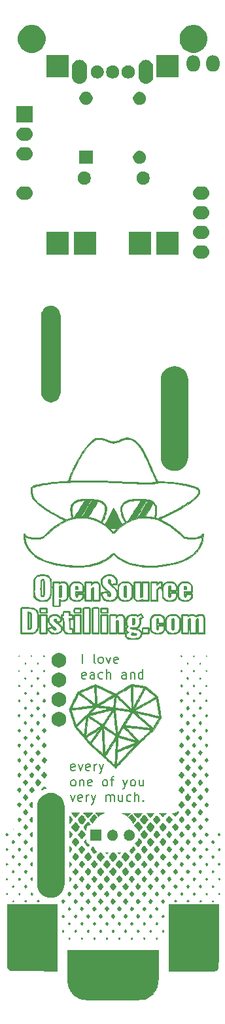
<source format=gts>
G04 #@! TF.GenerationSoftware,KiCad,Pcbnew,(5.1.5)-3*
G04 #@! TF.CreationDate,2020-05-23T22:10:46-07:00*
G04 #@! TF.ProjectId,iSpindel_PCB,69537069-6e64-4656-9c5f-5043422e6b69,rev?*
G04 #@! TF.SameCoordinates,Original*
G04 #@! TF.FileFunction,Soldermask,Top*
G04 #@! TF.FilePolarity,Negative*
%FSLAX46Y46*%
G04 Gerber Fmt 4.6, Leading zero omitted, Abs format (unit mm)*
G04 Created by KiCad (PCBNEW (5.1.5)-3) date 2020-05-23 22:10:46*
%MOMM*%
%LPD*%
G04 APERTURE LIST*
%ADD10C,0.200000*%
%ADD11C,0.010000*%
%ADD12C,0.100000*%
G04 APERTURE END LIST*
D10*
X143952857Y-131565714D02*
X143838571Y-131622857D01*
X143610000Y-131622857D01*
X143495714Y-131565714D01*
X143438571Y-131451428D01*
X143438571Y-130994285D01*
X143495714Y-130880000D01*
X143610000Y-130822857D01*
X143838571Y-130822857D01*
X143952857Y-130880000D01*
X144010000Y-130994285D01*
X144010000Y-131108571D01*
X143438571Y-131222857D01*
X144410000Y-130822857D02*
X144695714Y-131622857D01*
X144981428Y-130822857D01*
X145895714Y-131565714D02*
X145781428Y-131622857D01*
X145552857Y-131622857D01*
X145438571Y-131565714D01*
X145381428Y-131451428D01*
X145381428Y-130994285D01*
X145438571Y-130880000D01*
X145552857Y-130822857D01*
X145781428Y-130822857D01*
X145895714Y-130880000D01*
X145952857Y-130994285D01*
X145952857Y-131108571D01*
X145381428Y-131222857D01*
X146467142Y-131622857D02*
X146467142Y-130822857D01*
X146467142Y-131051428D02*
X146524285Y-130937142D01*
X146581428Y-130880000D01*
X146695714Y-130822857D01*
X146810000Y-130822857D01*
X147095714Y-130822857D02*
X147381428Y-131622857D01*
X147667142Y-130822857D02*
X147381428Y-131622857D01*
X147267142Y-131908571D01*
X147210000Y-131965714D01*
X147095714Y-132022857D01*
X143667142Y-133622857D02*
X143552857Y-133565714D01*
X143495714Y-133508571D01*
X143438571Y-133394285D01*
X143438571Y-133051428D01*
X143495714Y-132937142D01*
X143552857Y-132880000D01*
X143667142Y-132822857D01*
X143838571Y-132822857D01*
X143952857Y-132880000D01*
X144010000Y-132937142D01*
X144067142Y-133051428D01*
X144067142Y-133394285D01*
X144010000Y-133508571D01*
X143952857Y-133565714D01*
X143838571Y-133622857D01*
X143667142Y-133622857D01*
X144581428Y-132822857D02*
X144581428Y-133622857D01*
X144581428Y-132937142D02*
X144638571Y-132880000D01*
X144752857Y-132822857D01*
X144924285Y-132822857D01*
X145038571Y-132880000D01*
X145095714Y-132994285D01*
X145095714Y-133622857D01*
X146124285Y-133565714D02*
X146010000Y-133622857D01*
X145781428Y-133622857D01*
X145667142Y-133565714D01*
X145610000Y-133451428D01*
X145610000Y-132994285D01*
X145667142Y-132880000D01*
X145781428Y-132822857D01*
X146010000Y-132822857D01*
X146124285Y-132880000D01*
X146181428Y-132994285D01*
X146181428Y-133108571D01*
X145610000Y-133222857D01*
X147781428Y-133622857D02*
X147667142Y-133565714D01*
X147610000Y-133508571D01*
X147552857Y-133394285D01*
X147552857Y-133051428D01*
X147610000Y-132937142D01*
X147667142Y-132880000D01*
X147781428Y-132822857D01*
X147952857Y-132822857D01*
X148067142Y-132880000D01*
X148124285Y-132937142D01*
X148181428Y-133051428D01*
X148181428Y-133394285D01*
X148124285Y-133508571D01*
X148067142Y-133565714D01*
X147952857Y-133622857D01*
X147781428Y-133622857D01*
X148524285Y-132822857D02*
X148981428Y-132822857D01*
X148695714Y-133622857D02*
X148695714Y-132594285D01*
X148752857Y-132480000D01*
X148867142Y-132422857D01*
X148981428Y-132422857D01*
X150181428Y-132822857D02*
X150467142Y-133622857D01*
X150752857Y-132822857D02*
X150467142Y-133622857D01*
X150352857Y-133908571D01*
X150295714Y-133965714D01*
X150181428Y-134022857D01*
X151381428Y-133622857D02*
X151267142Y-133565714D01*
X151210000Y-133508571D01*
X151152857Y-133394285D01*
X151152857Y-133051428D01*
X151210000Y-132937142D01*
X151267142Y-132880000D01*
X151381428Y-132822857D01*
X151552857Y-132822857D01*
X151667142Y-132880000D01*
X151724285Y-132937142D01*
X151781428Y-133051428D01*
X151781428Y-133394285D01*
X151724285Y-133508571D01*
X151667142Y-133565714D01*
X151552857Y-133622857D01*
X151381428Y-133622857D01*
X152810000Y-132822857D02*
X152810000Y-133622857D01*
X152295714Y-132822857D02*
X152295714Y-133451428D01*
X152352857Y-133565714D01*
X152467142Y-133622857D01*
X152638571Y-133622857D01*
X152752857Y-133565714D01*
X152810000Y-133508571D01*
X143381428Y-134822857D02*
X143667142Y-135622857D01*
X143952857Y-134822857D01*
X144867142Y-135565714D02*
X144752857Y-135622857D01*
X144524285Y-135622857D01*
X144410000Y-135565714D01*
X144352857Y-135451428D01*
X144352857Y-134994285D01*
X144410000Y-134880000D01*
X144524285Y-134822857D01*
X144752857Y-134822857D01*
X144867142Y-134880000D01*
X144924285Y-134994285D01*
X144924285Y-135108571D01*
X144352857Y-135222857D01*
X145438571Y-135622857D02*
X145438571Y-134822857D01*
X145438571Y-135051428D02*
X145495714Y-134937142D01*
X145552857Y-134880000D01*
X145667142Y-134822857D01*
X145781428Y-134822857D01*
X146067142Y-134822857D02*
X146352857Y-135622857D01*
X146638571Y-134822857D02*
X146352857Y-135622857D01*
X146238571Y-135908571D01*
X146181428Y-135965714D01*
X146067142Y-136022857D01*
X148010000Y-135622857D02*
X148010000Y-134822857D01*
X148010000Y-134937142D02*
X148067142Y-134880000D01*
X148181428Y-134822857D01*
X148352857Y-134822857D01*
X148467142Y-134880000D01*
X148524285Y-134994285D01*
X148524285Y-135622857D01*
X148524285Y-134994285D02*
X148581428Y-134880000D01*
X148695714Y-134822857D01*
X148867142Y-134822857D01*
X148981428Y-134880000D01*
X149038571Y-134994285D01*
X149038571Y-135622857D01*
X150124285Y-134822857D02*
X150124285Y-135622857D01*
X149610000Y-134822857D02*
X149610000Y-135451428D01*
X149667142Y-135565714D01*
X149781428Y-135622857D01*
X149952857Y-135622857D01*
X150067142Y-135565714D01*
X150124285Y-135508571D01*
X151210000Y-135565714D02*
X151095714Y-135622857D01*
X150867142Y-135622857D01*
X150752857Y-135565714D01*
X150695714Y-135508571D01*
X150638571Y-135394285D01*
X150638571Y-135051428D01*
X150695714Y-134937142D01*
X150752857Y-134880000D01*
X150867142Y-134822857D01*
X151095714Y-134822857D01*
X151210000Y-134880000D01*
X151724285Y-135622857D02*
X151724285Y-134422857D01*
X152238571Y-135622857D02*
X152238571Y-134994285D01*
X152181428Y-134880000D01*
X152067142Y-134822857D01*
X151895714Y-134822857D01*
X151781428Y-134880000D01*
X151724285Y-134937142D01*
X152810000Y-135508571D02*
X152867142Y-135565714D01*
X152810000Y-135622857D01*
X152752857Y-135565714D01*
X152810000Y-135508571D01*
X152810000Y-135622857D01*
X144925714Y-117762857D02*
X144925714Y-116562857D01*
X146582857Y-117762857D02*
X146468571Y-117705714D01*
X146411428Y-117591428D01*
X146411428Y-116562857D01*
X147211428Y-117762857D02*
X147097142Y-117705714D01*
X147040000Y-117648571D01*
X146982857Y-117534285D01*
X146982857Y-117191428D01*
X147040000Y-117077142D01*
X147097142Y-117020000D01*
X147211428Y-116962857D01*
X147382857Y-116962857D01*
X147497142Y-117020000D01*
X147554285Y-117077142D01*
X147611428Y-117191428D01*
X147611428Y-117534285D01*
X147554285Y-117648571D01*
X147497142Y-117705714D01*
X147382857Y-117762857D01*
X147211428Y-117762857D01*
X148011428Y-116962857D02*
X148297142Y-117762857D01*
X148582857Y-116962857D01*
X149497142Y-117705714D02*
X149382857Y-117762857D01*
X149154285Y-117762857D01*
X149040000Y-117705714D01*
X148982857Y-117591428D01*
X148982857Y-117134285D01*
X149040000Y-117020000D01*
X149154285Y-116962857D01*
X149382857Y-116962857D01*
X149497142Y-117020000D01*
X149554285Y-117134285D01*
X149554285Y-117248571D01*
X148982857Y-117362857D01*
X145382857Y-119705714D02*
X145268571Y-119762857D01*
X145040000Y-119762857D01*
X144925714Y-119705714D01*
X144868571Y-119591428D01*
X144868571Y-119134285D01*
X144925714Y-119020000D01*
X145040000Y-118962857D01*
X145268571Y-118962857D01*
X145382857Y-119020000D01*
X145440000Y-119134285D01*
X145440000Y-119248571D01*
X144868571Y-119362857D01*
X146468571Y-119762857D02*
X146468571Y-119134285D01*
X146411428Y-119020000D01*
X146297142Y-118962857D01*
X146068571Y-118962857D01*
X145954285Y-119020000D01*
X146468571Y-119705714D02*
X146354285Y-119762857D01*
X146068571Y-119762857D01*
X145954285Y-119705714D01*
X145897142Y-119591428D01*
X145897142Y-119477142D01*
X145954285Y-119362857D01*
X146068571Y-119305714D01*
X146354285Y-119305714D01*
X146468571Y-119248571D01*
X147554285Y-119705714D02*
X147440000Y-119762857D01*
X147211428Y-119762857D01*
X147097142Y-119705714D01*
X147040000Y-119648571D01*
X146982857Y-119534285D01*
X146982857Y-119191428D01*
X147040000Y-119077142D01*
X147097142Y-119020000D01*
X147211428Y-118962857D01*
X147440000Y-118962857D01*
X147554285Y-119020000D01*
X148068571Y-119762857D02*
X148068571Y-118562857D01*
X148582857Y-119762857D02*
X148582857Y-119134285D01*
X148525714Y-119020000D01*
X148411428Y-118962857D01*
X148240000Y-118962857D01*
X148125714Y-119020000D01*
X148068571Y-119077142D01*
X150582857Y-119762857D02*
X150582857Y-119134285D01*
X150525714Y-119020000D01*
X150411428Y-118962857D01*
X150182857Y-118962857D01*
X150068571Y-119020000D01*
X150582857Y-119705714D02*
X150468571Y-119762857D01*
X150182857Y-119762857D01*
X150068571Y-119705714D01*
X150011428Y-119591428D01*
X150011428Y-119477142D01*
X150068571Y-119362857D01*
X150182857Y-119305714D01*
X150468571Y-119305714D01*
X150582857Y-119248571D01*
X151154285Y-118962857D02*
X151154285Y-119762857D01*
X151154285Y-119077142D02*
X151211428Y-119020000D01*
X151325714Y-118962857D01*
X151497142Y-118962857D01*
X151611428Y-119020000D01*
X151668571Y-119134285D01*
X151668571Y-119762857D01*
X152754285Y-119762857D02*
X152754285Y-118562857D01*
X152754285Y-119705714D02*
X152640000Y-119762857D01*
X152411428Y-119762857D01*
X152297142Y-119705714D01*
X152240000Y-119648571D01*
X152182857Y-119534285D01*
X152182857Y-119191428D01*
X152240000Y-119077142D01*
X152297142Y-119020000D01*
X152411428Y-118962857D01*
X152640000Y-118962857D01*
X152754285Y-119020000D01*
D11*
G36*
X160956244Y-116773544D02*
G01*
X160962883Y-116778916D01*
X160976971Y-116814673D01*
X160963835Y-116848511D01*
X160936517Y-116860500D01*
X160905559Y-116843538D01*
X160897706Y-116830298D01*
X160899428Y-116793907D01*
X160924133Y-116770896D01*
X160956244Y-116773544D01*
G37*
X160956244Y-116773544D02*
X160962883Y-116778916D01*
X160976971Y-116814673D01*
X160963835Y-116848511D01*
X160936517Y-116860500D01*
X160905559Y-116843538D01*
X160897706Y-116830298D01*
X160899428Y-116793907D01*
X160924133Y-116770896D01*
X160956244Y-116773544D01*
G36*
X136707850Y-116786166D02*
G01*
X136713656Y-116790923D01*
X136725507Y-116824300D01*
X136710068Y-116853804D01*
X136690100Y-116860500D01*
X136662953Y-116845082D01*
X136657210Y-116837489D01*
X136654738Y-116805208D01*
X136677132Y-116783551D01*
X136707850Y-116786166D01*
G37*
X136707850Y-116786166D02*
X136713656Y-116790923D01*
X136725507Y-116824300D01*
X136710068Y-116853804D01*
X136690100Y-116860500D01*
X136662953Y-116845082D01*
X136657210Y-116837489D01*
X136654738Y-116805208D01*
X136677132Y-116783551D01*
X136707850Y-116786166D01*
G36*
X159353553Y-116781881D02*
G01*
X159375784Y-116814166D01*
X159363962Y-116844537D01*
X159360482Y-116848855D01*
X159323901Y-116878720D01*
X159293519Y-116867529D01*
X159276123Y-116841556D01*
X159268496Y-116797201D01*
X159289281Y-116768201D01*
X159325708Y-116764400D01*
X159353553Y-116781881D01*
G37*
X159353553Y-116781881D02*
X159375784Y-116814166D01*
X159363962Y-116844537D01*
X159360482Y-116848855D01*
X159323901Y-116878720D01*
X159293519Y-116867529D01*
X159276123Y-116841556D01*
X159268496Y-116797201D01*
X159289281Y-116768201D01*
X159325708Y-116764400D01*
X159353553Y-116781881D01*
G36*
X138323523Y-116769197D02*
G01*
X138341982Y-116787479D01*
X138357933Y-116819602D01*
X138338775Y-116850720D01*
X138337464Y-116852041D01*
X138309234Y-116872851D01*
X138286074Y-116859779D01*
X138278706Y-116851249D01*
X138263230Y-116812353D01*
X138269068Y-116773895D01*
X138292925Y-116754792D01*
X138295511Y-116754667D01*
X138323523Y-116769197D01*
G37*
X138323523Y-116769197D02*
X138341982Y-116787479D01*
X138357933Y-116819602D01*
X138338775Y-116850720D01*
X138337464Y-116852041D01*
X138309234Y-116872851D01*
X138286074Y-116859779D01*
X138278706Y-116851249D01*
X138263230Y-116812353D01*
X138269068Y-116773895D01*
X138292925Y-116754792D01*
X138295511Y-116754667D01*
X138323523Y-116769197D01*
G36*
X157733893Y-116759201D02*
G01*
X157740339Y-116767401D01*
X157766601Y-116808090D01*
X157763684Y-116836098D01*
X157733711Y-116867514D01*
X157698446Y-116889591D01*
X157670855Y-116877782D01*
X157670211Y-116877144D01*
X157646601Y-116827833D01*
X157658831Y-116775465D01*
X157677512Y-116754118D01*
X157707057Y-116739602D01*
X157733893Y-116759201D01*
G37*
X157733893Y-116759201D02*
X157740339Y-116767401D01*
X157766601Y-116808090D01*
X157763684Y-116836098D01*
X157733711Y-116867514D01*
X157698446Y-116889591D01*
X157670855Y-116877782D01*
X157670211Y-116877144D01*
X157646601Y-116827833D01*
X157658831Y-116775465D01*
X157677512Y-116754118D01*
X157707057Y-116739602D01*
X157733893Y-116759201D01*
G36*
X139953893Y-116759201D02*
G01*
X139960339Y-116767401D01*
X139986601Y-116808090D01*
X139983684Y-116836098D01*
X139953711Y-116867514D01*
X139918446Y-116889591D01*
X139890855Y-116877782D01*
X139890211Y-116877144D01*
X139866601Y-116827833D01*
X139878831Y-116775465D01*
X139897512Y-116754118D01*
X139927057Y-116739602D01*
X139953893Y-116759201D01*
G37*
X139953893Y-116759201D02*
X139960339Y-116767401D01*
X139986601Y-116808090D01*
X139983684Y-116836098D01*
X139953711Y-116867514D01*
X139918446Y-116889591D01*
X139890855Y-116877782D01*
X139890211Y-116877144D01*
X139866601Y-116827833D01*
X139878831Y-116775465D01*
X139897512Y-116754118D01*
X139927057Y-116739602D01*
X139953893Y-116759201D01*
G36*
X160142233Y-117699134D02*
G01*
X160169278Y-117729678D01*
X160194313Y-117766004D01*
X160191323Y-117791855D01*
X160171783Y-117816021D01*
X160132268Y-117849983D01*
X160102937Y-117845976D01*
X160078324Y-117811239D01*
X160066681Y-117770143D01*
X160087109Y-117731563D01*
X160092961Y-117724896D01*
X160121822Y-117696630D01*
X160142233Y-117699134D01*
G37*
X160142233Y-117699134D02*
X160169278Y-117729678D01*
X160194313Y-117766004D01*
X160191323Y-117791855D01*
X160171783Y-117816021D01*
X160132268Y-117849983D01*
X160102937Y-117845976D01*
X160078324Y-117811239D01*
X160066681Y-117770143D01*
X160087109Y-117731563D01*
X160092961Y-117724896D01*
X160121822Y-117696630D01*
X160142233Y-117699134D01*
G36*
X137515067Y-117699134D02*
G01*
X137542112Y-117729678D01*
X137567146Y-117766004D01*
X137564156Y-117791855D01*
X137544617Y-117816021D01*
X137505102Y-117849983D01*
X137475770Y-117845976D01*
X137451158Y-117811239D01*
X137439514Y-117770143D01*
X137459942Y-117731563D01*
X137465794Y-117724896D01*
X137494655Y-117696630D01*
X137515067Y-117699134D01*
G37*
X137515067Y-117699134D02*
X137542112Y-117729678D01*
X137567146Y-117766004D01*
X137564156Y-117791855D01*
X137544617Y-117816021D01*
X137505102Y-117849983D01*
X137475770Y-117845976D01*
X137451158Y-117811239D01*
X137439514Y-117770143D01*
X137459942Y-117731563D01*
X137465794Y-117724896D01*
X137494655Y-117696630D01*
X137515067Y-117699134D01*
G36*
X158527815Y-117694477D02*
G01*
X158559347Y-117723006D01*
X158588991Y-117757407D01*
X158589912Y-117785606D01*
X158568695Y-117822212D01*
X158533784Y-117865667D01*
X158503696Y-117871678D01*
X158467081Y-117841923D01*
X158463297Y-117837792D01*
X158432658Y-117792190D01*
X158438503Y-117753505D01*
X158471347Y-117717074D01*
X158503760Y-117691699D01*
X158527815Y-117694477D01*
G37*
X158527815Y-117694477D02*
X158559347Y-117723006D01*
X158588991Y-117757407D01*
X158589912Y-117785606D01*
X158568695Y-117822212D01*
X158533784Y-117865667D01*
X158503696Y-117871678D01*
X158467081Y-117841923D01*
X158463297Y-117837792D01*
X158432658Y-117792190D01*
X158438503Y-117753505D01*
X158471347Y-117717074D01*
X158503760Y-117691699D01*
X158527815Y-117694477D01*
G36*
X139131177Y-117681886D02*
G01*
X139162556Y-117717417D01*
X139163601Y-117718744D01*
X139191983Y-117759266D01*
X139194304Y-117787674D01*
X139172016Y-117824027D01*
X139171297Y-117825017D01*
X139137817Y-117865237D01*
X139112332Y-117871139D01*
X139080840Y-117844575D01*
X139074631Y-117837792D01*
X139042798Y-117782038D01*
X139052957Y-117729766D01*
X139079529Y-117698760D01*
X139108673Y-117676897D01*
X139131177Y-117681886D01*
G37*
X139131177Y-117681886D02*
X139162556Y-117717417D01*
X139163601Y-117718744D01*
X139191983Y-117759266D01*
X139194304Y-117787674D01*
X139172016Y-117824027D01*
X139171297Y-117825017D01*
X139137817Y-117865237D01*
X139112332Y-117871139D01*
X139080840Y-117844575D01*
X139074631Y-117837792D01*
X139042798Y-117782038D01*
X139052957Y-117729766D01*
X139079529Y-117698760D01*
X139108673Y-117676897D01*
X139131177Y-117681886D01*
G36*
X160959233Y-118670416D02*
G01*
X160977261Y-118692822D01*
X160995129Y-118742430D01*
X160986763Y-118770491D01*
X160953450Y-118804053D01*
X160915632Y-118796936D01*
X160889886Y-118767700D01*
X160876985Y-118731881D01*
X160896068Y-118699739D01*
X160906298Y-118690031D01*
X160938446Y-118665039D01*
X160959233Y-118670416D01*
G37*
X160959233Y-118670416D02*
X160977261Y-118692822D01*
X160995129Y-118742430D01*
X160986763Y-118770491D01*
X160953450Y-118804053D01*
X160915632Y-118796936D01*
X160889886Y-118767700D01*
X160876985Y-118731881D01*
X160896068Y-118699739D01*
X160906298Y-118690031D01*
X160938446Y-118665039D01*
X160959233Y-118670416D01*
G36*
X136731796Y-118686902D02*
G01*
X136749439Y-118722559D01*
X136741146Y-118759346D01*
X136704149Y-118797820D01*
X136666808Y-118794569D01*
X136652265Y-118782698D01*
X136628030Y-118737253D01*
X136646015Y-118692722D01*
X136659412Y-118679952D01*
X136697657Y-118668687D01*
X136731796Y-118686902D01*
G37*
X136731796Y-118686902D02*
X136749439Y-118722559D01*
X136741146Y-118759346D01*
X136704149Y-118797820D01*
X136666808Y-118794569D01*
X136652265Y-118782698D01*
X136628030Y-118737253D01*
X136646015Y-118692722D01*
X136659412Y-118679952D01*
X136697657Y-118668687D01*
X136731796Y-118686902D01*
G36*
X159366203Y-118676436D02*
G01*
X159366903Y-118677209D01*
X159397815Y-118723655D01*
X159391427Y-118762694D01*
X159363225Y-118793970D01*
X159324157Y-118823639D01*
X159297002Y-118820117D01*
X159266893Y-118783874D01*
X159246821Y-118746084D01*
X159253774Y-118712388D01*
X159268127Y-118688624D01*
X159300999Y-118647775D01*
X159329468Y-118644200D01*
X159366203Y-118676436D01*
G37*
X159366203Y-118676436D02*
X159366903Y-118677209D01*
X159397815Y-118723655D01*
X159391427Y-118762694D01*
X159363225Y-118793970D01*
X159324157Y-118823639D01*
X159297002Y-118820117D01*
X159266893Y-118783874D01*
X159246821Y-118746084D01*
X159253774Y-118712388D01*
X159268127Y-118688624D01*
X159300999Y-118647775D01*
X159329468Y-118644200D01*
X159366203Y-118676436D01*
G36*
X138319287Y-118652116D02*
G01*
X138348863Y-118679189D01*
X138377246Y-118717234D01*
X138374361Y-118756308D01*
X138366527Y-118775186D01*
X138332318Y-118819599D01*
X138293647Y-118823640D01*
X138258176Y-118787244D01*
X138252621Y-118776169D01*
X138240016Y-118729786D01*
X138258124Y-118691190D01*
X138267615Y-118680172D01*
X138297380Y-118650931D01*
X138319287Y-118652116D01*
G37*
X138319287Y-118652116D02*
X138348863Y-118679189D01*
X138377246Y-118717234D01*
X138374361Y-118756308D01*
X138366527Y-118775186D01*
X138332318Y-118819599D01*
X138293647Y-118823640D01*
X138258176Y-118787244D01*
X138252621Y-118776169D01*
X138240016Y-118729786D01*
X138258124Y-118691190D01*
X138267615Y-118680172D01*
X138297380Y-118650931D01*
X138319287Y-118652116D01*
G36*
X157749901Y-118651869D02*
G01*
X157769610Y-118677336D01*
X157813813Y-118739414D01*
X157770254Y-118794790D01*
X157732525Y-118836935D01*
X157702961Y-118845376D01*
X157667583Y-118820359D01*
X157644853Y-118796987D01*
X157594894Y-118743808D01*
X157637160Y-118687197D01*
X157680593Y-118638025D01*
X157715130Y-118626476D01*
X157749901Y-118651869D01*
G37*
X157749901Y-118651869D02*
X157769610Y-118677336D01*
X157813813Y-118739414D01*
X157770254Y-118794790D01*
X157732525Y-118836935D01*
X157702961Y-118845376D01*
X157667583Y-118820359D01*
X157644853Y-118796987D01*
X157594894Y-118743808D01*
X157637160Y-118687197D01*
X157680593Y-118638025D01*
X157715130Y-118626476D01*
X157749901Y-118651869D01*
G36*
X139969901Y-118651869D02*
G01*
X139989610Y-118677336D01*
X140033813Y-118739414D01*
X139990254Y-118794790D01*
X139952525Y-118836935D01*
X139922961Y-118845376D01*
X139887583Y-118820359D01*
X139864853Y-118796987D01*
X139814894Y-118743808D01*
X139857160Y-118687197D01*
X139900593Y-118638025D01*
X139935130Y-118626476D01*
X139969901Y-118651869D01*
G37*
X139969901Y-118651869D02*
X139989610Y-118677336D01*
X140033813Y-118739414D01*
X139990254Y-118794790D01*
X139952525Y-118836935D01*
X139922961Y-118845376D01*
X139887583Y-118820359D01*
X139864853Y-118796987D01*
X139814894Y-118743808D01*
X139857160Y-118687197D01*
X139900593Y-118638025D01*
X139935130Y-118626476D01*
X139969901Y-118651869D01*
G36*
X160179063Y-119625360D02*
G01*
X160187338Y-119635321D01*
X160217846Y-119679364D01*
X160222233Y-119710879D01*
X160199489Y-119747639D01*
X160179613Y-119771234D01*
X160131793Y-119826828D01*
X160080870Y-119772624D01*
X160047848Y-119730757D01*
X160043097Y-119696001D01*
X160054424Y-119664699D01*
X160091910Y-119610776D01*
X160134634Y-119597402D01*
X160179063Y-119625360D01*
G37*
X160179063Y-119625360D02*
X160187338Y-119635321D01*
X160217846Y-119679364D01*
X160222233Y-119710879D01*
X160199489Y-119747639D01*
X160179613Y-119771234D01*
X160131793Y-119826828D01*
X160080870Y-119772624D01*
X160047848Y-119730757D01*
X160043097Y-119696001D01*
X160054424Y-119664699D01*
X160091910Y-119610776D01*
X160134634Y-119597402D01*
X160179063Y-119625360D01*
G36*
X137531310Y-119602296D02*
G01*
X137566712Y-119644133D01*
X137587417Y-119704351D01*
X137566935Y-119761555D01*
X137530780Y-119798852D01*
X137502738Y-119809364D01*
X137469708Y-119788874D01*
X137455542Y-119774580D01*
X137416370Y-119716764D01*
X137417399Y-119666176D01*
X137448475Y-119626031D01*
X137494481Y-119595334D01*
X137531310Y-119602296D01*
G37*
X137531310Y-119602296D02*
X137566712Y-119644133D01*
X137587417Y-119704351D01*
X137566935Y-119761555D01*
X137530780Y-119798852D01*
X137502738Y-119809364D01*
X137469708Y-119788874D01*
X137455542Y-119774580D01*
X137416370Y-119716764D01*
X137417399Y-119666176D01*
X137448475Y-119626031D01*
X137494481Y-119595334D01*
X137531310Y-119602296D01*
G36*
X158537793Y-119563864D02*
G01*
X158569628Y-119602231D01*
X158586299Y-119623691D01*
X158643523Y-119698715D01*
X158587734Y-119771858D01*
X158549646Y-119816642D01*
X158520056Y-119842485D01*
X158513298Y-119845000D01*
X158489751Y-119829345D01*
X158456278Y-119790922D01*
X158450875Y-119783524D01*
X158421319Y-119734441D01*
X158407283Y-119696227D01*
X158407100Y-119693350D01*
X158419421Y-119664842D01*
X158448796Y-119622297D01*
X158483845Y-119580062D01*
X158513187Y-119552484D01*
X158521861Y-119548667D01*
X158537793Y-119563864D01*
G37*
X158537793Y-119563864D02*
X158569628Y-119602231D01*
X158586299Y-119623691D01*
X158643523Y-119698715D01*
X158587734Y-119771858D01*
X158549646Y-119816642D01*
X158520056Y-119842485D01*
X158513298Y-119845000D01*
X158489751Y-119829345D01*
X158456278Y-119790922D01*
X158450875Y-119783524D01*
X158421319Y-119734441D01*
X158407283Y-119696227D01*
X158407100Y-119693350D01*
X158419421Y-119664842D01*
X158448796Y-119622297D01*
X158483845Y-119580062D01*
X158513187Y-119552484D01*
X158521861Y-119548667D01*
X158537793Y-119563864D01*
G36*
X139168968Y-119603852D02*
G01*
X139216402Y-119660710D01*
X139225340Y-119710092D01*
X139195862Y-119761949D01*
X139170500Y-119788347D01*
X139110900Y-119845448D01*
X139067816Y-119797599D01*
X139023299Y-119742855D01*
X139008677Y-119702011D01*
X139022547Y-119660465D01*
X139050737Y-119620144D01*
X139107835Y-119545283D01*
X139168968Y-119603852D01*
G37*
X139168968Y-119603852D02*
X139216402Y-119660710D01*
X139225340Y-119710092D01*
X139195862Y-119761949D01*
X139170500Y-119788347D01*
X139110900Y-119845448D01*
X139067816Y-119797599D01*
X139023299Y-119742855D01*
X139008677Y-119702011D01*
X139022547Y-119660465D01*
X139050737Y-119620144D01*
X139107835Y-119545283D01*
X139168968Y-119603852D01*
G36*
X160960672Y-120576665D02*
G01*
X161013551Y-120623047D01*
X161024194Y-120670823D01*
X161001138Y-120711594D01*
X160954231Y-120749124D01*
X160914114Y-120746019D01*
X160877608Y-120706286D01*
X160857806Y-120667719D01*
X160864110Y-120635869D01*
X160884868Y-120605744D01*
X160918464Y-120571402D01*
X160948403Y-120570201D01*
X160960672Y-120576665D01*
G37*
X160960672Y-120576665D02*
X161013551Y-120623047D01*
X161024194Y-120670823D01*
X161001138Y-120711594D01*
X160954231Y-120749124D01*
X160914114Y-120746019D01*
X160877608Y-120706286D01*
X160857806Y-120667719D01*
X160864110Y-120635869D01*
X160884868Y-120605744D01*
X160918464Y-120571402D01*
X160948403Y-120570201D01*
X160960672Y-120576665D01*
G36*
X136722678Y-120575345D02*
G01*
X136750517Y-120609930D01*
X136767955Y-120653713D01*
X136755520Y-120698477D01*
X136752032Y-120705180D01*
X136717468Y-120747478D01*
X136678958Y-120748161D01*
X136640464Y-120716458D01*
X136609552Y-120670012D01*
X136615940Y-120630973D01*
X136644142Y-120599697D01*
X136688938Y-120568972D01*
X136722678Y-120575345D01*
G37*
X136722678Y-120575345D02*
X136750517Y-120609930D01*
X136767955Y-120653713D01*
X136755520Y-120698477D01*
X136752032Y-120705180D01*
X136717468Y-120747478D01*
X136678958Y-120748161D01*
X136640464Y-120716458D01*
X136609552Y-120670012D01*
X136615940Y-120630973D01*
X136644142Y-120599697D01*
X136688938Y-120568972D01*
X136722678Y-120575345D01*
G36*
X159388387Y-120586173D02*
G01*
X159423937Y-120640205D01*
X159425505Y-120686137D01*
X159391599Y-120735268D01*
X159365365Y-120760533D01*
X159336985Y-120782046D01*
X159313413Y-120779739D01*
X159279967Y-120750204D01*
X159268155Y-120737971D01*
X159225828Y-120688046D01*
X159216069Y-120650699D01*
X159239230Y-120611413D01*
X159272047Y-120578016D01*
X159332660Y-120519945D01*
X159388387Y-120586173D01*
G37*
X159388387Y-120586173D02*
X159423937Y-120640205D01*
X159425505Y-120686137D01*
X159391599Y-120735268D01*
X159365365Y-120760533D01*
X159336985Y-120782046D01*
X159313413Y-120779739D01*
X159279967Y-120750204D01*
X159268155Y-120737971D01*
X159225828Y-120688046D01*
X159216069Y-120650699D01*
X159239230Y-120611413D01*
X159272047Y-120578016D01*
X159332660Y-120519945D01*
X159388387Y-120586173D01*
G36*
X138365154Y-120578016D02*
G01*
X138410480Y-120628042D01*
X138421288Y-120667069D01*
X138397659Y-120708489D01*
X138366167Y-120740847D01*
X138306567Y-120797948D01*
X138263482Y-120750099D01*
X138220406Y-120697134D01*
X138207194Y-120658509D01*
X138222544Y-120619915D01*
X138248595Y-120586431D01*
X138304540Y-120519945D01*
X138365154Y-120578016D01*
G37*
X138365154Y-120578016D02*
X138410480Y-120628042D01*
X138421288Y-120667069D01*
X138397659Y-120708489D01*
X138366167Y-120740847D01*
X138306567Y-120797948D01*
X138263482Y-120750099D01*
X138220406Y-120697134D01*
X138207194Y-120658509D01*
X138222544Y-120619915D01*
X138248595Y-120586431D01*
X138304540Y-120519945D01*
X138365154Y-120578016D01*
G36*
X157772451Y-120563867D02*
G01*
X157810438Y-120611994D01*
X157832948Y-120648326D01*
X157835600Y-120657119D01*
X157823305Y-120686980D01*
X157793544Y-120731592D01*
X157757005Y-120777273D01*
X157724374Y-120810344D01*
X157709405Y-120818667D01*
X157685416Y-120803858D01*
X157648093Y-120766975D01*
X157636398Y-120753543D01*
X157595251Y-120696184D01*
X157586076Y-120650242D01*
X157609516Y-120601983D01*
X157645451Y-120559709D01*
X157709302Y-120490584D01*
X157772451Y-120563867D01*
G37*
X157772451Y-120563867D02*
X157810438Y-120611994D01*
X157832948Y-120648326D01*
X157835600Y-120657119D01*
X157823305Y-120686980D01*
X157793544Y-120731592D01*
X157757005Y-120777273D01*
X157724374Y-120810344D01*
X157709405Y-120818667D01*
X157685416Y-120803858D01*
X157648093Y-120766975D01*
X157636398Y-120753543D01*
X157595251Y-120696184D01*
X157586076Y-120650242D01*
X157609516Y-120601983D01*
X157645451Y-120559709D01*
X157709302Y-120490584D01*
X157772451Y-120563867D01*
G36*
X139992451Y-120563867D02*
G01*
X140030438Y-120611994D01*
X140052948Y-120648326D01*
X140055600Y-120657119D01*
X140043305Y-120686980D01*
X140013544Y-120731592D01*
X139977005Y-120777273D01*
X139944374Y-120810344D01*
X139929405Y-120818667D01*
X139905416Y-120803858D01*
X139868093Y-120766975D01*
X139856398Y-120753543D01*
X139815251Y-120696184D01*
X139806076Y-120650242D01*
X139829516Y-120601983D01*
X139865451Y-120559709D01*
X139929302Y-120490584D01*
X139992451Y-120563867D01*
G37*
X139992451Y-120563867D02*
X140030438Y-120611994D01*
X140052948Y-120648326D01*
X140055600Y-120657119D01*
X140043305Y-120686980D01*
X140013544Y-120731592D01*
X139977005Y-120777273D01*
X139944374Y-120810344D01*
X139929405Y-120818667D01*
X139905416Y-120803858D01*
X139868093Y-120766975D01*
X139856398Y-120753543D01*
X139815251Y-120696184D01*
X139806076Y-120650242D01*
X139829516Y-120601983D01*
X139865451Y-120559709D01*
X139929302Y-120490584D01*
X139992451Y-120563867D01*
G36*
X160160409Y-121491267D02*
G01*
X160196451Y-121530695D01*
X160229076Y-121578307D01*
X160247051Y-121619291D01*
X160247931Y-121627435D01*
X160235590Y-121655940D01*
X160206839Y-121698499D01*
X160172865Y-121740596D01*
X160144855Y-121767716D01*
X160137159Y-121771167D01*
X160119126Y-121757431D01*
X160083800Y-121723295D01*
X160072644Y-121711800D01*
X160035815Y-121667096D01*
X160016575Y-121631514D01*
X160015767Y-121626277D01*
X160028318Y-121590017D01*
X160058424Y-121543096D01*
X160094761Y-121500246D01*
X160126007Y-121476194D01*
X160132184Y-121474834D01*
X160160409Y-121491267D01*
G37*
X160160409Y-121491267D02*
X160196451Y-121530695D01*
X160229076Y-121578307D01*
X160247051Y-121619291D01*
X160247931Y-121627435D01*
X160235590Y-121655940D01*
X160206839Y-121698499D01*
X160172865Y-121740596D01*
X160144855Y-121767716D01*
X160137159Y-121771167D01*
X160119126Y-121757431D01*
X160083800Y-121723295D01*
X160072644Y-121711800D01*
X160035815Y-121667096D01*
X160016575Y-121631514D01*
X160015767Y-121626277D01*
X160028318Y-121590017D01*
X160058424Y-121543096D01*
X160094761Y-121500246D01*
X160126007Y-121476194D01*
X160132184Y-121474834D01*
X160160409Y-121491267D01*
G36*
X137533350Y-121491311D02*
G01*
X137569463Y-121530920D01*
X137602209Y-121578923D01*
X137620444Y-121620584D01*
X137621434Y-121628766D01*
X137608118Y-121656980D01*
X137576214Y-121698089D01*
X137537785Y-121738800D01*
X137504898Y-121765817D01*
X137493275Y-121769996D01*
X137475299Y-121754283D01*
X137443122Y-121717074D01*
X137436225Y-121708440D01*
X137404500Y-121662084D01*
X137388926Y-121627300D01*
X137388600Y-121624087D01*
X137401229Y-121588889D01*
X137431464Y-121542706D01*
X137467828Y-121500254D01*
X137498844Y-121476246D01*
X137505017Y-121474834D01*
X137533350Y-121491311D01*
G37*
X137533350Y-121491311D02*
X137569463Y-121530920D01*
X137602209Y-121578923D01*
X137620444Y-121620584D01*
X137621434Y-121628766D01*
X137608118Y-121656980D01*
X137576214Y-121698089D01*
X137537785Y-121738800D01*
X137504898Y-121765817D01*
X137493275Y-121769996D01*
X137475299Y-121754283D01*
X137443122Y-121717074D01*
X137436225Y-121708440D01*
X137404500Y-121662084D01*
X137388926Y-121627300D01*
X137388600Y-121624087D01*
X137401229Y-121588889D01*
X137431464Y-121542706D01*
X137467828Y-121500254D01*
X137498844Y-121476246D01*
X137505017Y-121474834D01*
X137533350Y-121491311D01*
G36*
X158591305Y-121506978D02*
G01*
X158631793Y-121559349D01*
X158656979Y-121602578D01*
X158661100Y-121617356D01*
X158648219Y-121654763D01*
X158616690Y-121704255D01*
X158577189Y-121752289D01*
X158540388Y-121785321D01*
X158523197Y-121792334D01*
X158494089Y-121777523D01*
X158451494Y-121740036D01*
X158430460Y-121717514D01*
X158391320Y-121667786D01*
X158367911Y-121628095D01*
X158364950Y-121616972D01*
X158378678Y-121588132D01*
X158413690Y-121541925D01*
X158443321Y-121508743D01*
X158521509Y-121426237D01*
X158591305Y-121506978D01*
G37*
X158591305Y-121506978D02*
X158631793Y-121559349D01*
X158656979Y-121602578D01*
X158661100Y-121617356D01*
X158648219Y-121654763D01*
X158616690Y-121704255D01*
X158577189Y-121752289D01*
X158540388Y-121785321D01*
X158523197Y-121792334D01*
X158494089Y-121777523D01*
X158451494Y-121740036D01*
X158430460Y-121717514D01*
X158391320Y-121667786D01*
X158367911Y-121628095D01*
X158364950Y-121616972D01*
X158378678Y-121588132D01*
X158413690Y-121541925D01*
X158443321Y-121508743D01*
X158521509Y-121426237D01*
X158591305Y-121506978D01*
G36*
X139196791Y-121506584D02*
G01*
X139238845Y-121560274D01*
X139265758Y-121605405D01*
X139271018Y-121623000D01*
X139256672Y-121659976D01*
X139221308Y-121708216D01*
X139176883Y-121754617D01*
X139135352Y-121786077D01*
X139116494Y-121792334D01*
X139086315Y-121776695D01*
X139046031Y-121737489D01*
X139031529Y-121719662D01*
X138997062Y-121668005D01*
X138977662Y-121626379D01*
X138976100Y-121617356D01*
X138989301Y-121585516D01*
X139023051Y-121536626D01*
X139049419Y-121504818D01*
X139122738Y-121421917D01*
X139196791Y-121506584D01*
G37*
X139196791Y-121506584D02*
X139238845Y-121560274D01*
X139265758Y-121605405D01*
X139271018Y-121623000D01*
X139256672Y-121659976D01*
X139221308Y-121708216D01*
X139176883Y-121754617D01*
X139135352Y-121786077D01*
X139116494Y-121792334D01*
X139086315Y-121776695D01*
X139046031Y-121737489D01*
X139031529Y-121719662D01*
X138997062Y-121668005D01*
X138977662Y-121626379D01*
X138976100Y-121617356D01*
X138989301Y-121585516D01*
X139023051Y-121536626D01*
X139049419Y-121504818D01*
X139122738Y-121421917D01*
X139196791Y-121506584D01*
G36*
X161001787Y-122501417D02*
G01*
X161040510Y-122556353D01*
X161048851Y-122595732D01*
X161027003Y-122633280D01*
X161003944Y-122656477D01*
X160954636Y-122694193D01*
X160917823Y-122695951D01*
X160882862Y-122661240D01*
X160875451Y-122650328D01*
X160846101Y-122591354D01*
X160850707Y-122544113D01*
X160891153Y-122493882D01*
X160896059Y-122489231D01*
X160950852Y-122437917D01*
X161001787Y-122501417D01*
G37*
X161001787Y-122501417D02*
X161040510Y-122556353D01*
X161048851Y-122595732D01*
X161027003Y-122633280D01*
X161003944Y-122656477D01*
X160954636Y-122694193D01*
X160917823Y-122695951D01*
X160882862Y-122661240D01*
X160875451Y-122650328D01*
X160846101Y-122591354D01*
X160850707Y-122544113D01*
X160891153Y-122493882D01*
X160896059Y-122489231D01*
X160950852Y-122437917D01*
X161001787Y-122501417D01*
G36*
X136719929Y-122469090D02*
G01*
X136733302Y-122481036D01*
X136784182Y-122534760D01*
X136800029Y-122579124D01*
X136782415Y-122626029D01*
X136756908Y-122659783D01*
X136698739Y-122729461D01*
X136641503Y-122661440D01*
X136606138Y-122616116D01*
X136586497Y-122584522D01*
X136585028Y-122579168D01*
X136597745Y-122554985D01*
X136628249Y-122513155D01*
X136636852Y-122502439D01*
X136671294Y-122462893D01*
X136693999Y-122452883D01*
X136719929Y-122469090D01*
G37*
X136719929Y-122469090D02*
X136733302Y-122481036D01*
X136784182Y-122534760D01*
X136800029Y-122579124D01*
X136782415Y-122626029D01*
X136756908Y-122659783D01*
X136698739Y-122729461D01*
X136641503Y-122661440D01*
X136606138Y-122616116D01*
X136586497Y-122584522D01*
X136585028Y-122579168D01*
X136597745Y-122554985D01*
X136628249Y-122513155D01*
X136636852Y-122502439D01*
X136671294Y-122462893D01*
X136693999Y-122452883D01*
X136719929Y-122469090D01*
G36*
X159356180Y-122442805D02*
G01*
X159395121Y-122480247D01*
X159433722Y-122526203D01*
X159460227Y-122567213D01*
X159465434Y-122583921D01*
X159452135Y-122612916D01*
X159419818Y-122656457D01*
X159379849Y-122701512D01*
X159343597Y-122735050D01*
X159325071Y-122744833D01*
X159298483Y-122729311D01*
X159260343Y-122690363D01*
X159245696Y-122672162D01*
X159211471Y-122622790D01*
X159191982Y-122585952D01*
X159190267Y-122578536D01*
X159204440Y-122545206D01*
X159238632Y-122500355D01*
X159280354Y-122457632D01*
X159317118Y-122430680D01*
X159328655Y-122427334D01*
X159356180Y-122442805D01*
G37*
X159356180Y-122442805D02*
X159395121Y-122480247D01*
X159433722Y-122526203D01*
X159460227Y-122567213D01*
X159465434Y-122583921D01*
X159452135Y-122612916D01*
X159419818Y-122656457D01*
X159379849Y-122701512D01*
X159343597Y-122735050D01*
X159325071Y-122744833D01*
X159298483Y-122729311D01*
X159260343Y-122690363D01*
X159245696Y-122672162D01*
X159211471Y-122622790D01*
X159191982Y-122585952D01*
X159190267Y-122578536D01*
X159204440Y-122545206D01*
X159238632Y-122500355D01*
X159280354Y-122457632D01*
X159317118Y-122430680D01*
X159328655Y-122427334D01*
X159356180Y-122442805D01*
G36*
X138340171Y-122442941D02*
G01*
X138380716Y-122480624D01*
X138419353Y-122526674D01*
X138443816Y-122567383D01*
X138446934Y-122580418D01*
X138433982Y-122614354D01*
X138402518Y-122661130D01*
X138363629Y-122707088D01*
X138328404Y-122738572D01*
X138313456Y-122744834D01*
X138279748Y-122729523D01*
X138266909Y-122716052D01*
X138217420Y-122648263D01*
X138189746Y-122604764D01*
X138181815Y-122574896D01*
X138191557Y-122548000D01*
X138216900Y-122513415D01*
X138225389Y-122502374D01*
X138265916Y-122456699D01*
X138300523Y-122430100D01*
X138309981Y-122427334D01*
X138340171Y-122442941D01*
G37*
X138340171Y-122442941D02*
X138380716Y-122480624D01*
X138419353Y-122526674D01*
X138443816Y-122567383D01*
X138446934Y-122580418D01*
X138433982Y-122614354D01*
X138402518Y-122661130D01*
X138363629Y-122707088D01*
X138328404Y-122738572D01*
X138313456Y-122744834D01*
X138279748Y-122729523D01*
X138266909Y-122716052D01*
X138217420Y-122648263D01*
X138189746Y-122604764D01*
X138181815Y-122574896D01*
X138191557Y-122548000D01*
X138216900Y-122513415D01*
X138225389Y-122502374D01*
X138265916Y-122456699D01*
X138300523Y-122430100D01*
X138309981Y-122427334D01*
X138340171Y-122442941D01*
G36*
X157732477Y-122400376D02*
G01*
X157771041Y-122438725D01*
X157814181Y-122488377D01*
X157852022Y-122537661D01*
X157874685Y-122574908D01*
X157877302Y-122584602D01*
X157864013Y-122611810D01*
X157830283Y-122658792D01*
X157795398Y-122701280D01*
X157714126Y-122795310D01*
X157655876Y-122733030D01*
X157594139Y-122664724D01*
X157560393Y-122616083D01*
X157552843Y-122576693D01*
X157569692Y-122536139D01*
X157609145Y-122484005D01*
X157612282Y-122480172D01*
X157657249Y-122428812D01*
X157693019Y-122394257D01*
X157708368Y-122385000D01*
X157732477Y-122400376D01*
G37*
X157732477Y-122400376D02*
X157771041Y-122438725D01*
X157814181Y-122488377D01*
X157852022Y-122537661D01*
X157874685Y-122574908D01*
X157877302Y-122584602D01*
X157864013Y-122611810D01*
X157830283Y-122658792D01*
X157795398Y-122701280D01*
X157714126Y-122795310D01*
X157655876Y-122733030D01*
X157594139Y-122664724D01*
X157560393Y-122616083D01*
X157552843Y-122576693D01*
X157569692Y-122536139D01*
X157609145Y-122484005D01*
X157612282Y-122480172D01*
X157657249Y-122428812D01*
X157693019Y-122394257D01*
X157708368Y-122385000D01*
X157732477Y-122400376D01*
G36*
X139987128Y-122433720D02*
G01*
X140035181Y-122485530D01*
X140072429Y-122536142D01*
X140076499Y-122543250D01*
X140089008Y-122574824D01*
X140084831Y-122604872D01*
X140059717Y-122645315D01*
X140024024Y-122690323D01*
X139979110Y-122742126D01*
X139943925Y-122777268D01*
X139928882Y-122787167D01*
X139908430Y-122771753D01*
X139871575Y-122731801D01*
X139836182Y-122688443D01*
X139795046Y-122633695D01*
X139767158Y-122592851D01*
X139759324Y-122577318D01*
X139772157Y-122555950D01*
X139805385Y-122513171D01*
X139842009Y-122469667D01*
X139924637Y-122374417D01*
X139987128Y-122433720D01*
G37*
X139987128Y-122433720D02*
X140035181Y-122485530D01*
X140072429Y-122536142D01*
X140076499Y-122543250D01*
X140089008Y-122574824D01*
X140084831Y-122604872D01*
X140059717Y-122645315D01*
X140024024Y-122690323D01*
X139979110Y-122742126D01*
X139943925Y-122777268D01*
X139928882Y-122787167D01*
X139908430Y-122771753D01*
X139871575Y-122731801D01*
X139836182Y-122688443D01*
X139795046Y-122633695D01*
X139767158Y-122592851D01*
X139759324Y-122577318D01*
X139772157Y-122555950D01*
X139805385Y-122513171D01*
X139842009Y-122469667D01*
X139924637Y-122374417D01*
X139987128Y-122433720D01*
G36*
X160217499Y-123433455D02*
G01*
X160258486Y-123485052D01*
X160284876Y-123525352D01*
X160290139Y-123539052D01*
X160277077Y-123571145D01*
X160243711Y-123617665D01*
X160201049Y-123666081D01*
X160160101Y-123703863D01*
X160132474Y-123718500D01*
X160104574Y-123702627D01*
X160064473Y-123662065D01*
X160039541Y-123630719D01*
X160002412Y-123578324D01*
X159987970Y-123545805D01*
X159993714Y-123519013D01*
X160014259Y-123487844D01*
X160059014Y-123432776D01*
X160099592Y-123391122D01*
X160145654Y-123349493D01*
X160217499Y-123433455D01*
G37*
X160217499Y-123433455D02*
X160258486Y-123485052D01*
X160284876Y-123525352D01*
X160290139Y-123539052D01*
X160277077Y-123571145D01*
X160243711Y-123617665D01*
X160201049Y-123666081D01*
X160160101Y-123703863D01*
X160132474Y-123718500D01*
X160104574Y-123702627D01*
X160064473Y-123662065D01*
X160039541Y-123630719D01*
X160002412Y-123578324D01*
X159987970Y-123545805D01*
X159993714Y-123519013D01*
X160014259Y-123487844D01*
X160059014Y-123432776D01*
X160099592Y-123391122D01*
X160145654Y-123349493D01*
X160217499Y-123433455D01*
G36*
X137560201Y-123401101D02*
G01*
X137614160Y-123469806D01*
X137644103Y-123515705D01*
X137651890Y-123549494D01*
X137639383Y-123581867D01*
X137608445Y-123623521D01*
X137600626Y-123633380D01*
X137556881Y-123682157D01*
X137519431Y-123712953D01*
X137505069Y-123718500D01*
X137477302Y-123702632D01*
X137437300Y-123662085D01*
X137412459Y-123630834D01*
X137375149Y-123573973D01*
X137363763Y-123530309D01*
X137380412Y-123488012D01*
X137427207Y-123435254D01*
X137451564Y-123411684D01*
X137518170Y-123348285D01*
X137560201Y-123401101D01*
G37*
X137560201Y-123401101D02*
X137614160Y-123469806D01*
X137644103Y-123515705D01*
X137651890Y-123549494D01*
X137639383Y-123581867D01*
X137608445Y-123623521D01*
X137600626Y-123633380D01*
X137556881Y-123682157D01*
X137519431Y-123712953D01*
X137505069Y-123718500D01*
X137477302Y-123702632D01*
X137437300Y-123662085D01*
X137412459Y-123630834D01*
X137375149Y-123573973D01*
X137363763Y-123530309D01*
X137380412Y-123488012D01*
X137427207Y-123435254D01*
X137451564Y-123411684D01*
X137518170Y-123348285D01*
X137560201Y-123401101D01*
G36*
X158609262Y-123408340D02*
G01*
X158657745Y-123465605D01*
X158691739Y-123514254D01*
X158703434Y-123541892D01*
X158690184Y-123575723D01*
X158656832Y-123625604D01*
X158612972Y-123680056D01*
X158568201Y-123727596D01*
X158532114Y-123756744D01*
X158520452Y-123760834D01*
X158493737Y-123745569D01*
X158452106Y-123706223D01*
X158419101Y-123668695D01*
X158377278Y-123610645D01*
X158350260Y-123559646D01*
X158344503Y-123536404D01*
X158358456Y-123499644D01*
X158393638Y-123445936D01*
X158430248Y-123401000D01*
X158515091Y-123305750D01*
X158609262Y-123408340D01*
G37*
X158609262Y-123408340D02*
X158657745Y-123465605D01*
X158691739Y-123514254D01*
X158703434Y-123541892D01*
X158690184Y-123575723D01*
X158656832Y-123625604D01*
X158612972Y-123680056D01*
X158568201Y-123727596D01*
X158532114Y-123756744D01*
X158520452Y-123760834D01*
X158493737Y-123745569D01*
X158452106Y-123706223D01*
X158419101Y-123668695D01*
X158377278Y-123610645D01*
X158350260Y-123559646D01*
X158344503Y-123536404D01*
X158358456Y-123499644D01*
X158393638Y-123445936D01*
X158430248Y-123401000D01*
X158515091Y-123305750D01*
X158609262Y-123408340D01*
G36*
X139147030Y-123331759D02*
G01*
X139184129Y-123370849D01*
X139228246Y-123422818D01*
X139270588Y-123476886D01*
X139302359Y-123522267D01*
X139314767Y-123548087D01*
X139301001Y-123575142D01*
X139266277Y-123619469D01*
X139220452Y-123670523D01*
X139173387Y-123717754D01*
X139134939Y-123750617D01*
X139117176Y-123759484D01*
X139091212Y-123743561D01*
X139049533Y-123703760D01*
X139013142Y-123662788D01*
X138970276Y-123607777D01*
X138941455Y-123564052D01*
X138933767Y-123545367D01*
X138946676Y-123517768D01*
X138979364Y-123471543D01*
X139022775Y-123417497D01*
X139067852Y-123366435D01*
X139105537Y-123329161D01*
X139125746Y-123316334D01*
X139147030Y-123331759D01*
G37*
X139147030Y-123331759D02*
X139184129Y-123370849D01*
X139228246Y-123422818D01*
X139270588Y-123476886D01*
X139302359Y-123522267D01*
X139314767Y-123548087D01*
X139301001Y-123575142D01*
X139266277Y-123619469D01*
X139220452Y-123670523D01*
X139173387Y-123717754D01*
X139134939Y-123750617D01*
X139117176Y-123759484D01*
X139091212Y-123743561D01*
X139049533Y-123703760D01*
X139013142Y-123662788D01*
X138970276Y-123607777D01*
X138941455Y-123564052D01*
X138933767Y-123545367D01*
X138946676Y-123517768D01*
X138979364Y-123471543D01*
X139022775Y-123417497D01*
X139067852Y-123366435D01*
X139105537Y-123329161D01*
X139125746Y-123316334D01*
X139147030Y-123331759D01*
G36*
X160969669Y-124368936D02*
G01*
X161010128Y-124406020D01*
X161048351Y-124450916D01*
X161071677Y-124489788D01*
X161074002Y-124500335D01*
X161061512Y-124529438D01*
X161031105Y-124574142D01*
X160993225Y-124621346D01*
X160958315Y-124657949D01*
X160937956Y-124671000D01*
X160922120Y-124655832D01*
X160890532Y-124617667D01*
X160875529Y-124598329D01*
X160841272Y-124547168D01*
X160822212Y-124506532D01*
X160820769Y-124497787D01*
X160834099Y-124465610D01*
X160865136Y-124421536D01*
X160901990Y-124379998D01*
X160932773Y-124355426D01*
X160939635Y-124353500D01*
X160969669Y-124368936D01*
G37*
X160969669Y-124368936D02*
X161010128Y-124406020D01*
X161048351Y-124450916D01*
X161071677Y-124489788D01*
X161074002Y-124500335D01*
X161061512Y-124529438D01*
X161031105Y-124574142D01*
X160993225Y-124621346D01*
X160958315Y-124657949D01*
X160937956Y-124671000D01*
X160922120Y-124655832D01*
X160890532Y-124617667D01*
X160875529Y-124598329D01*
X160841272Y-124547168D01*
X160822212Y-124506532D01*
X160820769Y-124497787D01*
X160834099Y-124465610D01*
X160865136Y-124421536D01*
X160901990Y-124379998D01*
X160932773Y-124355426D01*
X160939635Y-124353500D01*
X160969669Y-124368936D01*
G36*
X136728429Y-124369116D02*
G01*
X136768291Y-124408344D01*
X136783720Y-124427327D01*
X136818093Y-124482080D01*
X136823081Y-124527216D01*
X136796585Y-124574289D01*
X136747937Y-124624268D01*
X136696054Y-124672786D01*
X136629577Y-124597073D01*
X136590481Y-124550015D01*
X136566583Y-124516375D01*
X136563100Y-124508220D01*
X136576598Y-124477799D01*
X136609223Y-124433971D01*
X136649177Y-124390148D01*
X136684658Y-124359737D01*
X136699248Y-124353500D01*
X136728429Y-124369116D01*
G37*
X136728429Y-124369116D02*
X136768291Y-124408344D01*
X136783720Y-124427327D01*
X136818093Y-124482080D01*
X136823081Y-124527216D01*
X136796585Y-124574289D01*
X136747937Y-124624268D01*
X136696054Y-124672786D01*
X136629577Y-124597073D01*
X136590481Y-124550015D01*
X136566583Y-124516375D01*
X136563100Y-124508220D01*
X136576598Y-124477799D01*
X136609223Y-124433971D01*
X136649177Y-124390148D01*
X136684658Y-124359737D01*
X136699248Y-124353500D01*
X136728429Y-124369116D01*
G36*
X159358137Y-124327245D02*
G01*
X159398238Y-124367124D01*
X159439774Y-124418267D01*
X159472601Y-124468139D01*
X159486577Y-124504203D01*
X159486600Y-124505182D01*
X159473053Y-124540985D01*
X159439548Y-124590186D01*
X159396792Y-124640174D01*
X159355492Y-124678339D01*
X159327850Y-124692167D01*
X159298420Y-124676940D01*
X159256261Y-124638292D01*
X159234141Y-124613261D01*
X159195713Y-124561161D01*
X159172366Y-124518944D01*
X159169100Y-124506186D01*
X159182235Y-124471681D01*
X159214851Y-124422569D01*
X159256763Y-124371223D01*
X159297789Y-124330017D01*
X159327744Y-124311322D01*
X159329614Y-124311167D01*
X159358137Y-124327245D01*
G37*
X159358137Y-124327245D02*
X159398238Y-124367124D01*
X159439774Y-124418267D01*
X159472601Y-124468139D01*
X159486577Y-124504203D01*
X159486600Y-124505182D01*
X159473053Y-124540985D01*
X159439548Y-124590186D01*
X159396792Y-124640174D01*
X159355492Y-124678339D01*
X159327850Y-124692167D01*
X159298420Y-124676940D01*
X159256261Y-124638292D01*
X159234141Y-124613261D01*
X159195713Y-124561161D01*
X159172366Y-124518944D01*
X159169100Y-124506186D01*
X159182235Y-124471681D01*
X159214851Y-124422569D01*
X159256763Y-124371223D01*
X159297789Y-124330017D01*
X159327744Y-124311322D01*
X159329614Y-124311167D01*
X159358137Y-124327245D01*
G36*
X138337642Y-124326085D02*
G01*
X138378287Y-124363260D01*
X138423680Y-124411319D01*
X138463339Y-124458892D01*
X138486779Y-124494608D01*
X138489267Y-124503188D01*
X138475276Y-124534189D01*
X138440572Y-124580404D01*
X138396059Y-124629859D01*
X138352637Y-124670582D01*
X138321211Y-124690597D01*
X138318184Y-124691074D01*
X138286408Y-124676257D01*
X138242661Y-124637269D01*
X138217643Y-124608741D01*
X138179072Y-124557344D01*
X138154836Y-124518503D01*
X138150600Y-124506756D01*
X138163518Y-124476220D01*
X138195621Y-124429449D01*
X138236939Y-124378511D01*
X138277497Y-124335474D01*
X138307323Y-124312406D01*
X138312230Y-124311167D01*
X138337642Y-124326085D01*
G37*
X138337642Y-124326085D02*
X138378287Y-124363260D01*
X138423680Y-124411319D01*
X138463339Y-124458892D01*
X138486779Y-124494608D01*
X138489267Y-124503188D01*
X138475276Y-124534189D01*
X138440572Y-124580404D01*
X138396059Y-124629859D01*
X138352637Y-124670582D01*
X138321211Y-124690597D01*
X138318184Y-124691074D01*
X138286408Y-124676257D01*
X138242661Y-124637269D01*
X138217643Y-124608741D01*
X138179072Y-124557344D01*
X138154836Y-124518503D01*
X138150600Y-124506756D01*
X138163518Y-124476220D01*
X138195621Y-124429449D01*
X138236939Y-124378511D01*
X138277497Y-124335474D01*
X138307323Y-124312406D01*
X138312230Y-124311167D01*
X138337642Y-124326085D01*
G36*
X157742868Y-124285233D02*
G01*
X157784570Y-124325684D01*
X157831280Y-124379949D01*
X157873634Y-124437409D01*
X157895194Y-124472938D01*
X157904958Y-124501959D01*
X157898010Y-124533270D01*
X157870023Y-124577277D01*
X157831387Y-124626396D01*
X157782604Y-124681784D01*
X157741151Y-124720770D01*
X157717240Y-124734500D01*
X157690329Y-124719630D01*
X157646810Y-124680979D01*
X157604566Y-124636270D01*
X157558705Y-124578920D01*
X157527407Y-124529734D01*
X157518237Y-124503978D01*
X157531575Y-124470200D01*
X157565272Y-124419750D01*
X157610113Y-124363591D01*
X157656887Y-124312685D01*
X157696377Y-124277997D01*
X157715539Y-124269215D01*
X157742868Y-124285233D01*
G37*
X157742868Y-124285233D02*
X157784570Y-124325684D01*
X157831280Y-124379949D01*
X157873634Y-124437409D01*
X157895194Y-124472938D01*
X157904958Y-124501959D01*
X157898010Y-124533270D01*
X157870023Y-124577277D01*
X157831387Y-124626396D01*
X157782604Y-124681784D01*
X157741151Y-124720770D01*
X157717240Y-124734500D01*
X157690329Y-124719630D01*
X157646810Y-124680979D01*
X157604566Y-124636270D01*
X157558705Y-124578920D01*
X157527407Y-124529734D01*
X157518237Y-124503978D01*
X157531575Y-124470200D01*
X157565272Y-124419750D01*
X157610113Y-124363591D01*
X157656887Y-124312685D01*
X157696377Y-124277997D01*
X157715539Y-124269215D01*
X157742868Y-124285233D01*
G36*
X139962868Y-124285233D02*
G01*
X140004570Y-124325684D01*
X140051280Y-124379949D01*
X140093634Y-124437409D01*
X140115194Y-124472938D01*
X140124958Y-124501959D01*
X140118010Y-124533270D01*
X140090023Y-124577277D01*
X140051387Y-124626396D01*
X140002604Y-124681784D01*
X139961151Y-124720770D01*
X139937240Y-124734500D01*
X139910329Y-124719630D01*
X139866810Y-124680979D01*
X139824566Y-124636270D01*
X139778705Y-124578920D01*
X139747407Y-124529734D01*
X139738237Y-124503978D01*
X139751575Y-124470200D01*
X139785272Y-124419750D01*
X139830113Y-124363591D01*
X139876887Y-124312685D01*
X139916377Y-124277997D01*
X139935539Y-124269215D01*
X139962868Y-124285233D01*
G37*
X139962868Y-124285233D02*
X140004570Y-124325684D01*
X140051280Y-124379949D01*
X140093634Y-124437409D01*
X140115194Y-124472938D01*
X140124958Y-124501959D01*
X140118010Y-124533270D01*
X140090023Y-124577277D01*
X140051387Y-124626396D01*
X140002604Y-124681784D01*
X139961151Y-124720770D01*
X139937240Y-124734500D01*
X139910329Y-124719630D01*
X139866810Y-124680979D01*
X139824566Y-124636270D01*
X139778705Y-124578920D01*
X139747407Y-124529734D01*
X139738237Y-124503978D01*
X139751575Y-124470200D01*
X139785272Y-124419750D01*
X139830113Y-124363591D01*
X139876887Y-124312685D01*
X139916377Y-124277997D01*
X139935539Y-124269215D01*
X139962868Y-124285233D01*
G36*
X160151009Y-125257837D02*
G01*
X160191164Y-125291042D01*
X160237228Y-125341778D01*
X160279091Y-125397135D01*
X160306642Y-125444203D01*
X160312100Y-125463513D01*
X160299749Y-125495377D01*
X160268660Y-125544675D01*
X160227780Y-125599792D01*
X160186054Y-125649116D01*
X160152431Y-125681035D01*
X160139931Y-125687000D01*
X160119343Y-125672133D01*
X160080712Y-125633410D01*
X160038717Y-125586459D01*
X159993706Y-125531898D01*
X159962470Y-125490128D01*
X159952403Y-125471943D01*
X159964514Y-125449369D01*
X159996297Y-125404059D01*
X160037851Y-125349696D01*
X160095236Y-125284549D01*
X160135062Y-125256785D01*
X160151009Y-125257837D01*
G37*
X160151009Y-125257837D02*
X160191164Y-125291042D01*
X160237228Y-125341778D01*
X160279091Y-125397135D01*
X160306642Y-125444203D01*
X160312100Y-125463513D01*
X160299749Y-125495377D01*
X160268660Y-125544675D01*
X160227780Y-125599792D01*
X160186054Y-125649116D01*
X160152431Y-125681035D01*
X160139931Y-125687000D01*
X160119343Y-125672133D01*
X160080712Y-125633410D01*
X160038717Y-125586459D01*
X159993706Y-125531898D01*
X159962470Y-125490128D01*
X159952403Y-125471943D01*
X159964514Y-125449369D01*
X159996297Y-125404059D01*
X160037851Y-125349696D01*
X160095236Y-125284549D01*
X160135062Y-125256785D01*
X160151009Y-125257837D01*
G36*
X137585670Y-125318609D02*
G01*
X137647102Y-125390448D01*
X137675083Y-125447749D01*
X137670917Y-125500147D01*
X137635905Y-125557277D01*
X137620447Y-125575785D01*
X137564523Y-125637087D01*
X137524516Y-125666047D01*
X137489696Y-125663219D01*
X137449333Y-125629156D01*
X137411626Y-125586547D01*
X137366396Y-125530553D01*
X137335115Y-125485666D01*
X137325237Y-125464171D01*
X137338249Y-125438096D01*
X137372352Y-125391432D01*
X137415936Y-125339196D01*
X137506772Y-125235969D01*
X137585670Y-125318609D01*
G37*
X137585670Y-125318609D02*
X137647102Y-125390448D01*
X137675083Y-125447749D01*
X137670917Y-125500147D01*
X137635905Y-125557277D01*
X137620447Y-125575785D01*
X137564523Y-125637087D01*
X137524516Y-125666047D01*
X137489696Y-125663219D01*
X137449333Y-125629156D01*
X137411626Y-125586547D01*
X137366396Y-125530553D01*
X137335115Y-125485666D01*
X137325237Y-125464171D01*
X137338249Y-125438096D01*
X137372352Y-125391432D01*
X137415936Y-125339196D01*
X137506772Y-125235969D01*
X137585670Y-125318609D01*
G36*
X158540452Y-125213848D02*
G01*
X158571649Y-125240193D01*
X158615679Y-125287098D01*
X158663786Y-125343877D01*
X158707216Y-125399843D01*
X158737215Y-125444308D01*
X158745662Y-125464362D01*
X158732530Y-125493374D01*
X158698922Y-125541679D01*
X158653283Y-125599249D01*
X158604060Y-125656058D01*
X158559699Y-125702078D01*
X158528646Y-125727284D01*
X158522465Y-125729334D01*
X158497354Y-125714008D01*
X158455019Y-125673630D01*
X158404179Y-125616602D01*
X158399109Y-125610485D01*
X158351024Y-125548434D01*
X158316109Y-125496432D01*
X158301366Y-125464988D01*
X158301267Y-125463606D01*
X158314682Y-125434160D01*
X158350712Y-125382089D01*
X158403037Y-125315667D01*
X158465335Y-125243169D01*
X158492069Y-125213848D01*
X158522173Y-125207188D01*
X158540452Y-125213848D01*
G37*
X158540452Y-125213848D02*
X158571649Y-125240193D01*
X158615679Y-125287098D01*
X158663786Y-125343877D01*
X158707216Y-125399843D01*
X158737215Y-125444308D01*
X158745662Y-125464362D01*
X158732530Y-125493374D01*
X158698922Y-125541679D01*
X158653283Y-125599249D01*
X158604060Y-125656058D01*
X158559699Y-125702078D01*
X158528646Y-125727284D01*
X158522465Y-125729334D01*
X158497354Y-125714008D01*
X158455019Y-125673630D01*
X158404179Y-125616602D01*
X158399109Y-125610485D01*
X158351024Y-125548434D01*
X158316109Y-125496432D01*
X158301366Y-125464988D01*
X158301267Y-125463606D01*
X158314682Y-125434160D01*
X158350712Y-125382089D01*
X158403037Y-125315667D01*
X158465335Y-125243169D01*
X158492069Y-125213848D01*
X158522173Y-125207188D01*
X158540452Y-125213848D01*
G36*
X139230156Y-125304740D02*
G01*
X139282120Y-125367019D01*
X139319862Y-125423137D01*
X139335823Y-125461723D01*
X139335934Y-125463853D01*
X139323125Y-125497738D01*
X139290290Y-125549773D01*
X139245811Y-125609443D01*
X139198074Y-125666231D01*
X139155462Y-125709622D01*
X139126359Y-125729102D01*
X139124262Y-125729334D01*
X139102600Y-125714348D01*
X139062540Y-125674946D01*
X139012510Y-125619455D01*
X139009487Y-125615926D01*
X138960933Y-125553621D01*
X138926248Y-125498662D01*
X138912835Y-125462805D01*
X138912834Y-125462468D01*
X138926546Y-125427889D01*
X138962461Y-125374136D01*
X139013117Y-125312233D01*
X139018722Y-125306000D01*
X139124378Y-125189584D01*
X139230156Y-125304740D01*
G37*
X139230156Y-125304740D02*
X139282120Y-125367019D01*
X139319862Y-125423137D01*
X139335823Y-125461723D01*
X139335934Y-125463853D01*
X139323125Y-125497738D01*
X139290290Y-125549773D01*
X139245811Y-125609443D01*
X139198074Y-125666231D01*
X139155462Y-125709622D01*
X139126359Y-125729102D01*
X139124262Y-125729334D01*
X139102600Y-125714348D01*
X139062540Y-125674946D01*
X139012510Y-125619455D01*
X139009487Y-125615926D01*
X138960933Y-125553621D01*
X138926248Y-125498662D01*
X138912835Y-125462805D01*
X138912834Y-125462468D01*
X138926546Y-125427889D01*
X138962461Y-125374136D01*
X139013117Y-125312233D01*
X139018722Y-125306000D01*
X139124378Y-125189584D01*
X139230156Y-125304740D01*
G36*
X161020869Y-126311417D02*
G01*
X161062740Y-126364501D01*
X161089618Y-126408222D01*
X161094952Y-126424788D01*
X161083020Y-126455883D01*
X161053174Y-126503374D01*
X161014954Y-126554623D01*
X160977898Y-126596991D01*
X160951548Y-126617839D01*
X160948864Y-126618334D01*
X160927609Y-126603181D01*
X160890773Y-126564478D01*
X160865976Y-126534908D01*
X160827226Y-126481468D01*
X160803170Y-126438232D01*
X160799248Y-126423783D01*
X160812493Y-126393096D01*
X160846066Y-126344653D01*
X160873332Y-126311417D01*
X160947100Y-126226750D01*
X161020869Y-126311417D01*
G37*
X161020869Y-126311417D02*
X161062740Y-126364501D01*
X161089618Y-126408222D01*
X161094952Y-126424788D01*
X161083020Y-126455883D01*
X161053174Y-126503374D01*
X161014954Y-126554623D01*
X160977898Y-126596991D01*
X160951548Y-126617839D01*
X160948864Y-126618334D01*
X160927609Y-126603181D01*
X160890773Y-126564478D01*
X160865976Y-126534908D01*
X160827226Y-126481468D01*
X160803170Y-126438232D01*
X160799248Y-126423783D01*
X160812493Y-126393096D01*
X160846066Y-126344653D01*
X160873332Y-126311417D01*
X160947100Y-126226750D01*
X161020869Y-126311417D01*
G36*
X136779194Y-126319007D02*
G01*
X136823554Y-126370390D01*
X136852694Y-126411485D01*
X136859434Y-126427834D01*
X136845964Y-126454849D01*
X136811267Y-126500328D01*
X136778716Y-126537173D01*
X136697998Y-126623707D01*
X136619966Y-126532543D01*
X136577326Y-126479899D01*
X136548983Y-126439484D01*
X136541934Y-126424085D01*
X136555077Y-126399985D01*
X136588924Y-126356240D01*
X136620444Y-126319887D01*
X136698954Y-126232985D01*
X136779194Y-126319007D01*
G37*
X136779194Y-126319007D02*
X136823554Y-126370390D01*
X136852694Y-126411485D01*
X136859434Y-126427834D01*
X136845964Y-126454849D01*
X136811267Y-126500328D01*
X136778716Y-126537173D01*
X136697998Y-126623707D01*
X136619966Y-126532543D01*
X136577326Y-126479899D01*
X136548983Y-126439484D01*
X136541934Y-126424085D01*
X136555077Y-126399985D01*
X136588924Y-126356240D01*
X136620444Y-126319887D01*
X136698954Y-126232985D01*
X136779194Y-126319007D01*
G36*
X159361377Y-126210512D02*
G01*
X159396986Y-126249331D01*
X159440146Y-126301079D01*
X159482247Y-126355056D01*
X159514684Y-126400558D01*
X159528848Y-126426884D01*
X159528934Y-126427834D01*
X159516416Y-126452954D01*
X159484675Y-126497819D01*
X159442429Y-126551724D01*
X159398394Y-126603963D01*
X159361289Y-126643832D01*
X159339830Y-126660625D01*
X159339329Y-126660667D01*
X159317225Y-126646247D01*
X159276649Y-126608782D01*
X159235296Y-126565890D01*
X159188429Y-126508434D01*
X159156720Y-126456909D01*
X159147934Y-126429043D01*
X159161612Y-126388415D01*
X159196257Y-126333490D01*
X159242279Y-126275819D01*
X159290090Y-126226953D01*
X159330103Y-126198444D01*
X159341925Y-126195324D01*
X159361377Y-126210512D01*
G37*
X159361377Y-126210512D02*
X159396986Y-126249331D01*
X159440146Y-126301079D01*
X159482247Y-126355056D01*
X159514684Y-126400558D01*
X159528848Y-126426884D01*
X159528934Y-126427834D01*
X159516416Y-126452954D01*
X159484675Y-126497819D01*
X159442429Y-126551724D01*
X159398394Y-126603963D01*
X159361289Y-126643832D01*
X159339830Y-126660625D01*
X159339329Y-126660667D01*
X159317225Y-126646247D01*
X159276649Y-126608782D01*
X159235296Y-126565890D01*
X159188429Y-126508434D01*
X159156720Y-126456909D01*
X159147934Y-126429043D01*
X159161612Y-126388415D01*
X159196257Y-126333490D01*
X159242279Y-126275819D01*
X159290090Y-126226953D01*
X159330103Y-126198444D01*
X159341925Y-126195324D01*
X159361377Y-126210512D01*
G36*
X138415184Y-126289671D02*
G01*
X138463762Y-126347489D01*
X138498080Y-126396233D01*
X138510434Y-126424316D01*
X138497739Y-126454126D01*
X138465542Y-126502333D01*
X138422668Y-126558004D01*
X138377947Y-126610204D01*
X138340205Y-126648001D01*
X138319609Y-126660667D01*
X138297667Y-126645761D01*
X138258048Y-126606946D01*
X138215884Y-126560125D01*
X138170407Y-126502196D01*
X138139126Y-126453037D01*
X138129570Y-126427254D01*
X138142951Y-126395879D01*
X138178075Y-126345359D01*
X138224684Y-126289671D01*
X138319934Y-126184417D01*
X138415184Y-126289671D01*
G37*
X138415184Y-126289671D02*
X138463762Y-126347489D01*
X138498080Y-126396233D01*
X138510434Y-126424316D01*
X138497739Y-126454126D01*
X138465542Y-126502333D01*
X138422668Y-126558004D01*
X138377947Y-126610204D01*
X138340205Y-126648001D01*
X138319609Y-126660667D01*
X138297667Y-126645761D01*
X138258048Y-126606946D01*
X138215884Y-126560125D01*
X138170407Y-126502196D01*
X138139126Y-126453037D01*
X138129570Y-126427254D01*
X138142951Y-126395879D01*
X138178075Y-126345359D01*
X138224684Y-126289671D01*
X138319934Y-126184417D01*
X138415184Y-126289671D01*
G36*
X157743596Y-126168642D02*
G01*
X157786706Y-126209767D01*
X157836342Y-126265837D01*
X157884123Y-126326650D01*
X157921667Y-126382004D01*
X157940593Y-126421695D01*
X157941434Y-126427834D01*
X157928373Y-126461845D01*
X157894754Y-126514133D01*
X157848925Y-126574489D01*
X157799230Y-126632707D01*
X157754016Y-126678577D01*
X157721630Y-126701892D01*
X157716453Y-126703000D01*
X157691763Y-126687735D01*
X157649023Y-126647254D01*
X157596465Y-126589530D01*
X157583432Y-126574149D01*
X157532820Y-126511425D01*
X157494985Y-126460437D01*
X157476563Y-126430247D01*
X157475767Y-126427081D01*
X157489091Y-126399574D01*
X157523482Y-126352338D01*
X157570565Y-126294963D01*
X157621966Y-126237038D01*
X157669311Y-126188154D01*
X157704226Y-126157900D01*
X157715393Y-126152667D01*
X157743596Y-126168642D01*
G37*
X157743596Y-126168642D02*
X157786706Y-126209767D01*
X157836342Y-126265837D01*
X157884123Y-126326650D01*
X157921667Y-126382004D01*
X157940593Y-126421695D01*
X157941434Y-126427834D01*
X157928373Y-126461845D01*
X157894754Y-126514133D01*
X157848925Y-126574489D01*
X157799230Y-126632707D01*
X157754016Y-126678577D01*
X157721630Y-126701892D01*
X157716453Y-126703000D01*
X157691763Y-126687735D01*
X157649023Y-126647254D01*
X157596465Y-126589530D01*
X157583432Y-126574149D01*
X157532820Y-126511425D01*
X157494985Y-126460437D01*
X157476563Y-126430247D01*
X157475767Y-126427081D01*
X157489091Y-126399574D01*
X157523482Y-126352338D01*
X157570565Y-126294963D01*
X157621966Y-126237038D01*
X157669311Y-126188154D01*
X157704226Y-126157900D01*
X157715393Y-126152667D01*
X157743596Y-126168642D01*
G36*
X139963596Y-126168642D02*
G01*
X140006706Y-126209767D01*
X140056342Y-126265837D01*
X140104123Y-126326650D01*
X140141667Y-126382004D01*
X140160593Y-126421695D01*
X140161434Y-126427834D01*
X140148373Y-126461845D01*
X140114754Y-126514133D01*
X140068925Y-126574489D01*
X140019230Y-126632707D01*
X139974016Y-126678577D01*
X139941630Y-126701892D01*
X139936453Y-126703000D01*
X139911763Y-126687735D01*
X139869023Y-126647254D01*
X139816465Y-126589530D01*
X139803432Y-126574149D01*
X139752820Y-126511425D01*
X139714985Y-126460437D01*
X139696563Y-126430247D01*
X139695767Y-126427081D01*
X139709091Y-126399574D01*
X139743482Y-126352338D01*
X139790565Y-126294963D01*
X139841966Y-126237038D01*
X139889311Y-126188154D01*
X139924226Y-126157900D01*
X139935393Y-126152667D01*
X139963596Y-126168642D01*
G37*
X139963596Y-126168642D02*
X140006706Y-126209767D01*
X140056342Y-126265837D01*
X140104123Y-126326650D01*
X140141667Y-126382004D01*
X140160593Y-126421695D01*
X140161434Y-126427834D01*
X140148373Y-126461845D01*
X140114754Y-126514133D01*
X140068925Y-126574489D01*
X140019230Y-126632707D01*
X139974016Y-126678577D01*
X139941630Y-126701892D01*
X139936453Y-126703000D01*
X139911763Y-126687735D01*
X139869023Y-126647254D01*
X139816465Y-126589530D01*
X139803432Y-126574149D01*
X139752820Y-126511425D01*
X139714985Y-126460437D01*
X139696563Y-126430247D01*
X139695767Y-126427081D01*
X139709091Y-126399574D01*
X139743482Y-126352338D01*
X139790565Y-126294963D01*
X139841966Y-126237038D01*
X139889311Y-126188154D01*
X139924226Y-126157900D01*
X139935393Y-126152667D01*
X139963596Y-126168642D01*
G36*
X160169025Y-127163101D02*
G01*
X160212136Y-127202711D01*
X160261384Y-127255895D01*
X160307601Y-127312168D01*
X160341622Y-127361044D01*
X160354298Y-127391280D01*
X160341193Y-127417444D01*
X160307621Y-127462898D01*
X160262442Y-127517444D01*
X160214515Y-127570888D01*
X160172703Y-127613032D01*
X160145864Y-127633680D01*
X160143087Y-127634334D01*
X160121117Y-127619685D01*
X160080256Y-127581248D01*
X160029273Y-127527279D01*
X160028312Y-127526211D01*
X159979337Y-127468092D01*
X159944412Y-127419682D01*
X159931100Y-127391477D01*
X159944647Y-127357717D01*
X159979167Y-127307007D01*
X160025479Y-127250004D01*
X160074402Y-127197368D01*
X160116755Y-127159757D01*
X160141218Y-127147551D01*
X160169025Y-127163101D01*
G37*
X160169025Y-127163101D02*
X160212136Y-127202711D01*
X160261384Y-127255895D01*
X160307601Y-127312168D01*
X160341622Y-127361044D01*
X160354298Y-127391280D01*
X160341193Y-127417444D01*
X160307621Y-127462898D01*
X160262442Y-127517444D01*
X160214515Y-127570888D01*
X160172703Y-127613032D01*
X160145864Y-127633680D01*
X160143087Y-127634334D01*
X160121117Y-127619685D01*
X160080256Y-127581248D01*
X160029273Y-127527279D01*
X160028312Y-127526211D01*
X159979337Y-127468092D01*
X159944412Y-127419682D01*
X159931100Y-127391477D01*
X159944647Y-127357717D01*
X159979167Y-127307007D01*
X160025479Y-127250004D01*
X160074402Y-127197368D01*
X160116755Y-127159757D01*
X160141218Y-127147551D01*
X160169025Y-127163101D01*
G36*
X137534301Y-127162724D02*
G01*
X137577918Y-127201534D01*
X137627373Y-127253638D01*
X137672895Y-127308747D01*
X137704547Y-127356264D01*
X137713190Y-127384436D01*
X137704737Y-127416617D01*
X137674875Y-127462613D01*
X137636270Y-127511542D01*
X137585768Y-127569092D01*
X137541817Y-127611475D01*
X137514368Y-127629316D01*
X137486540Y-127616793D01*
X137443074Y-127578515D01*
X137394027Y-127523535D01*
X137348474Y-127463755D01*
X137316106Y-127415065D01*
X137304069Y-127388475D01*
X137317077Y-127358184D01*
X137350337Y-127309724D01*
X137394895Y-127253761D01*
X137441802Y-127200962D01*
X137482103Y-127161995D01*
X137506297Y-127147500D01*
X137534301Y-127162724D01*
G37*
X137534301Y-127162724D02*
X137577918Y-127201534D01*
X137627373Y-127253638D01*
X137672895Y-127308747D01*
X137704547Y-127356264D01*
X137713190Y-127384436D01*
X137704737Y-127416617D01*
X137674875Y-127462613D01*
X137636270Y-127511542D01*
X137585768Y-127569092D01*
X137541817Y-127611475D01*
X137514368Y-127629316D01*
X137486540Y-127616793D01*
X137443074Y-127578515D01*
X137394027Y-127523535D01*
X137348474Y-127463755D01*
X137316106Y-127415065D01*
X137304069Y-127388475D01*
X137317077Y-127358184D01*
X137350337Y-127309724D01*
X137394895Y-127253761D01*
X137441802Y-127200962D01*
X137482103Y-127161995D01*
X137506297Y-127147500D01*
X137534301Y-127162724D01*
G36*
X158551707Y-127100209D02*
G01*
X158595687Y-127142285D01*
X158646694Y-127200406D01*
X158696856Y-127264748D01*
X158738304Y-127325486D01*
X158763169Y-127372799D01*
X158766934Y-127388977D01*
X158753629Y-127425460D01*
X158719231Y-127481597D01*
X158672012Y-127546549D01*
X158620247Y-127609479D01*
X158572207Y-127659548D01*
X158542765Y-127682633D01*
X158505584Y-127681991D01*
X158476566Y-127661215D01*
X158413380Y-127592416D01*
X158355641Y-127520454D01*
X158310204Y-127454837D01*
X158283922Y-127405076D01*
X158280100Y-127388648D01*
X158292936Y-127354203D01*
X158326254Y-127300582D01*
X158372270Y-127237561D01*
X158423199Y-127174921D01*
X158471258Y-127122438D01*
X158508661Y-127089892D01*
X158522621Y-127084000D01*
X158551707Y-127100209D01*
G37*
X158551707Y-127100209D02*
X158595687Y-127142285D01*
X158646694Y-127200406D01*
X158696856Y-127264748D01*
X158738304Y-127325486D01*
X158763169Y-127372799D01*
X158766934Y-127388977D01*
X158753629Y-127425460D01*
X158719231Y-127481597D01*
X158672012Y-127546549D01*
X158620247Y-127609479D01*
X158572207Y-127659548D01*
X158542765Y-127682633D01*
X158505584Y-127681991D01*
X158476566Y-127661215D01*
X158413380Y-127592416D01*
X158355641Y-127520454D01*
X158310204Y-127454837D01*
X158283922Y-127405076D01*
X158280100Y-127388648D01*
X158292936Y-127354203D01*
X158326254Y-127300582D01*
X158372270Y-127237561D01*
X158423199Y-127174921D01*
X158471258Y-127122438D01*
X158508661Y-127089892D01*
X158522621Y-127084000D01*
X158551707Y-127100209D01*
G36*
X139145434Y-127094513D02*
G01*
X139179348Y-127120408D01*
X139226108Y-127169811D01*
X139277520Y-127232158D01*
X139325386Y-127296886D01*
X139361513Y-127353431D01*
X139377705Y-127391229D01*
X139377919Y-127394181D01*
X139364194Y-127426901D01*
X139327883Y-127480491D01*
X139275770Y-127545331D01*
X139253314Y-127570834D01*
X139129057Y-127708417D01*
X139052200Y-127627134D01*
X138962999Y-127527588D01*
X138906019Y-127451236D01*
X138879718Y-127395739D01*
X138879494Y-127365464D01*
X138903267Y-127321997D01*
X138945881Y-127266511D01*
X138999003Y-127207497D01*
X139054297Y-127153446D01*
X139103430Y-127112850D01*
X139138068Y-127094199D01*
X139145434Y-127094513D01*
G37*
X139145434Y-127094513D02*
X139179348Y-127120408D01*
X139226108Y-127169811D01*
X139277520Y-127232158D01*
X139325386Y-127296886D01*
X139361513Y-127353431D01*
X139377705Y-127391229D01*
X139377919Y-127394181D01*
X139364194Y-127426901D01*
X139327883Y-127480491D01*
X139275770Y-127545331D01*
X139253314Y-127570834D01*
X139129057Y-127708417D01*
X139052200Y-127627134D01*
X138962999Y-127527588D01*
X138906019Y-127451236D01*
X138879718Y-127395739D01*
X138879494Y-127365464D01*
X138903267Y-127321997D01*
X138945881Y-127266511D01*
X138999003Y-127207497D01*
X139054297Y-127153446D01*
X139103430Y-127112850D01*
X139138068Y-127094199D01*
X139145434Y-127094513D01*
G36*
X160979719Y-128157804D02*
G01*
X161020914Y-128197615D01*
X161058514Y-128240940D01*
X161102130Y-128296572D01*
X161122251Y-128331815D01*
X161122436Y-128358835D01*
X161106246Y-128389800D01*
X161103399Y-128394317D01*
X161065966Y-128446497D01*
X161021316Y-128499440D01*
X160979342Y-128542395D01*
X160949939Y-128564613D01*
X160945690Y-128565667D01*
X160925372Y-128550582D01*
X160888106Y-128511600D01*
X160854400Y-128472146D01*
X160812335Y-128415909D01*
X160784500Y-128369300D01*
X160777767Y-128348956D01*
X160791171Y-128315812D01*
X160824720Y-128267082D01*
X160868423Y-128214476D01*
X160912286Y-128169700D01*
X160946318Y-128144465D01*
X160954041Y-128142415D01*
X160979719Y-128157804D01*
G37*
X160979719Y-128157804D02*
X161020914Y-128197615D01*
X161058514Y-128240940D01*
X161102130Y-128296572D01*
X161122251Y-128331815D01*
X161122436Y-128358835D01*
X161106246Y-128389800D01*
X161103399Y-128394317D01*
X161065966Y-128446497D01*
X161021316Y-128499440D01*
X160979342Y-128542395D01*
X160949939Y-128564613D01*
X160945690Y-128565667D01*
X160925372Y-128550582D01*
X160888106Y-128511600D01*
X160854400Y-128472146D01*
X160812335Y-128415909D01*
X160784500Y-128369300D01*
X160777767Y-128348956D01*
X160791171Y-128315812D01*
X160824720Y-128267082D01*
X160868423Y-128214476D01*
X160912286Y-128169700D01*
X160946318Y-128144465D01*
X160954041Y-128142415D01*
X160979719Y-128157804D01*
G36*
X136729926Y-128158028D02*
G01*
X136771317Y-128197376D01*
X136816400Y-128248776D01*
X136855305Y-128300625D01*
X136878160Y-128341322D01*
X136880600Y-128352149D01*
X136868043Y-128380312D01*
X136836530Y-128426571D01*
X136795302Y-128479454D01*
X136753600Y-128527493D01*
X136720662Y-128559219D01*
X136708583Y-128565667D01*
X136687843Y-128550974D01*
X136648800Y-128512741D01*
X136607232Y-128467437D01*
X136561841Y-128413664D01*
X136530529Y-128372355D01*
X136520767Y-128354494D01*
X136533915Y-128325626D01*
X136566948Y-128279335D01*
X136610248Y-128226873D01*
X136654199Y-128179493D01*
X136689183Y-128148445D01*
X136702098Y-128142334D01*
X136729926Y-128158028D01*
G37*
X136729926Y-128158028D02*
X136771317Y-128197376D01*
X136816400Y-128248776D01*
X136855305Y-128300625D01*
X136878160Y-128341322D01*
X136880600Y-128352149D01*
X136868043Y-128380312D01*
X136836530Y-128426571D01*
X136795302Y-128479454D01*
X136753600Y-128527493D01*
X136720662Y-128559219D01*
X136708583Y-128565667D01*
X136687843Y-128550974D01*
X136648800Y-128512741D01*
X136607232Y-128467437D01*
X136561841Y-128413664D01*
X136530529Y-128372355D01*
X136520767Y-128354494D01*
X136533915Y-128325626D01*
X136566948Y-128279335D01*
X136610248Y-128226873D01*
X136654199Y-128179493D01*
X136689183Y-128148445D01*
X136702098Y-128142334D01*
X136729926Y-128158028D01*
G36*
X159350837Y-128095517D02*
G01*
X159387376Y-128125580D01*
X159434139Y-128176307D01*
X159482244Y-128236293D01*
X159522809Y-128294131D01*
X159546952Y-128338419D01*
X159550100Y-128351377D01*
X159536659Y-128384566D01*
X159502244Y-128435406D01*
X159455716Y-128493529D01*
X159405936Y-128548568D01*
X159361767Y-128590153D01*
X159332068Y-128607917D01*
X159330771Y-128608000D01*
X159305521Y-128592798D01*
X159262731Y-128552725D01*
X159211167Y-128496081D01*
X159205413Y-128489286D01*
X159156778Y-128429175D01*
X159121255Y-128380947D01*
X159105781Y-128354088D01*
X159105600Y-128352802D01*
X159118284Y-128329192D01*
X159151917Y-128282530D01*
X159199870Y-128221880D01*
X159212557Y-128206509D01*
X159272912Y-128138229D01*
X159315003Y-128101648D01*
X159343592Y-128092945D01*
X159350837Y-128095517D01*
G37*
X159350837Y-128095517D02*
X159387376Y-128125580D01*
X159434139Y-128176307D01*
X159482244Y-128236293D01*
X159522809Y-128294131D01*
X159546952Y-128338419D01*
X159550100Y-128351377D01*
X159536659Y-128384566D01*
X159502244Y-128435406D01*
X159455716Y-128493529D01*
X159405936Y-128548568D01*
X159361767Y-128590153D01*
X159332068Y-128607917D01*
X159330771Y-128608000D01*
X159305521Y-128592798D01*
X159262731Y-128552725D01*
X159211167Y-128496081D01*
X159205413Y-128489286D01*
X159156778Y-128429175D01*
X159121255Y-128380947D01*
X159105781Y-128354088D01*
X159105600Y-128352802D01*
X159118284Y-128329192D01*
X159151917Y-128282530D01*
X159199870Y-128221880D01*
X159212557Y-128206509D01*
X159272912Y-128138229D01*
X159315003Y-128101648D01*
X159343592Y-128092945D01*
X159350837Y-128095517D01*
G36*
X138427597Y-128184667D02*
G01*
X138478619Y-128247848D01*
X138515669Y-128304802D01*
X138531270Y-128343915D01*
X138531367Y-128345859D01*
X138518298Y-128386234D01*
X138484596Y-128442385D01*
X138438967Y-128503441D01*
X138390117Y-128558529D01*
X138346753Y-128596777D01*
X138321482Y-128607950D01*
X138292014Y-128592409D01*
X138247186Y-128551781D01*
X138198361Y-128496825D01*
X138152325Y-128433875D01*
X138119927Y-128378075D01*
X138108532Y-128343417D01*
X138122298Y-128307902D01*
X138158597Y-128253618D01*
X138209923Y-128191623D01*
X138216294Y-128184667D01*
X138324061Y-128068250D01*
X138427597Y-128184667D01*
G37*
X138427597Y-128184667D02*
X138478619Y-128247848D01*
X138515669Y-128304802D01*
X138531270Y-128343915D01*
X138531367Y-128345859D01*
X138518298Y-128386234D01*
X138484596Y-128442385D01*
X138438967Y-128503441D01*
X138390117Y-128558529D01*
X138346753Y-128596777D01*
X138321482Y-128607950D01*
X138292014Y-128592409D01*
X138247186Y-128551781D01*
X138198361Y-128496825D01*
X138152325Y-128433875D01*
X138119927Y-128378075D01*
X138108532Y-128343417D01*
X138122298Y-128307902D01*
X138158597Y-128253618D01*
X138209923Y-128191623D01*
X138216294Y-128184667D01*
X138324061Y-128068250D01*
X138427597Y-128184667D01*
G36*
X157745707Y-128052281D02*
G01*
X157789079Y-128093440D01*
X157841274Y-128150706D01*
X157894546Y-128214805D01*
X157941148Y-128276464D01*
X157973334Y-128326410D01*
X157983579Y-128353311D01*
X157970303Y-128383019D01*
X157935966Y-128433729D01*
X157888524Y-128495621D01*
X157835935Y-128558873D01*
X157786155Y-128613666D01*
X157747141Y-128650177D01*
X157737807Y-128656645D01*
X157700376Y-128655041D01*
X157660846Y-128624895D01*
X157597405Y-128555990D01*
X157538473Y-128484266D01*
X157490788Y-128418779D01*
X157461086Y-128368581D01*
X157454600Y-128347733D01*
X157467945Y-128315486D01*
X157502715Y-128263696D01*
X157551012Y-128201665D01*
X157604940Y-128138690D01*
X157656601Y-128084073D01*
X157698097Y-128047111D01*
X157718906Y-128036500D01*
X157745707Y-128052281D01*
G37*
X157745707Y-128052281D02*
X157789079Y-128093440D01*
X157841274Y-128150706D01*
X157894546Y-128214805D01*
X157941148Y-128276464D01*
X157973334Y-128326410D01*
X157983579Y-128353311D01*
X157970303Y-128383019D01*
X157935966Y-128433729D01*
X157888524Y-128495621D01*
X157835935Y-128558873D01*
X157786155Y-128613666D01*
X157747141Y-128650177D01*
X157737807Y-128656645D01*
X157700376Y-128655041D01*
X157660846Y-128624895D01*
X157597405Y-128555990D01*
X157538473Y-128484266D01*
X157490788Y-128418779D01*
X157461086Y-128368581D01*
X157454600Y-128347733D01*
X157467945Y-128315486D01*
X157502715Y-128263696D01*
X157551012Y-128201665D01*
X157604940Y-128138690D01*
X157656601Y-128084073D01*
X157698097Y-128047111D01*
X157718906Y-128036500D01*
X157745707Y-128052281D01*
G36*
X139965707Y-128052281D02*
G01*
X140009079Y-128093440D01*
X140061274Y-128150706D01*
X140114546Y-128214805D01*
X140161148Y-128276464D01*
X140193334Y-128326410D01*
X140203579Y-128353311D01*
X140190303Y-128383019D01*
X140155966Y-128433729D01*
X140108524Y-128495621D01*
X140055935Y-128558873D01*
X140006155Y-128613666D01*
X139967141Y-128650177D01*
X139957807Y-128656645D01*
X139920376Y-128655041D01*
X139880846Y-128624895D01*
X139817405Y-128555990D01*
X139758473Y-128484266D01*
X139710788Y-128418779D01*
X139681086Y-128368581D01*
X139674600Y-128347733D01*
X139687945Y-128315486D01*
X139722715Y-128263696D01*
X139771012Y-128201665D01*
X139824940Y-128138690D01*
X139876601Y-128084073D01*
X139918097Y-128047111D01*
X139938906Y-128036500D01*
X139965707Y-128052281D01*
G37*
X139965707Y-128052281D02*
X140009079Y-128093440D01*
X140061274Y-128150706D01*
X140114546Y-128214805D01*
X140161148Y-128276464D01*
X140193334Y-128326410D01*
X140203579Y-128353311D01*
X140190303Y-128383019D01*
X140155966Y-128433729D01*
X140108524Y-128495621D01*
X140055935Y-128558873D01*
X140006155Y-128613666D01*
X139967141Y-128650177D01*
X139957807Y-128656645D01*
X139920376Y-128655041D01*
X139880846Y-128624895D01*
X139817405Y-128555990D01*
X139758473Y-128484266D01*
X139710788Y-128418779D01*
X139681086Y-128368581D01*
X139674600Y-128347733D01*
X139687945Y-128315486D01*
X139722715Y-128263696D01*
X139771012Y-128201665D01*
X139824940Y-128138690D01*
X139876601Y-128084073D01*
X139918097Y-128047111D01*
X139938906Y-128036500D01*
X139965707Y-128052281D01*
G36*
X160196399Y-129066535D02*
G01*
X160241504Y-129114518D01*
X160290594Y-129174356D01*
X160335014Y-129234997D01*
X160366109Y-129285391D01*
X160375600Y-129311738D01*
X160362023Y-129347096D01*
X160327099Y-129399860D01*
X160279540Y-129459842D01*
X160228060Y-129516856D01*
X160181371Y-129560714D01*
X160148186Y-129581231D01*
X160144737Y-129581667D01*
X160114611Y-129566337D01*
X160068116Y-129525955D01*
X160014815Y-129468929D01*
X160009746Y-129462953D01*
X159960711Y-129400114D01*
X159925109Y-129345872D01*
X159910073Y-129311199D01*
X159909972Y-129309495D01*
X159923710Y-129273543D01*
X159959249Y-129222304D01*
X160008160Y-129164676D01*
X160062012Y-129109555D01*
X160112377Y-129065838D01*
X160150824Y-129042420D01*
X160163934Y-129041458D01*
X160196399Y-129066535D01*
G37*
X160196399Y-129066535D02*
X160241504Y-129114518D01*
X160290594Y-129174356D01*
X160335014Y-129234997D01*
X160366109Y-129285391D01*
X160375600Y-129311738D01*
X160362023Y-129347096D01*
X160327099Y-129399860D01*
X160279540Y-129459842D01*
X160228060Y-129516856D01*
X160181371Y-129560714D01*
X160148186Y-129581231D01*
X160144737Y-129581667D01*
X160114611Y-129566337D01*
X160068116Y-129525955D01*
X160014815Y-129468929D01*
X160009746Y-129462953D01*
X159960711Y-129400114D01*
X159925109Y-129345872D01*
X159910073Y-129311199D01*
X159909972Y-129309495D01*
X159923710Y-129273543D01*
X159959249Y-129222304D01*
X160008160Y-129164676D01*
X160062012Y-129109555D01*
X160112377Y-129065838D01*
X160150824Y-129042420D01*
X160163934Y-129041458D01*
X160196399Y-129066535D01*
G36*
X137522616Y-129049750D02*
G01*
X137567399Y-129083286D01*
X137620355Y-129133169D01*
X137673052Y-129190502D01*
X137717061Y-129246390D01*
X137743954Y-129291934D01*
X137748395Y-129309495D01*
X137734723Y-129345368D01*
X137699479Y-129398508D01*
X137651400Y-129458787D01*
X137599224Y-129516073D01*
X137551689Y-129560238D01*
X137517531Y-129581152D01*
X137513630Y-129581667D01*
X137483614Y-129566213D01*
X137437563Y-129525525D01*
X137385004Y-129468114D01*
X137380609Y-129462819D01*
X137332423Y-129400080D01*
X137297487Y-129346568D01*
X137282850Y-129313169D01*
X137282767Y-129311738D01*
X137295954Y-129278521D01*
X137329745Y-129225760D01*
X137375485Y-129164508D01*
X137424520Y-129105815D01*
X137468195Y-129060734D01*
X137494434Y-129041458D01*
X137522616Y-129049750D01*
G37*
X137522616Y-129049750D02*
X137567399Y-129083286D01*
X137620355Y-129133169D01*
X137673052Y-129190502D01*
X137717061Y-129246390D01*
X137743954Y-129291934D01*
X137748395Y-129309495D01*
X137734723Y-129345368D01*
X137699479Y-129398508D01*
X137651400Y-129458787D01*
X137599224Y-129516073D01*
X137551689Y-129560238D01*
X137517531Y-129581152D01*
X137513630Y-129581667D01*
X137483614Y-129566213D01*
X137437563Y-129525525D01*
X137385004Y-129468114D01*
X137380609Y-129462819D01*
X137332423Y-129400080D01*
X137297487Y-129346568D01*
X137282850Y-129313169D01*
X137282767Y-129311738D01*
X137295954Y-129278521D01*
X137329745Y-129225760D01*
X137375485Y-129164508D01*
X137424520Y-129105815D01*
X137468195Y-129060734D01*
X137494434Y-129041458D01*
X137522616Y-129049750D01*
G36*
X158552853Y-128983722D02*
G01*
X158597437Y-129025409D01*
X158651232Y-129083922D01*
X158706766Y-129150292D01*
X158756568Y-129215547D01*
X158793169Y-129270718D01*
X158809098Y-129306834D01*
X158809267Y-129309230D01*
X158795899Y-129346552D01*
X158760888Y-129402785D01*
X158711877Y-129468711D01*
X158656505Y-129535107D01*
X158602414Y-129592755D01*
X158557244Y-129632435D01*
X158530870Y-129645167D01*
X158501402Y-129629905D01*
X158453545Y-129589020D01*
X158395458Y-129529860D01*
X158365758Y-129496457D01*
X158309590Y-129428533D01*
X158265998Y-129370748D01*
X158241252Y-129331665D01*
X158237906Y-129321832D01*
X158251110Y-129285707D01*
X158285609Y-129229796D01*
X158334115Y-129163089D01*
X158389337Y-129094576D01*
X158443984Y-129033248D01*
X158490765Y-128988098D01*
X158522392Y-128968114D01*
X158524950Y-128967834D01*
X158552853Y-128983722D01*
G37*
X158552853Y-128983722D02*
X158597437Y-129025409D01*
X158651232Y-129083922D01*
X158706766Y-129150292D01*
X158756568Y-129215547D01*
X158793169Y-129270718D01*
X158809098Y-129306834D01*
X158809267Y-129309230D01*
X158795899Y-129346552D01*
X158760888Y-129402785D01*
X158711877Y-129468711D01*
X158656505Y-129535107D01*
X158602414Y-129592755D01*
X158557244Y-129632435D01*
X158530870Y-129645167D01*
X158501402Y-129629905D01*
X158453545Y-129589020D01*
X158395458Y-129529860D01*
X158365758Y-129496457D01*
X158309590Y-129428533D01*
X158265998Y-129370748D01*
X158241252Y-129331665D01*
X158237906Y-129321832D01*
X158251110Y-129285707D01*
X158285609Y-129229796D01*
X158334115Y-129163089D01*
X158389337Y-129094576D01*
X158443984Y-129033248D01*
X158490765Y-128988098D01*
X158522392Y-128968114D01*
X158524950Y-128967834D01*
X158552853Y-128983722D01*
G36*
X139159459Y-128983663D02*
G01*
X139201968Y-129025270D01*
X139254427Y-129083834D01*
X139309617Y-129150533D01*
X139360315Y-129216546D01*
X139399302Y-129273052D01*
X139419356Y-129311230D01*
X139420600Y-129317796D01*
X139406734Y-129350285D01*
X139370404Y-129402242D01*
X139319513Y-129464841D01*
X139261962Y-129529256D01*
X139205656Y-129586659D01*
X139158495Y-129628225D01*
X139128384Y-129645127D01*
X139127497Y-129645167D01*
X139098144Y-129629636D01*
X139051229Y-129588117D01*
X138994942Y-129528225D01*
X138969738Y-129498524D01*
X138915575Y-129428045D01*
X138874004Y-129365118D01*
X138851403Y-129319785D01*
X138849100Y-129308568D01*
X138862420Y-129274119D01*
X138897360Y-129219932D01*
X138946393Y-129155007D01*
X139001991Y-129088343D01*
X139056626Y-129028938D01*
X139102769Y-128985793D01*
X139132893Y-128967907D01*
X139134123Y-128967834D01*
X139159459Y-128983663D01*
G37*
X139159459Y-128983663D02*
X139201968Y-129025270D01*
X139254427Y-129083834D01*
X139309617Y-129150533D01*
X139360315Y-129216546D01*
X139399302Y-129273052D01*
X139419356Y-129311230D01*
X139420600Y-129317796D01*
X139406734Y-129350285D01*
X139370404Y-129402242D01*
X139319513Y-129464841D01*
X139261962Y-129529256D01*
X139205656Y-129586659D01*
X139158495Y-129628225D01*
X139128384Y-129645127D01*
X139127497Y-129645167D01*
X139098144Y-129629636D01*
X139051229Y-129588117D01*
X138994942Y-129528225D01*
X138969738Y-129498524D01*
X138915575Y-129428045D01*
X138874004Y-129365118D01*
X138851403Y-129319785D01*
X138849100Y-129308568D01*
X138862420Y-129274119D01*
X138897360Y-129219932D01*
X138946393Y-129155007D01*
X139001991Y-129088343D01*
X139056626Y-129028938D01*
X139102769Y-128985793D01*
X139132893Y-128967907D01*
X139134123Y-128967834D01*
X139159459Y-128983663D01*
G36*
X160995060Y-130061554D02*
G01*
X161034463Y-130106860D01*
X161079072Y-130162423D01*
X161120317Y-130217276D01*
X161149631Y-130260456D01*
X161158767Y-130279778D01*
X161145415Y-130303750D01*
X161111419Y-130347083D01*
X161065871Y-130399696D01*
X161017860Y-130451509D01*
X160976478Y-130492439D01*
X160950815Y-130512408D01*
X160948452Y-130513000D01*
X160927700Y-130497994D01*
X160888872Y-130458735D01*
X160842523Y-130406221D01*
X160790001Y-130337944D01*
X160765636Y-130288915D01*
X160764813Y-130252763D01*
X160785435Y-130211210D01*
X160823679Y-130159579D01*
X160870533Y-130107349D01*
X160916987Y-130064003D01*
X160954031Y-130039021D01*
X160969429Y-130037468D01*
X160995060Y-130061554D01*
G37*
X160995060Y-130061554D02*
X161034463Y-130106860D01*
X161079072Y-130162423D01*
X161120317Y-130217276D01*
X161149631Y-130260456D01*
X161158767Y-130279778D01*
X161145415Y-130303750D01*
X161111419Y-130347083D01*
X161065871Y-130399696D01*
X161017860Y-130451509D01*
X160976478Y-130492439D01*
X160950815Y-130512408D01*
X160948452Y-130513000D01*
X160927700Y-130497994D01*
X160888872Y-130458735D01*
X160842523Y-130406221D01*
X160790001Y-130337944D01*
X160765636Y-130288915D01*
X160764813Y-130252763D01*
X160785435Y-130211210D01*
X160823679Y-130159579D01*
X160870533Y-130107349D01*
X160916987Y-130064003D01*
X160954031Y-130039021D01*
X160969429Y-130037468D01*
X160995060Y-130061554D01*
G36*
X136714236Y-130044156D02*
G01*
X136755144Y-130075822D01*
X136802675Y-130122989D01*
X136847843Y-130176180D01*
X136881661Y-130225920D01*
X136893717Y-130253411D01*
X136892676Y-130291778D01*
X136867854Y-130341021D01*
X136817349Y-130406869D01*
X136769493Y-130461193D01*
X136731249Y-130499460D01*
X136711759Y-130513000D01*
X136689250Y-130498519D01*
X136649635Y-130461387D01*
X136620227Y-130430206D01*
X136558640Y-130359502D01*
X136524957Y-130308471D01*
X136517724Y-130266290D01*
X136535485Y-130222135D01*
X136576785Y-130165181D01*
X136583461Y-130156710D01*
X136630446Y-130099383D01*
X136669188Y-130055873D01*
X136688938Y-130037468D01*
X136714236Y-130044156D01*
G37*
X136714236Y-130044156D02*
X136755144Y-130075822D01*
X136802675Y-130122989D01*
X136847843Y-130176180D01*
X136881661Y-130225920D01*
X136893717Y-130253411D01*
X136892676Y-130291778D01*
X136867854Y-130341021D01*
X136817349Y-130406869D01*
X136769493Y-130461193D01*
X136731249Y-130499460D01*
X136711759Y-130513000D01*
X136689250Y-130498519D01*
X136649635Y-130461387D01*
X136620227Y-130430206D01*
X136558640Y-130359502D01*
X136524957Y-130308471D01*
X136517724Y-130266290D01*
X136535485Y-130222135D01*
X136576785Y-130165181D01*
X136583461Y-130156710D01*
X136630446Y-130099383D01*
X136669188Y-130055873D01*
X136688938Y-130037468D01*
X136714236Y-130044156D01*
G36*
X159371641Y-130000717D02*
G01*
X159421869Y-130046885D01*
X159481666Y-130115609D01*
X159544689Y-130200163D01*
X159553566Y-130213114D01*
X159575141Y-130261459D01*
X159576105Y-130299068D01*
X159551472Y-130341963D01*
X159508411Y-130397669D01*
X159455994Y-130456496D01*
X159403292Y-130508753D01*
X159359375Y-130544748D01*
X159336228Y-130555334D01*
X159306124Y-130539932D01*
X159259179Y-130499116D01*
X159204437Y-130440972D01*
X159192099Y-130426483D01*
X159141336Y-130362795D01*
X159103459Y-130309679D01*
X159085166Y-130276691D01*
X159084434Y-130272935D01*
X159098060Y-130240578D01*
X159133366Y-130189480D01*
X159181991Y-130129198D01*
X159235574Y-130069291D01*
X159285755Y-130019316D01*
X159324173Y-129988830D01*
X159337326Y-129983834D01*
X159371641Y-130000717D01*
G37*
X159371641Y-130000717D02*
X159421869Y-130046885D01*
X159481666Y-130115609D01*
X159544689Y-130200163D01*
X159553566Y-130213114D01*
X159575141Y-130261459D01*
X159576105Y-130299068D01*
X159551472Y-130341963D01*
X159508411Y-130397669D01*
X159455994Y-130456496D01*
X159403292Y-130508753D01*
X159359375Y-130544748D01*
X159336228Y-130555334D01*
X159306124Y-130539932D01*
X159259179Y-130499116D01*
X159204437Y-130440972D01*
X159192099Y-130426483D01*
X159141336Y-130362795D01*
X159103459Y-130309679D01*
X159085166Y-130276691D01*
X159084434Y-130272935D01*
X159098060Y-130240578D01*
X159133366Y-130189480D01*
X159181991Y-130129198D01*
X159235574Y-130069291D01*
X159285755Y-130019316D01*
X159324173Y-129988830D01*
X159337326Y-129983834D01*
X159371641Y-130000717D01*
G36*
X138352423Y-129999616D02*
G01*
X138397565Y-130039954D01*
X138450385Y-130095508D01*
X138502447Y-130156644D01*
X138545316Y-130213723D01*
X138570556Y-130257111D01*
X138573934Y-130270336D01*
X138560071Y-130304802D01*
X138524197Y-130357204D01*
X138474886Y-130417856D01*
X138420709Y-130477067D01*
X138370240Y-130525151D01*
X138332050Y-130552419D01*
X138321754Y-130555334D01*
X138289546Y-130539745D01*
X138241754Y-130498578D01*
X138188045Y-130440230D01*
X138184943Y-130436485D01*
X138136432Y-130371513D01*
X138101428Y-130313095D01*
X138087141Y-130273358D01*
X138087100Y-130271977D01*
X138100523Y-130232298D01*
X138135203Y-130175726D01*
X138182756Y-130112473D01*
X138234798Y-130052752D01*
X138282944Y-130006777D01*
X138318811Y-129984762D01*
X138323393Y-129984131D01*
X138352423Y-129999616D01*
G37*
X138352423Y-129999616D02*
X138397565Y-130039954D01*
X138450385Y-130095508D01*
X138502447Y-130156644D01*
X138545316Y-130213723D01*
X138570556Y-130257111D01*
X138573934Y-130270336D01*
X138560071Y-130304802D01*
X138524197Y-130357204D01*
X138474886Y-130417856D01*
X138420709Y-130477067D01*
X138370240Y-130525151D01*
X138332050Y-130552419D01*
X138321754Y-130555334D01*
X138289546Y-130539745D01*
X138241754Y-130498578D01*
X138188045Y-130440230D01*
X138184943Y-130436485D01*
X138136432Y-130371513D01*
X138101428Y-130313095D01*
X138087141Y-130273358D01*
X138087100Y-130271977D01*
X138100523Y-130232298D01*
X138135203Y-130175726D01*
X138182756Y-130112473D01*
X138234798Y-130052752D01*
X138282944Y-130006777D01*
X138318811Y-129984762D01*
X138323393Y-129984131D01*
X138352423Y-129999616D01*
G36*
X157745321Y-129935612D02*
G01*
X157788743Y-129975629D01*
X157842583Y-130031661D01*
X157899087Y-130094982D01*
X157950501Y-130156867D01*
X157989070Y-130208592D01*
X158007039Y-130241430D01*
X158007441Y-130243669D01*
X158006848Y-130288291D01*
X158005439Y-130300722D01*
X157989213Y-130334731D01*
X157952030Y-130387561D01*
X157901748Y-130450185D01*
X157846228Y-130513579D01*
X157793327Y-130568718D01*
X157750906Y-130606577D01*
X157728771Y-130618434D01*
X157696319Y-130604154D01*
X157649672Y-130567261D01*
X157621432Y-130539459D01*
X157533312Y-130441675D01*
X157474681Y-130366469D01*
X157442443Y-130309392D01*
X157433434Y-130269165D01*
X157446696Y-130232319D01*
X157481528Y-130176071D01*
X157530498Y-130109466D01*
X157586174Y-130041549D01*
X157641122Y-129981364D01*
X157687912Y-129937957D01*
X157719110Y-129920373D01*
X157720073Y-129920334D01*
X157745321Y-129935612D01*
G37*
X157745321Y-129935612D02*
X157788743Y-129975629D01*
X157842583Y-130031661D01*
X157899087Y-130094982D01*
X157950501Y-130156867D01*
X157989070Y-130208592D01*
X158007039Y-130241430D01*
X158007441Y-130243669D01*
X158006848Y-130288291D01*
X158005439Y-130300722D01*
X157989213Y-130334731D01*
X157952030Y-130387561D01*
X157901748Y-130450185D01*
X157846228Y-130513579D01*
X157793327Y-130568718D01*
X157750906Y-130606577D01*
X157728771Y-130618434D01*
X157696319Y-130604154D01*
X157649672Y-130567261D01*
X157621432Y-130539459D01*
X157533312Y-130441675D01*
X157474681Y-130366469D01*
X157442443Y-130309392D01*
X157433434Y-130269165D01*
X157446696Y-130232319D01*
X157481528Y-130176071D01*
X157530498Y-130109466D01*
X157586174Y-130041549D01*
X157641122Y-129981364D01*
X157687912Y-129937957D01*
X157719110Y-129920373D01*
X157720073Y-129920334D01*
X157745321Y-129935612D01*
G36*
X139965321Y-129935612D02*
G01*
X140008743Y-129975629D01*
X140062583Y-130031661D01*
X140119087Y-130094982D01*
X140170501Y-130156867D01*
X140209070Y-130208592D01*
X140227039Y-130241430D01*
X140227441Y-130243669D01*
X140226848Y-130288291D01*
X140225439Y-130300722D01*
X140209213Y-130334731D01*
X140172030Y-130387561D01*
X140121748Y-130450185D01*
X140066228Y-130513579D01*
X140013327Y-130568718D01*
X139970906Y-130606577D01*
X139948771Y-130618434D01*
X139916319Y-130604154D01*
X139869672Y-130567261D01*
X139841432Y-130539459D01*
X139753312Y-130441675D01*
X139694681Y-130366469D01*
X139662443Y-130309392D01*
X139653434Y-130269165D01*
X139666696Y-130232319D01*
X139701528Y-130176071D01*
X139750498Y-130109466D01*
X139806174Y-130041549D01*
X139861122Y-129981364D01*
X139907912Y-129937957D01*
X139939110Y-129920373D01*
X139940073Y-129920334D01*
X139965321Y-129935612D01*
G37*
X139965321Y-129935612D02*
X140008743Y-129975629D01*
X140062583Y-130031661D01*
X140119087Y-130094982D01*
X140170501Y-130156867D01*
X140209070Y-130208592D01*
X140227039Y-130241430D01*
X140227441Y-130243669D01*
X140226848Y-130288291D01*
X140225439Y-130300722D01*
X140209213Y-130334731D01*
X140172030Y-130387561D01*
X140121748Y-130450185D01*
X140066228Y-130513579D01*
X140013327Y-130568718D01*
X139970906Y-130606577D01*
X139948771Y-130618434D01*
X139916319Y-130604154D01*
X139869672Y-130567261D01*
X139841432Y-130539459D01*
X139753312Y-130441675D01*
X139694681Y-130366469D01*
X139662443Y-130309392D01*
X139653434Y-130269165D01*
X139666696Y-130232319D01*
X139701528Y-130176071D01*
X139750498Y-130109466D01*
X139806174Y-130041549D01*
X139861122Y-129981364D01*
X139907912Y-129937957D01*
X139939110Y-129920373D01*
X139940073Y-129920334D01*
X139965321Y-129935612D01*
G36*
X160163909Y-130929957D02*
G01*
X160205356Y-130969344D01*
X160259047Y-131025853D01*
X160278564Y-131047459D01*
X160347340Y-131130990D01*
X160384940Y-131196194D01*
X160393406Y-131250989D01*
X160374777Y-131303294D01*
X160352713Y-131335162D01*
X160297094Y-131402484D01*
X160240206Y-131465337D01*
X160189885Y-131515678D01*
X160153967Y-131545462D01*
X160143239Y-131550167D01*
X160121811Y-131535039D01*
X160081004Y-131494680D01*
X160028245Y-131436626D01*
X160006509Y-131411379D01*
X159952674Y-131343475D01*
X159911768Y-131283414D01*
X159890404Y-131241232D01*
X159888767Y-131232667D01*
X159901492Y-131201498D01*
X159934655Y-131149923D01*
X159980736Y-131087355D01*
X160032217Y-131023206D01*
X160081578Y-130966889D01*
X160121302Y-130927814D01*
X160142402Y-130915167D01*
X160163909Y-130929957D01*
G37*
X160163909Y-130929957D02*
X160205356Y-130969344D01*
X160259047Y-131025853D01*
X160278564Y-131047459D01*
X160347340Y-131130990D01*
X160384940Y-131196194D01*
X160393406Y-131250989D01*
X160374777Y-131303294D01*
X160352713Y-131335162D01*
X160297094Y-131402484D01*
X160240206Y-131465337D01*
X160189885Y-131515678D01*
X160153967Y-131545462D01*
X160143239Y-131550167D01*
X160121811Y-131535039D01*
X160081004Y-131494680D01*
X160028245Y-131436626D01*
X160006509Y-131411379D01*
X159952674Y-131343475D01*
X159911768Y-131283414D01*
X159890404Y-131241232D01*
X159888767Y-131232667D01*
X159901492Y-131201498D01*
X159934655Y-131149923D01*
X159980736Y-131087355D01*
X160032217Y-131023206D01*
X160081578Y-130966889D01*
X160121302Y-130927814D01*
X160142402Y-130915167D01*
X160163909Y-130929957D01*
G36*
X137524726Y-130929727D02*
G01*
X137567861Y-130962507D01*
X137619890Y-131013543D01*
X137673422Y-131074417D01*
X137721069Y-131136709D01*
X137755439Y-131192001D01*
X137769143Y-131231873D01*
X137769157Y-131232667D01*
X137752478Y-131283293D01*
X137703118Y-131356337D01*
X137651398Y-131417875D01*
X137595373Y-131478463D01*
X137549080Y-131524456D01*
X137520182Y-131548385D01*
X137515699Y-131550167D01*
X137494565Y-131535276D01*
X137453587Y-131495590D01*
X137400314Y-131438588D01*
X137379807Y-131415528D01*
X137325278Y-131348405D01*
X137284055Y-131288114D01*
X137262976Y-131244999D01*
X137261600Y-131236710D01*
X137274572Y-131202706D01*
X137308281Y-131147791D01*
X137354916Y-131082312D01*
X137406670Y-131016620D01*
X137455730Y-130961061D01*
X137494289Y-130925986D01*
X137497877Y-130923622D01*
X137524726Y-130929727D01*
G37*
X137524726Y-130929727D02*
X137567861Y-130962507D01*
X137619890Y-131013543D01*
X137673422Y-131074417D01*
X137721069Y-131136709D01*
X137755439Y-131192001D01*
X137769143Y-131231873D01*
X137769157Y-131232667D01*
X137752478Y-131283293D01*
X137703118Y-131356337D01*
X137651398Y-131417875D01*
X137595373Y-131478463D01*
X137549080Y-131524456D01*
X137520182Y-131548385D01*
X137515699Y-131550167D01*
X137494565Y-131535276D01*
X137453587Y-131495590D01*
X137400314Y-131438588D01*
X137379807Y-131415528D01*
X137325278Y-131348405D01*
X137284055Y-131288114D01*
X137262976Y-131244999D01*
X137261600Y-131236710D01*
X137274572Y-131202706D01*
X137308281Y-131147791D01*
X137354916Y-131082312D01*
X137406670Y-131016620D01*
X137455730Y-130961061D01*
X137494289Y-130925986D01*
X137497877Y-130923622D01*
X137524726Y-130929727D01*
G36*
X158555350Y-130867599D02*
G01*
X158603007Y-130909787D01*
X158660645Y-130969820D01*
X158721104Y-131039288D01*
X158777228Y-131109778D01*
X158821859Y-131172881D01*
X158847838Y-131220184D01*
X158851600Y-131235652D01*
X158838779Y-131264184D01*
X158805021Y-131315452D01*
X158757381Y-131380434D01*
X158702916Y-131450111D01*
X158648682Y-131515462D01*
X158601736Y-131567466D01*
X158569132Y-131597102D01*
X158568578Y-131597468D01*
X158541305Y-131609569D01*
X158512975Y-131605534D01*
X158477441Y-131581075D01*
X158428555Y-131531902D01*
X158360171Y-131453726D01*
X158356679Y-131449625D01*
X158287826Y-131363546D01*
X158240277Y-131293136D01*
X158218014Y-131244482D01*
X158216853Y-131235769D01*
X158229759Y-131199561D01*
X158264084Y-131142876D01*
X158312891Y-131074364D01*
X158369244Y-131002680D01*
X158426204Y-130936474D01*
X158476835Y-130884400D01*
X158514197Y-130855109D01*
X158524830Y-130851667D01*
X158555350Y-130867599D01*
G37*
X158555350Y-130867599D02*
X158603007Y-130909787D01*
X158660645Y-130969820D01*
X158721104Y-131039288D01*
X158777228Y-131109778D01*
X158821859Y-131172881D01*
X158847838Y-131220184D01*
X158851600Y-131235652D01*
X158838779Y-131264184D01*
X158805021Y-131315452D01*
X158757381Y-131380434D01*
X158702916Y-131450111D01*
X158648682Y-131515462D01*
X158601736Y-131567466D01*
X158569132Y-131597102D01*
X158568578Y-131597468D01*
X158541305Y-131609569D01*
X158512975Y-131605534D01*
X158477441Y-131581075D01*
X158428555Y-131531902D01*
X158360171Y-131453726D01*
X158356679Y-131449625D01*
X158287826Y-131363546D01*
X158240277Y-131293136D01*
X158218014Y-131244482D01*
X158216853Y-131235769D01*
X158229759Y-131199561D01*
X158264084Y-131142876D01*
X158312891Y-131074364D01*
X158369244Y-131002680D01*
X158426204Y-130936474D01*
X158476835Y-130884400D01*
X158514197Y-130855109D01*
X158524830Y-130851667D01*
X158555350Y-130867599D01*
G36*
X139165406Y-130867993D02*
G01*
X139211969Y-130911153D01*
X139267518Y-130972417D01*
X139325062Y-131043056D01*
X139377612Y-131114342D01*
X139418179Y-131177544D01*
X139439772Y-131223933D01*
X139441555Y-131234728D01*
X139428478Y-131273031D01*
X139393765Y-131331128D01*
X139344490Y-131400260D01*
X139287724Y-131471667D01*
X139230541Y-131536591D01*
X139180012Y-131586272D01*
X139143211Y-131611950D01*
X139135591Y-131613667D01*
X139108929Y-131598674D01*
X139063247Y-131558642D01*
X139006697Y-131500993D01*
X138982759Y-131474548D01*
X138904366Y-131383251D01*
X138852914Y-131315455D01*
X138825094Y-131265047D01*
X138817597Y-131225911D01*
X138827112Y-131191936D01*
X138828424Y-131189418D01*
X138858397Y-131143999D01*
X138905485Y-131083968D01*
X138962234Y-131017542D01*
X139021190Y-130952937D01*
X139074898Y-130898371D01*
X139115907Y-130862058D01*
X139134819Y-130851667D01*
X139165406Y-130867993D01*
G37*
X139165406Y-130867993D02*
X139211969Y-130911153D01*
X139267518Y-130972417D01*
X139325062Y-131043056D01*
X139377612Y-131114342D01*
X139418179Y-131177544D01*
X139439772Y-131223933D01*
X139441555Y-131234728D01*
X139428478Y-131273031D01*
X139393765Y-131331128D01*
X139344490Y-131400260D01*
X139287724Y-131471667D01*
X139230541Y-131536591D01*
X139180012Y-131586272D01*
X139143211Y-131611950D01*
X139135591Y-131613667D01*
X139108929Y-131598674D01*
X139063247Y-131558642D01*
X139006697Y-131500993D01*
X138982759Y-131474548D01*
X138904366Y-131383251D01*
X138852914Y-131315455D01*
X138825094Y-131265047D01*
X138817597Y-131225911D01*
X138827112Y-131191936D01*
X138828424Y-131189418D01*
X138858397Y-131143999D01*
X138905485Y-131083968D01*
X138962234Y-131017542D01*
X139021190Y-130952937D01*
X139074898Y-130898371D01*
X139115907Y-130862058D01*
X139134819Y-130851667D01*
X139165406Y-130867993D01*
G36*
X160979868Y-131946616D02*
G01*
X161021698Y-131986280D01*
X161071131Y-132040130D01*
X161119520Y-132098141D01*
X161158220Y-132150284D01*
X161178586Y-132186533D01*
X161179828Y-132192756D01*
X161166742Y-132222627D01*
X161133229Y-132271678D01*
X161087682Y-132329843D01*
X161038498Y-132387059D01*
X160994072Y-132433260D01*
X160962800Y-132458382D01*
X160956632Y-132460334D01*
X160931521Y-132445008D01*
X160889186Y-132404630D01*
X160838345Y-132347602D01*
X160833276Y-132341485D01*
X160785206Y-132279540D01*
X160750295Y-132227772D01*
X160735535Y-132196631D01*
X160735434Y-132195259D01*
X160748468Y-132164062D01*
X160781915Y-132114145D01*
X160827288Y-132055748D01*
X160876099Y-131999113D01*
X160919862Y-131954481D01*
X160950090Y-131932093D01*
X160954284Y-131931167D01*
X160979868Y-131946616D01*
G37*
X160979868Y-131946616D02*
X161021698Y-131986280D01*
X161071131Y-132040130D01*
X161119520Y-132098141D01*
X161158220Y-132150284D01*
X161178586Y-132186533D01*
X161179828Y-132192756D01*
X161166742Y-132222627D01*
X161133229Y-132271678D01*
X161087682Y-132329843D01*
X161038498Y-132387059D01*
X160994072Y-132433260D01*
X160962800Y-132458382D01*
X160956632Y-132460334D01*
X160931521Y-132445008D01*
X160889186Y-132404630D01*
X160838345Y-132347602D01*
X160833276Y-132341485D01*
X160785206Y-132279540D01*
X160750295Y-132227772D01*
X160735535Y-132196631D01*
X160735434Y-132195259D01*
X160748468Y-132164062D01*
X160781915Y-132114145D01*
X160827288Y-132055748D01*
X160876099Y-131999113D01*
X160919862Y-131954481D01*
X160950090Y-131932093D01*
X160954284Y-131931167D01*
X160979868Y-131946616D01*
G36*
X136817328Y-132035740D02*
G01*
X136869163Y-132097616D01*
X136906833Y-132152794D01*
X136922816Y-132190125D01*
X136922934Y-132192208D01*
X136910259Y-132225279D01*
X136877743Y-132276911D01*
X136833645Y-132336641D01*
X136786223Y-132394006D01*
X136743737Y-132438543D01*
X136714446Y-132459790D01*
X136711272Y-132460334D01*
X136689383Y-132445502D01*
X136648895Y-132406544D01*
X136598417Y-132351769D01*
X136596492Y-132349572D01*
X136547446Y-132287064D01*
X136512596Y-132230352D01*
X136499600Y-132192298D01*
X136514123Y-132152503D01*
X136553080Y-132094637D01*
X136605661Y-132033185D01*
X136711722Y-131920584D01*
X136817328Y-132035740D01*
G37*
X136817328Y-132035740D02*
X136869163Y-132097616D01*
X136906833Y-132152794D01*
X136922816Y-132190125D01*
X136922934Y-132192208D01*
X136910259Y-132225279D01*
X136877743Y-132276911D01*
X136833645Y-132336641D01*
X136786223Y-132394006D01*
X136743737Y-132438543D01*
X136714446Y-132459790D01*
X136711272Y-132460334D01*
X136689383Y-132445502D01*
X136648895Y-132406544D01*
X136598417Y-132351769D01*
X136596492Y-132349572D01*
X136547446Y-132287064D01*
X136512596Y-132230352D01*
X136499600Y-132192298D01*
X136514123Y-132152503D01*
X136553080Y-132094637D01*
X136605661Y-132033185D01*
X136711722Y-131920584D01*
X136817328Y-132035740D01*
G36*
X159367704Y-131882490D02*
G01*
X159400836Y-131910567D01*
X159447395Y-131960680D01*
X159499562Y-132022963D01*
X159549518Y-132087550D01*
X159589443Y-132144578D01*
X159611518Y-132184179D01*
X159613600Y-132192734D01*
X159600854Y-132223530D01*
X159567703Y-132275898D01*
X159521776Y-132339687D01*
X159470705Y-132404751D01*
X159422117Y-132460939D01*
X159384564Y-132497375D01*
X159347873Y-132520740D01*
X159319092Y-132516239D01*
X159305562Y-132507634D01*
X159274405Y-132478441D01*
X159229685Y-132427838D01*
X159178960Y-132365546D01*
X159129790Y-132301286D01*
X159089734Y-132244778D01*
X159066350Y-132205742D01*
X159063267Y-132196053D01*
X159076129Y-132166579D01*
X159109578Y-132115479D01*
X159155910Y-132052619D01*
X159207421Y-131987864D01*
X159256406Y-131931081D01*
X159295161Y-131892133D01*
X159308113Y-131882531D01*
X159351175Y-131876682D01*
X159367704Y-131882490D01*
G37*
X159367704Y-131882490D02*
X159400836Y-131910567D01*
X159447395Y-131960680D01*
X159499562Y-132022963D01*
X159549518Y-132087550D01*
X159589443Y-132144578D01*
X159611518Y-132184179D01*
X159613600Y-132192734D01*
X159600854Y-132223530D01*
X159567703Y-132275898D01*
X159521776Y-132339687D01*
X159470705Y-132404751D01*
X159422117Y-132460939D01*
X159384564Y-132497375D01*
X159347873Y-132520740D01*
X159319092Y-132516239D01*
X159305562Y-132507634D01*
X159274405Y-132478441D01*
X159229685Y-132427838D01*
X159178960Y-132365546D01*
X159129790Y-132301286D01*
X159089734Y-132244778D01*
X159066350Y-132205742D01*
X159063267Y-132196053D01*
X159076129Y-132166579D01*
X159109578Y-132115479D01*
X159155910Y-132052619D01*
X159207421Y-131987864D01*
X159256406Y-131931081D01*
X159295161Y-131892133D01*
X159308113Y-131882531D01*
X159351175Y-131876682D01*
X159367704Y-131882490D01*
G36*
X138358659Y-131883800D02*
G01*
X138403067Y-131925950D01*
X138455553Y-131984747D01*
X138508539Y-132050816D01*
X138554450Y-132114787D01*
X138585709Y-132167286D01*
X138595100Y-132195714D01*
X138582035Y-132230662D01*
X138547891Y-132285114D01*
X138500250Y-132349743D01*
X138446689Y-132415226D01*
X138394790Y-132472237D01*
X138352133Y-132511451D01*
X138328394Y-132523834D01*
X138303221Y-132508673D01*
X138258830Y-132468041D01*
X138202832Y-132409209D01*
X138172758Y-132375123D01*
X138116469Y-132306578D01*
X138072797Y-132247414D01*
X138048061Y-132206483D01*
X138044767Y-132195750D01*
X138058255Y-132165059D01*
X138093583Y-132114207D01*
X138143044Y-132052061D01*
X138198932Y-131987487D01*
X138253542Y-131929352D01*
X138299168Y-131886521D01*
X138328103Y-131867863D01*
X138329905Y-131867667D01*
X138358659Y-131883800D01*
G37*
X138358659Y-131883800D02*
X138403067Y-131925950D01*
X138455553Y-131984747D01*
X138508539Y-132050816D01*
X138554450Y-132114787D01*
X138585709Y-132167286D01*
X138595100Y-132195714D01*
X138582035Y-132230662D01*
X138547891Y-132285114D01*
X138500250Y-132349743D01*
X138446689Y-132415226D01*
X138394790Y-132472237D01*
X138352133Y-132511451D01*
X138328394Y-132523834D01*
X138303221Y-132508673D01*
X138258830Y-132468041D01*
X138202832Y-132409209D01*
X138172758Y-132375123D01*
X138116469Y-132306578D01*
X138072797Y-132247414D01*
X138048061Y-132206483D01*
X138044767Y-132195750D01*
X138058255Y-132165059D01*
X138093583Y-132114207D01*
X138143044Y-132052061D01*
X138198932Y-131987487D01*
X138253542Y-131929352D01*
X138299168Y-131886521D01*
X138328103Y-131867863D01*
X138329905Y-131867667D01*
X138358659Y-131883800D01*
G36*
X157740850Y-131812882D02*
G01*
X157778627Y-131838423D01*
X157830743Y-131889212D01*
X157889793Y-131955978D01*
X157948372Y-132029451D01*
X157999077Y-132100361D01*
X158034504Y-132159437D01*
X158047267Y-132196524D01*
X158034240Y-132230580D01*
X157999846Y-132286792D01*
X157951113Y-132355916D01*
X157895067Y-132428711D01*
X157838738Y-132495934D01*
X157789153Y-132548343D01*
X157762408Y-132571134D01*
X157734422Y-132583860D01*
X157704349Y-132578368D01*
X157666016Y-132550487D01*
X157613251Y-132496046D01*
X157559305Y-132433875D01*
X157484104Y-132343757D01*
X157434345Y-132277924D01*
X157407323Y-132229038D01*
X157400333Y-132189764D01*
X157410673Y-132152763D01*
X157435637Y-132110699D01*
X157438576Y-132106315D01*
X157481415Y-132048409D01*
X157539997Y-131976322D01*
X157595693Y-131912344D01*
X157654820Y-131850893D01*
X157696416Y-131818529D01*
X157727917Y-131810156D01*
X157740850Y-131812882D01*
G37*
X157740850Y-131812882D02*
X157778627Y-131838423D01*
X157830743Y-131889212D01*
X157889793Y-131955978D01*
X157948372Y-132029451D01*
X157999077Y-132100361D01*
X158034504Y-132159437D01*
X158047267Y-132196524D01*
X158034240Y-132230580D01*
X157999846Y-132286792D01*
X157951113Y-132355916D01*
X157895067Y-132428711D01*
X157838738Y-132495934D01*
X157789153Y-132548343D01*
X157762408Y-132571134D01*
X157734422Y-132583860D01*
X157704349Y-132578368D01*
X157666016Y-132550487D01*
X157613251Y-132496046D01*
X157559305Y-132433875D01*
X157484104Y-132343757D01*
X157434345Y-132277924D01*
X157407323Y-132229038D01*
X157400333Y-132189764D01*
X157410673Y-132152763D01*
X157435637Y-132110699D01*
X157438576Y-132106315D01*
X157481415Y-132048409D01*
X157539997Y-131976322D01*
X157595693Y-131912344D01*
X157654820Y-131850893D01*
X157696416Y-131818529D01*
X157727917Y-131810156D01*
X157740850Y-131812882D01*
G36*
X139960850Y-131812882D02*
G01*
X139998385Y-131838302D01*
X140050336Y-131888936D01*
X140109302Y-131955532D01*
X140167879Y-132028837D01*
X140218665Y-132099601D01*
X140254259Y-132158571D01*
X140267267Y-132195862D01*
X140254265Y-132229465D01*
X140219922Y-132285329D01*
X140171229Y-132354265D01*
X140115177Y-132427081D01*
X140058758Y-132494587D01*
X140008963Y-132547589D01*
X139981802Y-132571134D01*
X139954158Y-132583931D01*
X139924109Y-132578277D01*
X139885555Y-132550037D01*
X139832394Y-132495076D01*
X139779305Y-132433875D01*
X139704104Y-132343757D01*
X139654345Y-132277924D01*
X139627323Y-132229038D01*
X139620333Y-132189764D01*
X139630673Y-132152763D01*
X139655637Y-132110699D01*
X139658576Y-132106315D01*
X139701415Y-132048409D01*
X139759997Y-131976322D01*
X139815693Y-131912344D01*
X139874820Y-131850893D01*
X139916416Y-131818529D01*
X139947917Y-131810156D01*
X139960850Y-131812882D01*
G37*
X139960850Y-131812882D02*
X139998385Y-131838302D01*
X140050336Y-131888936D01*
X140109302Y-131955532D01*
X140167879Y-132028837D01*
X140218665Y-132099601D01*
X140254259Y-132158571D01*
X140267267Y-132195862D01*
X140254265Y-132229465D01*
X140219922Y-132285329D01*
X140171229Y-132354265D01*
X140115177Y-132427081D01*
X140058758Y-132494587D01*
X140008963Y-132547589D01*
X139981802Y-132571134D01*
X139954158Y-132583931D01*
X139924109Y-132578277D01*
X139885555Y-132550037D01*
X139832394Y-132495076D01*
X139779305Y-132433875D01*
X139704104Y-132343757D01*
X139654345Y-132277924D01*
X139627323Y-132229038D01*
X139620333Y-132189764D01*
X139630673Y-132152763D01*
X139655637Y-132110699D01*
X139658576Y-132106315D01*
X139701415Y-132048409D01*
X139759997Y-131976322D01*
X139815693Y-131912344D01*
X139874820Y-131850893D01*
X139916416Y-131818529D01*
X139947917Y-131810156D01*
X139960850Y-131812882D01*
G36*
X160175385Y-132835924D02*
G01*
X160223302Y-132877253D01*
X160280089Y-132935239D01*
X160337904Y-133000967D01*
X160388905Y-133065523D01*
X160425251Y-133119992D01*
X160439100Y-133155449D01*
X160426060Y-133187474D01*
X160391844Y-133239960D01*
X160343812Y-133303977D01*
X160289319Y-133370590D01*
X160235725Y-133430868D01*
X160190386Y-133475878D01*
X160160661Y-133496688D01*
X160157616Y-133497176D01*
X160116984Y-133485179D01*
X160110885Y-133481301D01*
X160069863Y-133443581D01*
X160018933Y-133386108D01*
X159965674Y-133318942D01*
X159917660Y-133252141D01*
X159882469Y-133195763D01*
X159867676Y-133159866D01*
X159867600Y-133158316D01*
X159880960Y-133118452D01*
X159915952Y-133060256D01*
X159964943Y-132993060D01*
X160020302Y-132926195D01*
X160074394Y-132868993D01*
X160119588Y-132830786D01*
X160144177Y-132820167D01*
X160175385Y-132835924D01*
G37*
X160175385Y-132835924D02*
X160223302Y-132877253D01*
X160280089Y-132935239D01*
X160337904Y-133000967D01*
X160388905Y-133065523D01*
X160425251Y-133119992D01*
X160439100Y-133155449D01*
X160426060Y-133187474D01*
X160391844Y-133239960D01*
X160343812Y-133303977D01*
X160289319Y-133370590D01*
X160235725Y-133430868D01*
X160190386Y-133475878D01*
X160160661Y-133496688D01*
X160157616Y-133497176D01*
X160116984Y-133485179D01*
X160110885Y-133481301D01*
X160069863Y-133443581D01*
X160018933Y-133386108D01*
X159965674Y-133318942D01*
X159917660Y-133252141D01*
X159882469Y-133195763D01*
X159867676Y-133159866D01*
X159867600Y-133158316D01*
X159880960Y-133118452D01*
X159915952Y-133060256D01*
X159964943Y-132993060D01*
X160020302Y-132926195D01*
X160074394Y-132868993D01*
X160119588Y-132830786D01*
X160144177Y-132820167D01*
X160175385Y-132835924D01*
G36*
X137546654Y-132835850D02*
G01*
X137594132Y-132876983D01*
X137650722Y-132934693D01*
X137708588Y-133000108D01*
X137759898Y-133064354D01*
X137796817Y-133118559D01*
X137811512Y-133153849D01*
X137811526Y-133154748D01*
X137797784Y-133189198D01*
X137762110Y-133243250D01*
X137712090Y-133308040D01*
X137655314Y-133374704D01*
X137599368Y-133434376D01*
X137551841Y-133478193D01*
X137520320Y-133497289D01*
X137518138Y-133497500D01*
X137489104Y-133481977D01*
X137442444Y-133440477D01*
X137386306Y-133380609D01*
X137361072Y-133350858D01*
X137306830Y-133279895D01*
X137265232Y-133215902D01*
X137242684Y-133169150D01*
X137240434Y-133157422D01*
X137253755Y-133118257D01*
X137288637Y-133060579D01*
X137337462Y-132993712D01*
X137392608Y-132926977D01*
X137446455Y-132869696D01*
X137491382Y-132831191D01*
X137516121Y-132820167D01*
X137546654Y-132835850D01*
G37*
X137546654Y-132835850D02*
X137594132Y-132876983D01*
X137650722Y-132934693D01*
X137708588Y-133000108D01*
X137759898Y-133064354D01*
X137796817Y-133118559D01*
X137811512Y-133153849D01*
X137811526Y-133154748D01*
X137797784Y-133189198D01*
X137762110Y-133243250D01*
X137712090Y-133308040D01*
X137655314Y-133374704D01*
X137599368Y-133434376D01*
X137551841Y-133478193D01*
X137520320Y-133497289D01*
X137518138Y-133497500D01*
X137489104Y-133481977D01*
X137442444Y-133440477D01*
X137386306Y-133380609D01*
X137361072Y-133350858D01*
X137306830Y-133279895D01*
X137265232Y-133215902D01*
X137242684Y-133169150D01*
X137240434Y-133157422D01*
X137253755Y-133118257D01*
X137288637Y-133060579D01*
X137337462Y-132993712D01*
X137392608Y-132926977D01*
X137446455Y-132869696D01*
X137491382Y-132831191D01*
X137516121Y-132820167D01*
X137546654Y-132835850D01*
G36*
X158548684Y-132741921D02*
G01*
X158581918Y-132764390D01*
X158626602Y-132807720D01*
X158687872Y-132876723D01*
X158744141Y-132943794D01*
X158813696Y-133031455D01*
X158855502Y-133099667D01*
X158869291Y-133158293D01*
X158854795Y-133217196D01*
X158811745Y-133286239D01*
X158739874Y-133375284D01*
X158732161Y-133384406D01*
X158657006Y-133472473D01*
X158603278Y-133531771D01*
X158565177Y-133565945D01*
X158536902Y-133578641D01*
X158512653Y-133573505D01*
X158486630Y-133554183D01*
X158476453Y-133545125D01*
X158435026Y-133503059D01*
X158379768Y-133440802D01*
X158319481Y-133369036D01*
X158262969Y-133298442D01*
X158219033Y-133239703D01*
X158198626Y-133207992D01*
X158184937Y-133156683D01*
X158188384Y-133123325D01*
X158208837Y-133088044D01*
X158249112Y-133033143D01*
X158302370Y-132966579D01*
X158361772Y-132896307D01*
X158420479Y-132830284D01*
X158471652Y-132776466D01*
X158508451Y-132742810D01*
X158521761Y-132735500D01*
X158548684Y-132741921D01*
G37*
X158548684Y-132741921D02*
X158581918Y-132764390D01*
X158626602Y-132807720D01*
X158687872Y-132876723D01*
X158744141Y-132943794D01*
X158813696Y-133031455D01*
X158855502Y-133099667D01*
X158869291Y-133158293D01*
X158854795Y-133217196D01*
X158811745Y-133286239D01*
X158739874Y-133375284D01*
X158732161Y-133384406D01*
X158657006Y-133472473D01*
X158603278Y-133531771D01*
X158565177Y-133565945D01*
X158536902Y-133578641D01*
X158512653Y-133573505D01*
X158486630Y-133554183D01*
X158476453Y-133545125D01*
X158435026Y-133503059D01*
X158379768Y-133440802D01*
X158319481Y-133369036D01*
X158262969Y-133298442D01*
X158219033Y-133239703D01*
X158198626Y-133207992D01*
X158184937Y-133156683D01*
X158188384Y-133123325D01*
X158208837Y-133088044D01*
X158249112Y-133033143D01*
X158302370Y-132966579D01*
X158361772Y-132896307D01*
X158420479Y-132830284D01*
X158471652Y-132776466D01*
X158508451Y-132742810D01*
X158521761Y-132735500D01*
X158548684Y-132741921D01*
G36*
X139167062Y-132762056D02*
G01*
X139216544Y-132804528D01*
X139276271Y-132865329D01*
X139339220Y-132936291D01*
X139398367Y-133009243D01*
X139446686Y-133076016D01*
X139477155Y-133128440D01*
X139484100Y-133152282D01*
X139470797Y-133188404D01*
X139435471Y-133246584D01*
X139384995Y-133317945D01*
X139326244Y-133393610D01*
X139266092Y-133464699D01*
X139211412Y-133522336D01*
X139171388Y-133556155D01*
X139142432Y-133571916D01*
X139117439Y-133570294D01*
X139085504Y-133546559D01*
X139037841Y-133498205D01*
X138945982Y-133396780D01*
X138871194Y-133304465D01*
X138817546Y-133226857D01*
X138789104Y-133169557D01*
X138785600Y-133150950D01*
X138799342Y-133113982D01*
X138835878Y-133056859D01*
X138888174Y-132987736D01*
X138949194Y-132914769D01*
X139011903Y-132846112D01*
X139069267Y-132789920D01*
X139114251Y-132754349D01*
X139134850Y-132746084D01*
X139167062Y-132762056D01*
G37*
X139167062Y-132762056D02*
X139216544Y-132804528D01*
X139276271Y-132865329D01*
X139339220Y-132936291D01*
X139398367Y-133009243D01*
X139446686Y-133076016D01*
X139477155Y-133128440D01*
X139484100Y-133152282D01*
X139470797Y-133188404D01*
X139435471Y-133246584D01*
X139384995Y-133317945D01*
X139326244Y-133393610D01*
X139266092Y-133464699D01*
X139211412Y-133522336D01*
X139171388Y-133556155D01*
X139142432Y-133571916D01*
X139117439Y-133570294D01*
X139085504Y-133546559D01*
X139037841Y-133498205D01*
X138945982Y-133396780D01*
X138871194Y-133304465D01*
X138817546Y-133226857D01*
X138789104Y-133169557D01*
X138785600Y-133150950D01*
X138799342Y-133113982D01*
X138835878Y-133056859D01*
X138888174Y-132987736D01*
X138949194Y-132914769D01*
X139011903Y-132846112D01*
X139069267Y-132789920D01*
X139114251Y-132754349D01*
X139134850Y-132746084D01*
X139167062Y-132762056D01*
G36*
X139969999Y-133702427D02*
G01*
X140015012Y-133738985D01*
X140066889Y-133787592D01*
X140115349Y-133838163D01*
X140150110Y-133880616D01*
X140161208Y-133902847D01*
X140142594Y-133914779D01*
X140094456Y-133930859D01*
X140050309Y-133942150D01*
X139938690Y-133975083D01*
X139808854Y-134024921D01*
X139677748Y-134085006D01*
X139648142Y-134100126D01*
X139607783Y-134118706D01*
X139592409Y-134114520D01*
X139590435Y-134094474D01*
X139604178Y-134062677D01*
X139640314Y-134009576D01*
X139691976Y-133943107D01*
X139752297Y-133871207D01*
X139814410Y-133801813D01*
X139871446Y-133742862D01*
X139916540Y-133702291D01*
X139942134Y-133688000D01*
X139969999Y-133702427D01*
G37*
X139969999Y-133702427D02*
X140015012Y-133738985D01*
X140066889Y-133787592D01*
X140115349Y-133838163D01*
X140150110Y-133880616D01*
X140161208Y-133902847D01*
X140142594Y-133914779D01*
X140094456Y-133930859D01*
X140050309Y-133942150D01*
X139938690Y-133975083D01*
X139808854Y-134024921D01*
X139677748Y-134085006D01*
X139648142Y-134100126D01*
X139607783Y-134118706D01*
X139592409Y-134114520D01*
X139590435Y-134094474D01*
X139604178Y-134062677D01*
X139640314Y-134009576D01*
X139691976Y-133943107D01*
X139752297Y-133871207D01*
X139814410Y-133801813D01*
X139871446Y-133742862D01*
X139916540Y-133702291D01*
X139942134Y-133688000D01*
X139969999Y-133702427D01*
G36*
X160983433Y-133851106D02*
G01*
X161021218Y-133883119D01*
X161077265Y-133942370D01*
X161086503Y-133952584D01*
X161140277Y-134016359D01*
X161180513Y-134071967D01*
X161200182Y-134109457D01*
X161201062Y-134114774D01*
X161187972Y-134147695D01*
X161154040Y-134199686D01*
X161107333Y-134260975D01*
X161055921Y-134321792D01*
X161007873Y-134372366D01*
X160971259Y-134402926D01*
X160959183Y-134407667D01*
X160933839Y-134392457D01*
X160890379Y-134352108D01*
X160837130Y-134294539D01*
X160823431Y-134278581D01*
X160772028Y-134214373D01*
X160733642Y-134159905D01*
X160715037Y-134124962D01*
X160714267Y-134120623D01*
X160727597Y-134089036D01*
X160761908Y-134037663D01*
X160808686Y-133977086D01*
X160859413Y-133917882D01*
X160905574Y-133870633D01*
X160933083Y-133848791D01*
X160956518Y-133841330D01*
X160983433Y-133851106D01*
G37*
X160983433Y-133851106D02*
X161021218Y-133883119D01*
X161077265Y-133942370D01*
X161086503Y-133952584D01*
X161140277Y-134016359D01*
X161180513Y-134071967D01*
X161200182Y-134109457D01*
X161201062Y-134114774D01*
X161187972Y-134147695D01*
X161154040Y-134199686D01*
X161107333Y-134260975D01*
X161055921Y-134321792D01*
X161007873Y-134372366D01*
X160971259Y-134402926D01*
X160959183Y-134407667D01*
X160933839Y-134392457D01*
X160890379Y-134352108D01*
X160837130Y-134294539D01*
X160823431Y-134278581D01*
X160772028Y-134214373D01*
X160733642Y-134159905D01*
X160715037Y-134124962D01*
X160714267Y-134120623D01*
X160727597Y-134089036D01*
X160761908Y-134037663D01*
X160808686Y-133977086D01*
X160859413Y-133917882D01*
X160905574Y-133870633D01*
X160933083Y-133848791D01*
X160956518Y-133841330D01*
X160983433Y-133851106D01*
G36*
X136742884Y-133851870D02*
G01*
X136788904Y-133892638D01*
X136841807Y-133948957D01*
X136892820Y-134011316D01*
X136933174Y-134070201D01*
X136940868Y-134083826D01*
X136950736Y-134111663D01*
X136945548Y-134141392D01*
X136921096Y-134182585D01*
X136873173Y-134244813D01*
X136866444Y-134253160D01*
X136803533Y-134329069D01*
X136759783Y-134376343D01*
X136729440Y-134400574D01*
X136707729Y-134407343D01*
X136687983Y-134392724D01*
X136648527Y-134353735D01*
X136597163Y-134298177D01*
X136586320Y-134285959D01*
X136534412Y-134221429D01*
X136496226Y-134163208D01*
X136479047Y-134122605D01*
X136478733Y-134118922D01*
X136492045Y-134079609D01*
X136526690Y-134023518D01*
X136574188Y-133960908D01*
X136626057Y-133902036D01*
X136673816Y-133857159D01*
X136708986Y-133836535D01*
X136712516Y-133836167D01*
X136742884Y-133851870D01*
G37*
X136742884Y-133851870D02*
X136788904Y-133892638D01*
X136841807Y-133948957D01*
X136892820Y-134011316D01*
X136933174Y-134070201D01*
X136940868Y-134083826D01*
X136950736Y-134111663D01*
X136945548Y-134141392D01*
X136921096Y-134182585D01*
X136873173Y-134244813D01*
X136866444Y-134253160D01*
X136803533Y-134329069D01*
X136759783Y-134376343D01*
X136729440Y-134400574D01*
X136707729Y-134407343D01*
X136687983Y-134392724D01*
X136648527Y-134353735D01*
X136597163Y-134298177D01*
X136586320Y-134285959D01*
X136534412Y-134221429D01*
X136496226Y-134163208D01*
X136479047Y-134122605D01*
X136478733Y-134118922D01*
X136492045Y-134079609D01*
X136526690Y-134023518D01*
X136574188Y-133960908D01*
X136626057Y-133902036D01*
X136673816Y-133857159D01*
X136708986Y-133836535D01*
X136712516Y-133836167D01*
X136742884Y-133851870D01*
G36*
X159368635Y-133767817D02*
G01*
X159416961Y-133810806D01*
X159473482Y-133871521D01*
X159530853Y-133941019D01*
X159581730Y-134010354D01*
X159618770Y-134070581D01*
X159634629Y-134112757D01*
X159634767Y-134115572D01*
X159621266Y-134155812D01*
X159585756Y-134214640D01*
X159535724Y-134283016D01*
X159478659Y-134351898D01*
X159422049Y-134412244D01*
X159373382Y-134455014D01*
X159340255Y-134471167D01*
X159309570Y-134455262D01*
X159260595Y-134411878D01*
X159200294Y-134347510D01*
X159171948Y-134314189D01*
X159115545Y-134241664D01*
X159071514Y-134176791D01*
X159046007Y-134129064D01*
X159042100Y-134113782D01*
X159054942Y-134083645D01*
X159088784Y-134032031D01*
X159136599Y-133967606D01*
X159191360Y-133899036D01*
X159246041Y-133834988D01*
X159293615Y-133784127D01*
X159327054Y-133755120D01*
X159335848Y-133751500D01*
X159368635Y-133767817D01*
G37*
X159368635Y-133767817D02*
X159416961Y-133810806D01*
X159473482Y-133871521D01*
X159530853Y-133941019D01*
X159581730Y-134010354D01*
X159618770Y-134070581D01*
X159634629Y-134112757D01*
X159634767Y-134115572D01*
X159621266Y-134155812D01*
X159585756Y-134214640D01*
X159535724Y-134283016D01*
X159478659Y-134351898D01*
X159422049Y-134412244D01*
X159373382Y-134455014D01*
X159340255Y-134471167D01*
X159309570Y-134455262D01*
X159260595Y-134411878D01*
X159200294Y-134347510D01*
X159171948Y-134314189D01*
X159115545Y-134241664D01*
X159071514Y-134176791D01*
X159046007Y-134129064D01*
X159042100Y-134113782D01*
X159054942Y-134083645D01*
X159088784Y-134032031D01*
X159136599Y-133967606D01*
X159191360Y-133899036D01*
X159246041Y-133834988D01*
X159293615Y-133784127D01*
X159327054Y-133755120D01*
X159335848Y-133751500D01*
X159368635Y-133767817D01*
G36*
X138348970Y-133763971D02*
G01*
X138378329Y-133786502D01*
X138423808Y-133833572D01*
X138478097Y-133896109D01*
X138533887Y-133965043D01*
X138583870Y-134031303D01*
X138620736Y-134085818D01*
X138637177Y-134119518D01*
X138637434Y-134121968D01*
X138624661Y-134148319D01*
X138591210Y-134197225D01*
X138544384Y-134259472D01*
X138491484Y-134325846D01*
X138439811Y-134387132D01*
X138396667Y-134434116D01*
X138373549Y-134454968D01*
X138341138Y-134468563D01*
X138305366Y-134460482D01*
X138260606Y-134426997D01*
X138201227Y-134364382D01*
X138155892Y-134310856D01*
X138099285Y-134239769D01*
X138054774Y-134178866D01*
X138028322Y-134136587D01*
X138023600Y-134123693D01*
X138037358Y-134086566D01*
X138074584Y-134027484D01*
X138129206Y-133954818D01*
X138195152Y-133876935D01*
X138230253Y-133838884D01*
X138291797Y-133782556D01*
X138335607Y-133762217D01*
X138348970Y-133763971D01*
G37*
X138348970Y-133763971D02*
X138378329Y-133786502D01*
X138423808Y-133833572D01*
X138478097Y-133896109D01*
X138533887Y-133965043D01*
X138583870Y-134031303D01*
X138620736Y-134085818D01*
X138637177Y-134119518D01*
X138637434Y-134121968D01*
X138624661Y-134148319D01*
X138591210Y-134197225D01*
X138544384Y-134259472D01*
X138491484Y-134325846D01*
X138439811Y-134387132D01*
X138396667Y-134434116D01*
X138373549Y-134454968D01*
X138341138Y-134468563D01*
X138305366Y-134460482D01*
X138260606Y-134426997D01*
X138201227Y-134364382D01*
X138155892Y-134310856D01*
X138099285Y-134239769D01*
X138054774Y-134178866D01*
X138028322Y-134136587D01*
X138023600Y-134123693D01*
X138037358Y-134086566D01*
X138074584Y-134027484D01*
X138129206Y-133954818D01*
X138195152Y-133876935D01*
X138230253Y-133838884D01*
X138291797Y-133782556D01*
X138335607Y-133762217D01*
X138348970Y-133763971D01*
G36*
X157758080Y-133705018D02*
G01*
X157813770Y-133753656D01*
X157885797Y-133830293D01*
X157970599Y-133931309D01*
X158008108Y-133978769D01*
X158058333Y-134049599D01*
X158081480Y-134100512D01*
X158081957Y-134138904D01*
X158062382Y-134177013D01*
X158020985Y-134236424D01*
X157965374Y-134308012D01*
X157903158Y-134382648D01*
X157841946Y-134451205D01*
X157789346Y-134504558D01*
X157752967Y-134533578D01*
X157752917Y-134533605D01*
X157711172Y-134542465D01*
X157669489Y-134518485D01*
X157612057Y-134462831D01*
X157548975Y-134391251D01*
X157486808Y-134312609D01*
X157432122Y-134235771D01*
X157391483Y-134169601D01*
X157371456Y-134122964D01*
X157370435Y-134114706D01*
X157383984Y-134076434D01*
X157419716Y-134017634D01*
X157470939Y-133946426D01*
X157530957Y-133870926D01*
X157593076Y-133799255D01*
X157650601Y-133739530D01*
X157696839Y-133699870D01*
X157722284Y-133688000D01*
X157758080Y-133705018D01*
G37*
X157758080Y-133705018D02*
X157813770Y-133753656D01*
X157885797Y-133830293D01*
X157970599Y-133931309D01*
X158008108Y-133978769D01*
X158058333Y-134049599D01*
X158081480Y-134100512D01*
X158081957Y-134138904D01*
X158062382Y-134177013D01*
X158020985Y-134236424D01*
X157965374Y-134308012D01*
X157903158Y-134382648D01*
X157841946Y-134451205D01*
X157789346Y-134504558D01*
X157752967Y-134533578D01*
X157752917Y-134533605D01*
X157711172Y-134542465D01*
X157669489Y-134518485D01*
X157612057Y-134462831D01*
X157548975Y-134391251D01*
X157486808Y-134312609D01*
X157432122Y-134235771D01*
X157391483Y-134169601D01*
X157371456Y-134122964D01*
X157370435Y-134114706D01*
X157383984Y-134076434D01*
X157419716Y-134017634D01*
X157470939Y-133946426D01*
X157530957Y-133870926D01*
X157593076Y-133799255D01*
X157650601Y-133739530D01*
X157696839Y-133699870D01*
X157722284Y-133688000D01*
X157758080Y-133705018D01*
G36*
X160173862Y-134740329D02*
G01*
X160221005Y-134780197D01*
X160278486Y-134836346D01*
X160338300Y-134900349D01*
X160392441Y-134963780D01*
X160432904Y-135018211D01*
X160447487Y-135043478D01*
X160452630Y-135082384D01*
X160431432Y-135132735D01*
X160411071Y-135164063D01*
X160361318Y-135230223D01*
X160303458Y-135299097D01*
X160245091Y-135362602D01*
X160193814Y-135412653D01*
X160157226Y-135441169D01*
X160147155Y-135444834D01*
X160124392Y-135429561D01*
X160081821Y-135388385D01*
X160026315Y-135328269D01*
X159985251Y-135280792D01*
X159926763Y-135208210D01*
X159880462Y-135144558D01*
X159852339Y-135098434D01*
X159846645Y-135081944D01*
X159859856Y-135047589D01*
X159894856Y-134993121D01*
X159944301Y-134927316D01*
X160000852Y-134858951D01*
X160057166Y-134796804D01*
X160105902Y-134749651D01*
X160139719Y-134726270D01*
X160145064Y-134725167D01*
X160173862Y-134740329D01*
G37*
X160173862Y-134740329D02*
X160221005Y-134780197D01*
X160278486Y-134836346D01*
X160338300Y-134900349D01*
X160392441Y-134963780D01*
X160432904Y-135018211D01*
X160447487Y-135043478D01*
X160452630Y-135082384D01*
X160431432Y-135132735D01*
X160411071Y-135164063D01*
X160361318Y-135230223D01*
X160303458Y-135299097D01*
X160245091Y-135362602D01*
X160193814Y-135412653D01*
X160157226Y-135441169D01*
X160147155Y-135444834D01*
X160124392Y-135429561D01*
X160081821Y-135388385D01*
X160026315Y-135328269D01*
X159985251Y-135280792D01*
X159926763Y-135208210D01*
X159880462Y-135144558D01*
X159852339Y-135098434D01*
X159846645Y-135081944D01*
X159859856Y-135047589D01*
X159894856Y-134993121D01*
X159944301Y-134927316D01*
X160000852Y-134858951D01*
X160057166Y-134796804D01*
X160105902Y-134749651D01*
X160139719Y-134726270D01*
X160145064Y-134725167D01*
X160173862Y-134740329D01*
G36*
X137545621Y-134740574D02*
G01*
X137593467Y-134781157D01*
X137651112Y-134838453D01*
X137710602Y-134904004D01*
X137763984Y-134969349D01*
X137803304Y-135026027D01*
X137810669Y-135039113D01*
X137823549Y-135075422D01*
X137816094Y-135111184D01*
X137784737Y-135162209D01*
X137782009Y-135166113D01*
X137732989Y-135230695D01*
X137675511Y-135298574D01*
X137617253Y-135361627D01*
X137565896Y-135411730D01*
X137529118Y-135440759D01*
X137518521Y-135444834D01*
X137495930Y-135429641D01*
X137453374Y-135388699D01*
X137397769Y-135328966D01*
X137357476Y-135282853D01*
X137298812Y-135210499D01*
X137252509Y-135146538D01*
X137224634Y-135099744D01*
X137219267Y-135083026D01*
X137232569Y-135046896D01*
X137267584Y-134991026D01*
X137316974Y-134924277D01*
X137373401Y-134855513D01*
X137429527Y-134793598D01*
X137478016Y-134747395D01*
X137511529Y-134725767D01*
X137515528Y-134725167D01*
X137545621Y-134740574D01*
G37*
X137545621Y-134740574D02*
X137593467Y-134781157D01*
X137651112Y-134838453D01*
X137710602Y-134904004D01*
X137763984Y-134969349D01*
X137803304Y-135026027D01*
X137810669Y-135039113D01*
X137823549Y-135075422D01*
X137816094Y-135111184D01*
X137784737Y-135162209D01*
X137782009Y-135166113D01*
X137732989Y-135230695D01*
X137675511Y-135298574D01*
X137617253Y-135361627D01*
X137565896Y-135411730D01*
X137529118Y-135440759D01*
X137518521Y-135444834D01*
X137495930Y-135429641D01*
X137453374Y-135388699D01*
X137397769Y-135328966D01*
X137357476Y-135282853D01*
X137298812Y-135210499D01*
X137252509Y-135146538D01*
X137224634Y-135099744D01*
X137219267Y-135083026D01*
X137232569Y-135046896D01*
X137267584Y-134991026D01*
X137316974Y-134924277D01*
X137373401Y-134855513D01*
X137429527Y-134793598D01*
X137478016Y-134747395D01*
X137511529Y-134725767D01*
X137515528Y-134725167D01*
X137545621Y-134740574D01*
G36*
X158568116Y-134656926D02*
G01*
X158618488Y-134700791D01*
X158678600Y-134763981D01*
X158741833Y-134838380D01*
X158801569Y-134915871D01*
X158851190Y-134988338D01*
X158884078Y-135047665D01*
X158893934Y-135081777D01*
X158875792Y-135142771D01*
X158821615Y-135224712D01*
X158796433Y-135255599D01*
X158712803Y-135353438D01*
X158651076Y-135422893D01*
X158606564Y-135468519D01*
X158574578Y-135494872D01*
X158550428Y-135506505D01*
X158536283Y-135508334D01*
X158501278Y-135493506D01*
X158452113Y-135455268D01*
X158414927Y-135418375D01*
X158312777Y-135302958D01*
X158240322Y-135212215D01*
X158195342Y-135143010D01*
X158175616Y-135092203D01*
X158174267Y-135078332D01*
X158187687Y-135037858D01*
X158223517Y-134977143D01*
X158275108Y-134904277D01*
X158335811Y-134827348D01*
X158398980Y-134754446D01*
X158457966Y-134693659D01*
X158506121Y-134653077D01*
X158534100Y-134640500D01*
X158568116Y-134656926D01*
G37*
X158568116Y-134656926D02*
X158618488Y-134700791D01*
X158678600Y-134763981D01*
X158741833Y-134838380D01*
X158801569Y-134915871D01*
X158851190Y-134988338D01*
X158884078Y-135047665D01*
X158893934Y-135081777D01*
X158875792Y-135142771D01*
X158821615Y-135224712D01*
X158796433Y-135255599D01*
X158712803Y-135353438D01*
X158651076Y-135422893D01*
X158606564Y-135468519D01*
X158574578Y-135494872D01*
X158550428Y-135506505D01*
X158536283Y-135508334D01*
X158501278Y-135493506D01*
X158452113Y-135455268D01*
X158414927Y-135418375D01*
X158312777Y-135302958D01*
X158240322Y-135212215D01*
X158195342Y-135143010D01*
X158175616Y-135092203D01*
X158174267Y-135078332D01*
X158187687Y-135037858D01*
X158223517Y-134977143D01*
X158275108Y-134904277D01*
X158335811Y-134827348D01*
X158398980Y-134754446D01*
X158457966Y-134693659D01*
X158506121Y-134653077D01*
X158534100Y-134640500D01*
X158568116Y-134656926D01*
G36*
X160995697Y-135778757D02*
G01*
X161041426Y-135820047D01*
X161093362Y-135876391D01*
X161142905Y-135937677D01*
X161181455Y-135993795D01*
X161200413Y-136034636D01*
X161201100Y-136040474D01*
X161188388Y-136071419D01*
X161155485Y-136122228D01*
X161110236Y-136183092D01*
X161060489Y-136244201D01*
X161014092Y-136295744D01*
X160978891Y-136327913D01*
X160966435Y-136333834D01*
X160938041Y-136320246D01*
X160910059Y-136296541D01*
X160876622Y-136259983D01*
X160828761Y-136204318D01*
X160790547Y-136158293D01*
X160744913Y-136098812D01*
X160724088Y-136058807D01*
X160723538Y-136027235D01*
X160729810Y-136010377D01*
X160760726Y-135959827D01*
X160807641Y-135900458D01*
X160861394Y-135841928D01*
X160912825Y-135793897D01*
X160952771Y-135766024D01*
X160964774Y-135762631D01*
X160995697Y-135778757D01*
G37*
X160995697Y-135778757D02*
X161041426Y-135820047D01*
X161093362Y-135876391D01*
X161142905Y-135937677D01*
X161181455Y-135993795D01*
X161200413Y-136034636D01*
X161201100Y-136040474D01*
X161188388Y-136071419D01*
X161155485Y-136122228D01*
X161110236Y-136183092D01*
X161060489Y-136244201D01*
X161014092Y-136295744D01*
X160978891Y-136327913D01*
X160966435Y-136333834D01*
X160938041Y-136320246D01*
X160910059Y-136296541D01*
X160876622Y-136259983D01*
X160828761Y-136204318D01*
X160790547Y-136158293D01*
X160744913Y-136098812D01*
X160724088Y-136058807D01*
X160723538Y-136027235D01*
X160729810Y-136010377D01*
X160760726Y-135959827D01*
X160807641Y-135900458D01*
X160861394Y-135841928D01*
X160912825Y-135793897D01*
X160952771Y-135766024D01*
X160964774Y-135762631D01*
X160995697Y-135778757D01*
G36*
X136741685Y-135777619D02*
G01*
X136787097Y-135817111D01*
X136840586Y-135871268D01*
X136893413Y-135930543D01*
X136936841Y-135985394D01*
X136962130Y-136026276D01*
X136965267Y-136037775D01*
X136952719Y-136062148D01*
X136920354Y-136108464D01*
X136876090Y-136166685D01*
X136827844Y-136226771D01*
X136783533Y-136278683D01*
X136751075Y-136312383D01*
X136744552Y-136317634D01*
X136722170Y-136329241D01*
X136700200Y-136326473D01*
X136671460Y-136304294D01*
X136628769Y-136257663D01*
X136585038Y-136205735D01*
X136534271Y-136140018D01*
X136496627Y-136082309D01*
X136478965Y-136043345D01*
X136478434Y-136038833D01*
X136492133Y-136000011D01*
X136527434Y-135944631D01*
X136575637Y-135882942D01*
X136628047Y-135825193D01*
X136675965Y-135781632D01*
X136710694Y-135762507D01*
X136713088Y-135762334D01*
X136741685Y-135777619D01*
G37*
X136741685Y-135777619D02*
X136787097Y-135817111D01*
X136840586Y-135871268D01*
X136893413Y-135930543D01*
X136936841Y-135985394D01*
X136962130Y-136026276D01*
X136965267Y-136037775D01*
X136952719Y-136062148D01*
X136920354Y-136108464D01*
X136876090Y-136166685D01*
X136827844Y-136226771D01*
X136783533Y-136278683D01*
X136751075Y-136312383D01*
X136744552Y-136317634D01*
X136722170Y-136329241D01*
X136700200Y-136326473D01*
X136671460Y-136304294D01*
X136628769Y-136257663D01*
X136585038Y-136205735D01*
X136534271Y-136140018D01*
X136496627Y-136082309D01*
X136478965Y-136043345D01*
X136478434Y-136038833D01*
X136492133Y-136000011D01*
X136527434Y-135944631D01*
X136575637Y-135882942D01*
X136628047Y-135825193D01*
X136675965Y-135781632D01*
X136710694Y-135762507D01*
X136713088Y-135762334D01*
X136741685Y-135777619D01*
G36*
X159372887Y-135694453D02*
G01*
X159418689Y-135734030D01*
X159473031Y-135791944D01*
X159528817Y-135859507D01*
X159578948Y-135928033D01*
X159616328Y-135988834D01*
X159633859Y-136033225D01*
X159634360Y-136038864D01*
X159618075Y-136090223D01*
X159569031Y-136166729D01*
X159506741Y-136245239D01*
X159439512Y-136322505D01*
X159391217Y-136369939D01*
X159355622Y-136391749D01*
X159326496Y-136392145D01*
X159305452Y-136381134D01*
X159269237Y-136348120D01*
X159220542Y-136293673D01*
X159166649Y-136227305D01*
X159114837Y-136158528D01*
X159072386Y-136096854D01*
X159046576Y-136051796D01*
X159042100Y-136037046D01*
X159055880Y-136003046D01*
X159092100Y-135948368D01*
X159143081Y-135882085D01*
X159201146Y-135813266D01*
X159258616Y-135750983D01*
X159307812Y-135704306D01*
X159341055Y-135682308D01*
X159342723Y-135681900D01*
X159372887Y-135694453D01*
G37*
X159372887Y-135694453D02*
X159418689Y-135734030D01*
X159473031Y-135791944D01*
X159528817Y-135859507D01*
X159578948Y-135928033D01*
X159616328Y-135988834D01*
X159633859Y-136033225D01*
X159634360Y-136038864D01*
X159618075Y-136090223D01*
X159569031Y-136166729D01*
X159506741Y-136245239D01*
X159439512Y-136322505D01*
X159391217Y-136369939D01*
X159355622Y-136391749D01*
X159326496Y-136392145D01*
X159305452Y-136381134D01*
X159269237Y-136348120D01*
X159220542Y-136293673D01*
X159166649Y-136227305D01*
X159114837Y-136158528D01*
X159072386Y-136096854D01*
X159046576Y-136051796D01*
X159042100Y-136037046D01*
X159055880Y-136003046D01*
X159092100Y-135948368D01*
X159143081Y-135882085D01*
X159201146Y-135813266D01*
X159258616Y-135750983D01*
X159307812Y-135704306D01*
X159341055Y-135682308D01*
X159342723Y-135681900D01*
X159372887Y-135694453D01*
G36*
X138362390Y-135692097D02*
G01*
X138393030Y-135718910D01*
X138408454Y-135741345D01*
X138418798Y-135773437D01*
X138424862Y-135822805D01*
X138427450Y-135897067D01*
X138427363Y-136003843D01*
X138426961Y-136041250D01*
X138424494Y-136162416D01*
X138419955Y-136248263D01*
X138412524Y-136305783D01*
X138401382Y-136341974D01*
X138389636Y-136359840D01*
X138352687Y-136389336D01*
X138329026Y-136397334D01*
X138303608Y-136382297D01*
X138259451Y-136342300D01*
X138204787Y-136285014D01*
X138187079Y-136265042D01*
X138113061Y-136178002D01*
X138065174Y-136114530D01*
X138040254Y-136067636D01*
X138035138Y-136030328D01*
X138046663Y-135995614D01*
X138057142Y-135977872D01*
X138098742Y-135919523D01*
X138151993Y-135853362D01*
X138209319Y-135787745D01*
X138263145Y-135731028D01*
X138305896Y-135691565D01*
X138329331Y-135677667D01*
X138362390Y-135692097D01*
G37*
X138362390Y-135692097D02*
X138393030Y-135718910D01*
X138408454Y-135741345D01*
X138418798Y-135773437D01*
X138424862Y-135822805D01*
X138427450Y-135897067D01*
X138427363Y-136003843D01*
X138426961Y-136041250D01*
X138424494Y-136162416D01*
X138419955Y-136248263D01*
X138412524Y-136305783D01*
X138401382Y-136341974D01*
X138389636Y-136359840D01*
X138352687Y-136389336D01*
X138329026Y-136397334D01*
X138303608Y-136382297D01*
X138259451Y-136342300D01*
X138204787Y-136285014D01*
X138187079Y-136265042D01*
X138113061Y-136178002D01*
X138065174Y-136114530D01*
X138040254Y-136067636D01*
X138035138Y-136030328D01*
X138046663Y-135995614D01*
X138057142Y-135977872D01*
X138098742Y-135919523D01*
X138151993Y-135853362D01*
X138209319Y-135787745D01*
X138263145Y-135731028D01*
X138305896Y-135691565D01*
X138329331Y-135677667D01*
X138362390Y-135692097D01*
G36*
X157761713Y-135629977D02*
G01*
X157808100Y-135672116D01*
X157865869Y-135732648D01*
X157928282Y-135803638D01*
X157988601Y-135877150D01*
X158040085Y-135945248D01*
X158075998Y-135999995D01*
X158089599Y-136033456D01*
X158089600Y-136033594D01*
X158083395Y-136066161D01*
X158062202Y-136107906D01*
X158022150Y-136164429D01*
X157959371Y-136241330D01*
X157893103Y-136317959D01*
X157830662Y-136384240D01*
X157775856Y-136433506D01*
X157736634Y-136458874D01*
X157728100Y-136460834D01*
X157690117Y-136445909D01*
X157642656Y-136408526D01*
X157626698Y-136392042D01*
X157521991Y-136272723D01*
X157446131Y-136179836D01*
X157397177Y-136110757D01*
X157373189Y-136062861D01*
X157369934Y-136044881D01*
X157383740Y-136001707D01*
X157420572Y-135939238D01*
X157473551Y-135865623D01*
X157535799Y-135789013D01*
X157600436Y-135717560D01*
X157660584Y-135659413D01*
X157709363Y-135622722D01*
X157733447Y-135614167D01*
X157761713Y-135629977D01*
G37*
X157761713Y-135629977D02*
X157808100Y-135672116D01*
X157865869Y-135732648D01*
X157928282Y-135803638D01*
X157988601Y-135877150D01*
X158040085Y-135945248D01*
X158075998Y-135999995D01*
X158089599Y-136033456D01*
X158089600Y-136033594D01*
X158083395Y-136066161D01*
X158062202Y-136107906D01*
X158022150Y-136164429D01*
X157959371Y-136241330D01*
X157893103Y-136317959D01*
X157830662Y-136384240D01*
X157775856Y-136433506D01*
X157736634Y-136458874D01*
X157728100Y-136460834D01*
X157690117Y-136445909D01*
X157642656Y-136408526D01*
X157626698Y-136392042D01*
X157521991Y-136272723D01*
X157446131Y-136179836D01*
X157397177Y-136110757D01*
X157373189Y-136062861D01*
X157369934Y-136044881D01*
X157383740Y-136001707D01*
X157420572Y-135939238D01*
X157473551Y-135865623D01*
X157535799Y-135789013D01*
X157600436Y-135717560D01*
X157660584Y-135659413D01*
X157709363Y-135622722D01*
X157733447Y-135614167D01*
X157761713Y-135629977D01*
G36*
X160178491Y-136666359D02*
G01*
X160208495Y-136689143D01*
X160253481Y-136736971D01*
X160305875Y-136800025D01*
X160358108Y-136868486D01*
X160402607Y-136932536D01*
X160431801Y-136982358D01*
X160439100Y-137004304D01*
X160425932Y-137038297D01*
X160391360Y-137092347D01*
X160342785Y-137157484D01*
X160287605Y-137224740D01*
X160233221Y-137285149D01*
X160187031Y-137329740D01*
X160156435Y-137349547D01*
X160154008Y-137349834D01*
X160128539Y-137334471D01*
X160084227Y-137293248D01*
X160028552Y-137233459D01*
X159996691Y-137196375D01*
X159940517Y-137125168D01*
X159896747Y-137062063D01*
X159871626Y-137016450D01*
X159868007Y-137002940D01*
X159880806Y-136970463D01*
X159914532Y-136916467D01*
X159961620Y-136850739D01*
X160014504Y-136783068D01*
X160065617Y-136723243D01*
X160107394Y-136681050D01*
X160127692Y-136666992D01*
X160170466Y-136664285D01*
X160178491Y-136666359D01*
G37*
X160178491Y-136666359D02*
X160208495Y-136689143D01*
X160253481Y-136736971D01*
X160305875Y-136800025D01*
X160358108Y-136868486D01*
X160402607Y-136932536D01*
X160431801Y-136982358D01*
X160439100Y-137004304D01*
X160425932Y-137038297D01*
X160391360Y-137092347D01*
X160342785Y-137157484D01*
X160287605Y-137224740D01*
X160233221Y-137285149D01*
X160187031Y-137329740D01*
X160156435Y-137349547D01*
X160154008Y-137349834D01*
X160128539Y-137334471D01*
X160084227Y-137293248D01*
X160028552Y-137233459D01*
X159996691Y-137196375D01*
X159940517Y-137125168D01*
X159896747Y-137062063D01*
X159871626Y-137016450D01*
X159868007Y-137002940D01*
X159880806Y-136970463D01*
X159914532Y-136916467D01*
X159961620Y-136850739D01*
X160014504Y-136783068D01*
X160065617Y-136723243D01*
X160107394Y-136681050D01*
X160127692Y-136666992D01*
X160170466Y-136664285D01*
X160178491Y-136666359D01*
G36*
X137549506Y-136667418D02*
G01*
X137596413Y-136709699D01*
X137651972Y-136769215D01*
X137708719Y-136837008D01*
X137759187Y-136904116D01*
X137795911Y-136961580D01*
X137811426Y-137000440D01*
X137811526Y-137002763D01*
X137798210Y-137036510D01*
X137763586Y-137090401D01*
X137715016Y-137155505D01*
X137659861Y-137222890D01*
X137605480Y-137283622D01*
X137559234Y-137328771D01*
X137528483Y-137349404D01*
X137525526Y-137349834D01*
X137499968Y-137334516D01*
X137455516Y-137293429D01*
X137399706Y-137233871D01*
X137368459Y-137197739D01*
X137312176Y-137126258D01*
X137268501Y-137062003D01*
X137243745Y-137014691D01*
X137240434Y-137000584D01*
X137253240Y-136967375D01*
X137286865Y-136913588D01*
X137334118Y-136848248D01*
X137387808Y-136780381D01*
X137440742Y-136719011D01*
X137485731Y-136673164D01*
X137515583Y-136651864D01*
X137518717Y-136651334D01*
X137549506Y-136667418D01*
G37*
X137549506Y-136667418D02*
X137596413Y-136709699D01*
X137651972Y-136769215D01*
X137708719Y-136837008D01*
X137759187Y-136904116D01*
X137795911Y-136961580D01*
X137811426Y-137000440D01*
X137811526Y-137002763D01*
X137798210Y-137036510D01*
X137763586Y-137090401D01*
X137715016Y-137155505D01*
X137659861Y-137222890D01*
X137605480Y-137283622D01*
X137559234Y-137328771D01*
X137528483Y-137349404D01*
X137525526Y-137349834D01*
X137499968Y-137334516D01*
X137455516Y-137293429D01*
X137399706Y-137233871D01*
X137368459Y-137197739D01*
X137312176Y-137126258D01*
X137268501Y-137062003D01*
X137243745Y-137014691D01*
X137240434Y-137000584D01*
X137253240Y-136967375D01*
X137286865Y-136913588D01*
X137334118Y-136848248D01*
X137387808Y-136780381D01*
X137440742Y-136719011D01*
X137485731Y-136673164D01*
X137515583Y-136651864D01*
X137518717Y-136651334D01*
X137549506Y-136667418D01*
G36*
X158562986Y-136603236D02*
G01*
X158610930Y-136644172D01*
X158670235Y-136702737D01*
X158733602Y-136771025D01*
X158793731Y-136841129D01*
X158843324Y-136905144D01*
X158875081Y-136955163D01*
X158877521Y-136960232D01*
X158887774Y-136998853D01*
X158876950Y-137039389D01*
X158846376Y-137090018D01*
X158790235Y-137166422D01*
X158725799Y-137243562D01*
X158660219Y-137314050D01*
X158600644Y-137370499D01*
X158554223Y-137405522D01*
X158533468Y-137413334D01*
X158501824Y-137397108D01*
X158450438Y-137351760D01*
X158384633Y-137282287D01*
X158344661Y-137236123D01*
X158268201Y-137140920D01*
X158220184Y-137069961D01*
X158197847Y-137018884D01*
X158195434Y-137000584D01*
X158208883Y-136958867D01*
X158244640Y-136897648D01*
X158295816Y-136825330D01*
X158355523Y-136750318D01*
X158416875Y-136681016D01*
X158472983Y-136625828D01*
X158516959Y-136593159D01*
X158533701Y-136587834D01*
X158562986Y-136603236D01*
G37*
X158562986Y-136603236D02*
X158610930Y-136644172D01*
X158670235Y-136702737D01*
X158733602Y-136771025D01*
X158793731Y-136841129D01*
X158843324Y-136905144D01*
X158875081Y-136955163D01*
X158877521Y-136960232D01*
X158887774Y-136998853D01*
X158876950Y-137039389D01*
X158846376Y-137090018D01*
X158790235Y-137166422D01*
X158725799Y-137243562D01*
X158660219Y-137314050D01*
X158600644Y-137370499D01*
X158554223Y-137405522D01*
X158533468Y-137413334D01*
X158501824Y-137397108D01*
X158450438Y-137351760D01*
X158384633Y-137282287D01*
X158344661Y-137236123D01*
X158268201Y-137140920D01*
X158220184Y-137069961D01*
X158197847Y-137018884D01*
X158195434Y-137000584D01*
X158208883Y-136958867D01*
X158244640Y-136897648D01*
X158295816Y-136825330D01*
X158355523Y-136750318D01*
X158416875Y-136681016D01*
X158472983Y-136625828D01*
X158516959Y-136593159D01*
X158533701Y-136587834D01*
X158562986Y-136603236D01*
G36*
X157266537Y-136878543D02*
G01*
X157285267Y-136894750D01*
X157320753Y-136940016D01*
X157329865Y-136991977D01*
X157311068Y-137055635D01*
X157262829Y-137135995D01*
X157183613Y-137238060D01*
X157177910Y-137244902D01*
X157091632Y-137346359D01*
X157026634Y-137418246D01*
X156978597Y-137464711D01*
X156943205Y-137489903D01*
X156916139Y-137497970D01*
X156914467Y-137498000D01*
X156887377Y-137483211D01*
X156842649Y-137444423D01*
X156789928Y-137390007D01*
X156789522Y-137389555D01*
X156727118Y-137318617D01*
X156665360Y-137245961D01*
X156627032Y-137199055D01*
X156562043Y-137117000D01*
X156739896Y-137117000D01*
X156911916Y-137106774D01*
X157048248Y-137076223D01*
X157148226Y-137025540D01*
X157188428Y-136988028D01*
X157223540Y-136938395D01*
X157242073Y-136896778D01*
X157242934Y-136889846D01*
X157247272Y-136869651D01*
X157266537Y-136878543D01*
G37*
X157266537Y-136878543D02*
X157285267Y-136894750D01*
X157320753Y-136940016D01*
X157329865Y-136991977D01*
X157311068Y-137055635D01*
X157262829Y-137135995D01*
X157183613Y-137238060D01*
X157177910Y-137244902D01*
X157091632Y-137346359D01*
X157026634Y-137418246D01*
X156978597Y-137464711D01*
X156943205Y-137489903D01*
X156916139Y-137497970D01*
X156914467Y-137498000D01*
X156887377Y-137483211D01*
X156842649Y-137444423D01*
X156789928Y-137390007D01*
X156789522Y-137389555D01*
X156727118Y-137318617D01*
X156665360Y-137245961D01*
X156627032Y-137199055D01*
X156562043Y-137117000D01*
X156739896Y-137117000D01*
X156911916Y-137106774D01*
X157048248Y-137076223D01*
X157148226Y-137025540D01*
X157188428Y-136988028D01*
X157223540Y-136938395D01*
X157242073Y-136896778D01*
X157242934Y-136889846D01*
X157247272Y-136869651D01*
X157266537Y-136878543D01*
G36*
X150710573Y-137120136D02*
G01*
X150810834Y-137121677D01*
X151088568Y-137127584D01*
X150914278Y-137333959D01*
X150847422Y-137411702D01*
X150789796Y-137476057D01*
X150747066Y-137520885D01*
X150724898Y-137540048D01*
X150723802Y-137540334D01*
X150698782Y-137525856D01*
X150678567Y-137505154D01*
X150647274Y-137477140D01*
X150591104Y-137435240D01*
X150521249Y-137387728D01*
X150508853Y-137379710D01*
X150440532Y-137334247D01*
X150386551Y-137295311D01*
X150356686Y-137270031D01*
X150354370Y-137267087D01*
X150329163Y-137251129D01*
X150273307Y-137227221D01*
X150196747Y-137199428D01*
X150156368Y-137186156D01*
X149972184Y-137127584D01*
X150252642Y-137121677D01*
X150393588Y-137119767D01*
X150553724Y-137119253D01*
X150710573Y-137120136D01*
G37*
X150710573Y-137120136D02*
X150810834Y-137121677D01*
X151088568Y-137127584D01*
X150914278Y-137333959D01*
X150847422Y-137411702D01*
X150789796Y-137476057D01*
X150747066Y-137520885D01*
X150724898Y-137540048D01*
X150723802Y-137540334D01*
X150698782Y-137525856D01*
X150678567Y-137505154D01*
X150647274Y-137477140D01*
X150591104Y-137435240D01*
X150521249Y-137387728D01*
X150508853Y-137379710D01*
X150440532Y-137334247D01*
X150386551Y-137295311D01*
X150356686Y-137270031D01*
X150354370Y-137267087D01*
X150329163Y-137251129D01*
X150273307Y-137227221D01*
X150196747Y-137199428D01*
X150156368Y-137186156D01*
X149972184Y-137127584D01*
X150252642Y-137121677D01*
X150393588Y-137119767D01*
X150553724Y-137119253D01*
X150710573Y-137120136D01*
G36*
X147159717Y-137096698D02*
G01*
X147749684Y-137097562D01*
X147559184Y-137172750D01*
X147473216Y-137208009D01*
X147400080Y-137240438D01*
X147350324Y-137265245D01*
X147336934Y-137273748D01*
X147298242Y-137297962D01*
X147239443Y-137327625D01*
X147217292Y-137337561D01*
X147149065Y-137376477D01*
X147077326Y-137431326D01*
X147048954Y-137457950D01*
X147001904Y-137503671D01*
X146966508Y-137533585D01*
X146954303Y-137540334D01*
X146935818Y-137525105D01*
X146896316Y-137483738D01*
X146841763Y-137422713D01*
X146783706Y-137355125D01*
X146718306Y-137277422D01*
X146660827Y-137208670D01*
X146618102Y-137157070D01*
X146598533Y-137132875D01*
X146592092Y-137122001D01*
X146594567Y-137113500D01*
X146610321Y-137107091D01*
X146643714Y-137102491D01*
X146699111Y-137099421D01*
X146780873Y-137097598D01*
X146893362Y-137096742D01*
X147040943Y-137096572D01*
X147159717Y-137096698D01*
G37*
X147159717Y-137096698D02*
X147749684Y-137097562D01*
X147559184Y-137172750D01*
X147473216Y-137208009D01*
X147400080Y-137240438D01*
X147350324Y-137265245D01*
X147336934Y-137273748D01*
X147298242Y-137297962D01*
X147239443Y-137327625D01*
X147217292Y-137337561D01*
X147149065Y-137376477D01*
X147077326Y-137431326D01*
X147048954Y-137457950D01*
X147001904Y-137503671D01*
X146966508Y-137533585D01*
X146954303Y-137540334D01*
X146935818Y-137525105D01*
X146896316Y-137483738D01*
X146841763Y-137422713D01*
X146783706Y-137355125D01*
X146718306Y-137277422D01*
X146660827Y-137208670D01*
X146618102Y-137157070D01*
X146598533Y-137132875D01*
X146592092Y-137122001D01*
X146594567Y-137113500D01*
X146610321Y-137107091D01*
X146643714Y-137102491D01*
X146699111Y-137099421D01*
X146780873Y-137097598D01*
X146893362Y-137096742D01*
X147040943Y-137096572D01*
X147159717Y-137096698D01*
G36*
X155420882Y-137117747D02*
G01*
X155534357Y-137119832D01*
X155625773Y-137123021D01*
X155688837Y-137127079D01*
X155717256Y-137131773D01*
X155718234Y-137132875D01*
X155704819Y-137154015D01*
X155668701Y-137200260D01*
X155615225Y-137265007D01*
X155549736Y-137341651D01*
X155542629Y-137349834D01*
X155456268Y-137447295D01*
X155389995Y-137513109D01*
X155336721Y-137548083D01*
X155289352Y-137553023D01*
X155240797Y-137528738D01*
X155183965Y-137476034D01*
X155114276Y-137398584D01*
X155047104Y-137322138D01*
X154984614Y-137251318D01*
X154935752Y-137196249D01*
X154916906Y-137175209D01*
X154864347Y-137117000D01*
X155291640Y-137117000D01*
X155420882Y-137117747D01*
G37*
X155420882Y-137117747D02*
X155534357Y-137119832D01*
X155625773Y-137123021D01*
X155688837Y-137127079D01*
X155717256Y-137131773D01*
X155718234Y-137132875D01*
X155704819Y-137154015D01*
X155668701Y-137200260D01*
X155615225Y-137265007D01*
X155549736Y-137341651D01*
X155542629Y-137349834D01*
X155456268Y-137447295D01*
X155389995Y-137513109D01*
X155336721Y-137548083D01*
X155289352Y-137553023D01*
X155240797Y-137528738D01*
X155183965Y-137476034D01*
X155114276Y-137398584D01*
X155047104Y-137322138D01*
X154984614Y-137251318D01*
X154935752Y-137196249D01*
X154916906Y-137175209D01*
X154864347Y-137117000D01*
X155291640Y-137117000D01*
X155420882Y-137117747D01*
G36*
X154041913Y-137120758D02*
G01*
X154117843Y-137122030D01*
X154160776Y-137124052D01*
X154168074Y-137125418D01*
X154158644Y-137143764D01*
X154127026Y-137187100D01*
X154078909Y-137248561D01*
X154019980Y-137321277D01*
X153955928Y-137398380D01*
X153892440Y-137473003D01*
X153835206Y-137538277D01*
X153789913Y-137587334D01*
X153767466Y-137609125D01*
X153705132Y-137642345D01*
X153643979Y-137633258D01*
X153621447Y-137619035D01*
X153596077Y-137594060D01*
X153549559Y-137543171D01*
X153487801Y-137473014D01*
X153416713Y-137390233D01*
X153391488Y-137360417D01*
X153195264Y-137127584D01*
X153677055Y-137121886D01*
X153815428Y-137120643D01*
X153939078Y-137120281D01*
X154041913Y-137120758D01*
G37*
X154041913Y-137120758D02*
X154117843Y-137122030D01*
X154160776Y-137124052D01*
X154168074Y-137125418D01*
X154158644Y-137143764D01*
X154127026Y-137187100D01*
X154078909Y-137248561D01*
X154019980Y-137321277D01*
X153955928Y-137398380D01*
X153892440Y-137473003D01*
X153835206Y-137538277D01*
X153789913Y-137587334D01*
X153767466Y-137609125D01*
X153705132Y-137642345D01*
X153643979Y-137633258D01*
X153621447Y-137619035D01*
X153596077Y-137594060D01*
X153549559Y-137543171D01*
X153487801Y-137473014D01*
X153416713Y-137390233D01*
X153391488Y-137360417D01*
X153195264Y-137127584D01*
X153677055Y-137121886D01*
X153815428Y-137120643D01*
X153939078Y-137120281D01*
X154041913Y-137120758D01*
G36*
X144172755Y-137099143D02*
G01*
X144247118Y-137100474D01*
X144501635Y-137106417D01*
X144296807Y-137349834D01*
X144222424Y-137437301D01*
X144155375Y-137514425D01*
X144101391Y-137574742D01*
X144066202Y-137611786D01*
X144058165Y-137619035D01*
X143997368Y-137643898D01*
X143935367Y-137626492D01*
X143911809Y-137609125D01*
X143882847Y-137579819D01*
X143833152Y-137524963D01*
X143768971Y-137451628D01*
X143696554Y-137366885D01*
X143673281Y-137339250D01*
X143477901Y-137106417D01*
X143735251Y-137100474D01*
X143870752Y-137098500D01*
X144024398Y-137098056D01*
X144172755Y-137099143D01*
G37*
X144172755Y-137099143D02*
X144247118Y-137100474D01*
X144501635Y-137106417D01*
X144296807Y-137349834D01*
X144222424Y-137437301D01*
X144155375Y-137514425D01*
X144101391Y-137574742D01*
X144066202Y-137611786D01*
X144058165Y-137619035D01*
X143997368Y-137643898D01*
X143935367Y-137626492D01*
X143911809Y-137609125D01*
X143882847Y-137579819D01*
X143833152Y-137524963D01*
X143768971Y-137451628D01*
X143696554Y-137366885D01*
X143673281Y-137339250D01*
X143477901Y-137106417D01*
X143735251Y-137100474D01*
X143870752Y-137098500D01*
X144024398Y-137098056D01*
X144172755Y-137099143D01*
G36*
X152230039Y-137120036D02*
G01*
X152344864Y-137121686D01*
X152635160Y-137127584D01*
X152459258Y-137339250D01*
X152357262Y-137461039D01*
X152277583Y-137553470D01*
X152216269Y-137620383D01*
X152169369Y-137665617D01*
X152132931Y-137693012D01*
X152103004Y-137706407D01*
X152078017Y-137709667D01*
X152021629Y-137699672D01*
X151987683Y-137683209D01*
X151962562Y-137658484D01*
X151915920Y-137607299D01*
X151853202Y-137535824D01*
X151779852Y-137450232D01*
X151730910Y-137392167D01*
X151509312Y-137127584D01*
X151781941Y-137121686D01*
X151917080Y-137119809D01*
X152073468Y-137119259D01*
X152230039Y-137120036D01*
G37*
X152230039Y-137120036D02*
X152344864Y-137121686D01*
X152635160Y-137127584D01*
X152459258Y-137339250D01*
X152357262Y-137461039D01*
X152277583Y-137553470D01*
X152216269Y-137620383D01*
X152169369Y-137665617D01*
X152132931Y-137693012D01*
X152103004Y-137706407D01*
X152078017Y-137709667D01*
X152021629Y-137699672D01*
X151987683Y-137683209D01*
X151962562Y-137658484D01*
X151915920Y-137607299D01*
X151853202Y-137535824D01*
X151779852Y-137450232D01*
X151730910Y-137392167D01*
X151509312Y-137127584D01*
X151781941Y-137121686D01*
X151917080Y-137119809D01*
X152073468Y-137119259D01*
X152230039Y-137120036D01*
G36*
X145750807Y-137096298D02*
G01*
X145886693Y-137097609D01*
X146002275Y-137099642D01*
X146092107Y-137102271D01*
X146150740Y-137105371D01*
X146172726Y-137108817D01*
X146172767Y-137108974D01*
X146159860Y-137129753D01*
X146124799Y-137175977D01*
X146073072Y-137241028D01*
X146010168Y-137318290D01*
X145941576Y-137401146D01*
X145872785Y-137482978D01*
X145809283Y-137557170D01*
X145756559Y-137617103D01*
X145720102Y-137656162D01*
X145714008Y-137662042D01*
X145655998Y-137697302D01*
X145600264Y-137709667D01*
X145573405Y-137705703D01*
X145543886Y-137690816D01*
X145506826Y-137660514D01*
X145457345Y-137610301D01*
X145390564Y-137535686D01*
X145311464Y-137443755D01*
X145233202Y-137351506D01*
X145162998Y-137267950D01*
X145106204Y-137199518D01*
X145068168Y-137152638D01*
X145056087Y-137136838D01*
X145048728Y-137124646D01*
X145048743Y-137115147D01*
X145060586Y-137108005D01*
X145088711Y-137102883D01*
X145137573Y-137099446D01*
X145211626Y-137097358D01*
X145315324Y-137096284D01*
X145453123Y-137095888D01*
X145600067Y-137095834D01*
X145750807Y-137096298D01*
G37*
X145750807Y-137096298D02*
X145886693Y-137097609D01*
X146002275Y-137099642D01*
X146092107Y-137102271D01*
X146150740Y-137105371D01*
X146172726Y-137108817D01*
X146172767Y-137108974D01*
X146159860Y-137129753D01*
X146124799Y-137175977D01*
X146073072Y-137241028D01*
X146010168Y-137318290D01*
X145941576Y-137401146D01*
X145872785Y-137482978D01*
X145809283Y-137557170D01*
X145756559Y-137617103D01*
X145720102Y-137656162D01*
X145714008Y-137662042D01*
X145655998Y-137697302D01*
X145600264Y-137709667D01*
X145573405Y-137705703D01*
X145543886Y-137690816D01*
X145506826Y-137660514D01*
X145457345Y-137610301D01*
X145390564Y-137535686D01*
X145311464Y-137443755D01*
X145233202Y-137351506D01*
X145162998Y-137267950D01*
X145106204Y-137199518D01*
X145068168Y-137152638D01*
X145056087Y-137136838D01*
X145048728Y-137124646D01*
X145048743Y-137115147D01*
X145060586Y-137108005D01*
X145088711Y-137102883D01*
X145137573Y-137099446D01*
X145211626Y-137097358D01*
X145315324Y-137096284D01*
X145453123Y-137095888D01*
X145600067Y-137095834D01*
X145750807Y-137096298D01*
G36*
X160994984Y-137725721D02*
G01*
X161039879Y-137766588D01*
X161089801Y-137821685D01*
X161135727Y-137880383D01*
X161168634Y-137932048D01*
X161179662Y-137963667D01*
X161166100Y-137999988D01*
X161131430Y-138052873D01*
X161084673Y-138111690D01*
X161034852Y-138165810D01*
X160990991Y-138204599D01*
X160964138Y-138217616D01*
X160933785Y-138202118D01*
X160887697Y-138161295D01*
X160835476Y-138103734D01*
X160831846Y-138099310D01*
X160784536Y-138038992D01*
X160750147Y-137990879D01*
X160735543Y-137964627D01*
X160735434Y-137963667D01*
X160749214Y-137933128D01*
X160784536Y-137884546D01*
X160832371Y-137827946D01*
X160883689Y-137773353D01*
X160929463Y-137730793D01*
X160960662Y-137710292D01*
X160964138Y-137709717D01*
X160994984Y-137725721D01*
G37*
X160994984Y-137725721D02*
X161039879Y-137766588D01*
X161089801Y-137821685D01*
X161135727Y-137880383D01*
X161168634Y-137932048D01*
X161179662Y-137963667D01*
X161166100Y-137999988D01*
X161131430Y-138052873D01*
X161084673Y-138111690D01*
X161034852Y-138165810D01*
X160990991Y-138204599D01*
X160964138Y-138217616D01*
X160933785Y-138202118D01*
X160887697Y-138161295D01*
X160835476Y-138103734D01*
X160831846Y-138099310D01*
X160784536Y-138038992D01*
X160750147Y-137990879D01*
X160735543Y-137964627D01*
X160735434Y-137963667D01*
X160749214Y-137933128D01*
X160784536Y-137884546D01*
X160832371Y-137827946D01*
X160883689Y-137773353D01*
X160929463Y-137730793D01*
X160960662Y-137710292D01*
X160964138Y-137709717D01*
X160994984Y-137725721D01*
G36*
X136742881Y-137725000D02*
G01*
X136786623Y-137764209D01*
X136837593Y-137817319D01*
X136886761Y-137874305D01*
X136925100Y-137925142D01*
X136943579Y-137959803D01*
X136944100Y-137963667D01*
X136930329Y-137994345D01*
X136895031Y-138042888D01*
X136847224Y-138099318D01*
X136795930Y-138153655D01*
X136750170Y-138195922D01*
X136718962Y-138216141D01*
X136715396Y-138216665D01*
X136684701Y-138200521D01*
X136639050Y-138159214D01*
X136589559Y-138103162D01*
X136543967Y-138042040D01*
X136511647Y-137990869D01*
X136499736Y-137961289D01*
X136513435Y-137925787D01*
X136548260Y-137873601D01*
X136595131Y-137815325D01*
X136644967Y-137761550D01*
X136688687Y-137722869D01*
X136715396Y-137709717D01*
X136742881Y-137725000D01*
G37*
X136742881Y-137725000D02*
X136786623Y-137764209D01*
X136837593Y-137817319D01*
X136886761Y-137874305D01*
X136925100Y-137925142D01*
X136943579Y-137959803D01*
X136944100Y-137963667D01*
X136930329Y-137994345D01*
X136895031Y-138042888D01*
X136847224Y-138099318D01*
X136795930Y-138153655D01*
X136750170Y-138195922D01*
X136718962Y-138216141D01*
X136715396Y-138216665D01*
X136684701Y-138200521D01*
X136639050Y-138159214D01*
X136589559Y-138103162D01*
X136543967Y-138042040D01*
X136511647Y-137990869D01*
X136499736Y-137961289D01*
X136513435Y-137925787D01*
X136548260Y-137873601D01*
X136595131Y-137815325D01*
X136644967Y-137761550D01*
X136688687Y-137722869D01*
X136715396Y-137709717D01*
X136742881Y-137725000D01*
G36*
X159382508Y-137663028D02*
G01*
X159432363Y-137705978D01*
X159488192Y-137765621D01*
X159541887Y-137832276D01*
X159585341Y-137896266D01*
X159610446Y-137947909D01*
X159613600Y-137965058D01*
X159599685Y-138003872D01*
X159563385Y-138060363D01*
X159512873Y-138125118D01*
X159456318Y-138188723D01*
X159401892Y-138241764D01*
X159357766Y-138274828D01*
X159339225Y-138281167D01*
X159297204Y-138265278D01*
X159272224Y-138241593D01*
X159243965Y-138204855D01*
X159199120Y-138148361D01*
X159153225Y-138091526D01*
X159107680Y-138033154D01*
X159075322Y-137987046D01*
X159063267Y-137963496D01*
X159075667Y-137940175D01*
X159108860Y-137892513D01*
X159156835Y-137828936D01*
X159182693Y-137796064D01*
X159256605Y-137709898D01*
X159312009Y-137660399D01*
X159346735Y-137646450D01*
X159382508Y-137663028D01*
G37*
X159382508Y-137663028D02*
X159432363Y-137705978D01*
X159488192Y-137765621D01*
X159541887Y-137832276D01*
X159585341Y-137896266D01*
X159610446Y-137947909D01*
X159613600Y-137965058D01*
X159599685Y-138003872D01*
X159563385Y-138060363D01*
X159512873Y-138125118D01*
X159456318Y-138188723D01*
X159401892Y-138241764D01*
X159357766Y-138274828D01*
X159339225Y-138281167D01*
X159297204Y-138265278D01*
X159272224Y-138241593D01*
X159243965Y-138204855D01*
X159199120Y-138148361D01*
X159153225Y-138091526D01*
X159107680Y-138033154D01*
X159075322Y-137987046D01*
X159063267Y-137963496D01*
X159075667Y-137940175D01*
X159108860Y-137892513D01*
X159156835Y-137828936D01*
X159182693Y-137796064D01*
X159256605Y-137709898D01*
X159312009Y-137660399D01*
X159346735Y-137646450D01*
X159382508Y-137663028D01*
G36*
X138368036Y-137650844D02*
G01*
X138393811Y-137667565D01*
X138410686Y-137703566D01*
X138420443Y-137764839D01*
X138424867Y-137857373D01*
X138425767Y-137963667D01*
X138424391Y-138087265D01*
X138419168Y-138174580D01*
X138408453Y-138231604D01*
X138390602Y-138264331D01*
X138363972Y-138278753D01*
X138338657Y-138281167D01*
X138308731Y-138266059D01*
X138260783Y-138225835D01*
X138203592Y-138168147D01*
X138184140Y-138146528D01*
X138124601Y-138072927D01*
X138083351Y-138010141D01*
X138066117Y-137967018D01*
X138065934Y-137963845D01*
X138079776Y-137921674D01*
X138115838Y-137862494D01*
X138165926Y-137796067D01*
X138221844Y-137732156D01*
X138275396Y-137680524D01*
X138318387Y-137650932D01*
X138331575Y-137647415D01*
X138368036Y-137650844D01*
G37*
X138368036Y-137650844D02*
X138393811Y-137667565D01*
X138410686Y-137703566D01*
X138420443Y-137764839D01*
X138424867Y-137857373D01*
X138425767Y-137963667D01*
X138424391Y-138087265D01*
X138419168Y-138174580D01*
X138408453Y-138231604D01*
X138390602Y-138264331D01*
X138363972Y-138278753D01*
X138338657Y-138281167D01*
X138308731Y-138266059D01*
X138260783Y-138225835D01*
X138203592Y-138168147D01*
X138184140Y-138146528D01*
X138124601Y-138072927D01*
X138083351Y-138010141D01*
X138066117Y-137967018D01*
X138065934Y-137963845D01*
X138079776Y-137921674D01*
X138115838Y-137862494D01*
X138165926Y-137796067D01*
X138221844Y-137732156D01*
X138275396Y-137680524D01*
X138318387Y-137650932D01*
X138331575Y-137647415D01*
X138368036Y-137650844D01*
G36*
X157765151Y-137599058D02*
G01*
X157816734Y-137642382D01*
X157876306Y-137703871D01*
X157936488Y-137774751D01*
X157989902Y-137846253D01*
X158029171Y-137909606D01*
X158046917Y-137956039D01*
X158047267Y-137961113D01*
X158033672Y-138004310D01*
X157997714Y-138065970D01*
X157946639Y-138137314D01*
X157887687Y-138209568D01*
X157828104Y-138273956D01*
X157775131Y-138321699D01*
X157736011Y-138344023D01*
X157730719Y-138344667D01*
X157698152Y-138328570D01*
X157646267Y-138283860D01*
X157580987Y-138215905D01*
X157551428Y-138182222D01*
X157475367Y-138087984D01*
X157429731Y-138017818D01*
X157412522Y-137968579D01*
X157412267Y-137963202D01*
X157425895Y-137921148D01*
X157461925Y-137860445D01*
X157513076Y-137789844D01*
X157572068Y-137718092D01*
X157631619Y-137653939D01*
X157684450Y-137606135D01*
X157723280Y-137583428D01*
X157728933Y-137582667D01*
X157765151Y-137599058D01*
G37*
X157765151Y-137599058D02*
X157816734Y-137642382D01*
X157876306Y-137703871D01*
X157936488Y-137774751D01*
X157989902Y-137846253D01*
X158029171Y-137909606D01*
X158046917Y-137956039D01*
X158047267Y-137961113D01*
X158033672Y-138004310D01*
X157997714Y-138065970D01*
X157946639Y-138137314D01*
X157887687Y-138209568D01*
X157828104Y-138273956D01*
X157775131Y-138321699D01*
X157736011Y-138344023D01*
X157730719Y-138344667D01*
X157698152Y-138328570D01*
X157646267Y-138283860D01*
X157580987Y-138215905D01*
X157551428Y-138182222D01*
X157475367Y-138087984D01*
X157429731Y-138017818D01*
X157412522Y-137968579D01*
X157412267Y-137963202D01*
X157425895Y-137921148D01*
X157461925Y-137860445D01*
X157513076Y-137789844D01*
X157572068Y-137718092D01*
X157631619Y-137653939D01*
X157684450Y-137606135D01*
X157723280Y-137583428D01*
X157728933Y-137582667D01*
X157765151Y-137599058D01*
G36*
X156139001Y-137530650D02*
G01*
X156191639Y-137564652D01*
X156256402Y-137630822D01*
X156339284Y-137727773D01*
X156410369Y-137813946D01*
X156457125Y-137875480D01*
X156483609Y-137919141D01*
X156493878Y-137951698D01*
X156491987Y-137979917D01*
X156491538Y-137981773D01*
X156469359Y-138029041D01*
X156425515Y-138093958D01*
X156367170Y-138168412D01*
X156301486Y-138244293D01*
X156235626Y-138313489D01*
X156176754Y-138367890D01*
X156132032Y-138399385D01*
X156118756Y-138403887D01*
X156091150Y-138401446D01*
X156059603Y-138384243D01*
X156018352Y-138347287D01*
X155961634Y-138285592D01*
X155902936Y-138217069D01*
X155825066Y-138121292D01*
X155774209Y-138049888D01*
X155747044Y-137997698D01*
X155740100Y-137963991D01*
X155749624Y-137923742D01*
X155780336Y-137868141D01*
X155835450Y-137792145D01*
X155901613Y-137710462D01*
X155979794Y-137618721D01*
X156040483Y-137557977D01*
X156091084Y-137528523D01*
X156139001Y-137530650D01*
G37*
X156139001Y-137530650D02*
X156191639Y-137564652D01*
X156256402Y-137630822D01*
X156339284Y-137727773D01*
X156410369Y-137813946D01*
X156457125Y-137875480D01*
X156483609Y-137919141D01*
X156493878Y-137951698D01*
X156491987Y-137979917D01*
X156491538Y-137981773D01*
X156469359Y-138029041D01*
X156425515Y-138093958D01*
X156367170Y-138168412D01*
X156301486Y-138244293D01*
X156235626Y-138313489D01*
X156176754Y-138367890D01*
X156132032Y-138399385D01*
X156118756Y-138403887D01*
X156091150Y-138401446D01*
X156059603Y-138384243D01*
X156018352Y-138347287D01*
X155961634Y-138285592D01*
X155902936Y-138217069D01*
X155825066Y-138121292D01*
X155774209Y-138049888D01*
X155747044Y-137997698D01*
X155740100Y-137963991D01*
X155749624Y-137923742D01*
X155780336Y-137868141D01*
X155835450Y-137792145D01*
X155901613Y-137710462D01*
X155979794Y-137618721D01*
X156040483Y-137557977D01*
X156091084Y-137528523D01*
X156139001Y-137530650D01*
G36*
X151293955Y-137323387D02*
G01*
X151302091Y-137325192D01*
X151329868Y-137344748D01*
X151377546Y-137391248D01*
X151439437Y-137457912D01*
X151509850Y-137537961D01*
X151583096Y-137624616D01*
X151653487Y-137711097D01*
X151715334Y-137790625D01*
X151762947Y-137856420D01*
X151790637Y-137901703D01*
X151794804Y-137912326D01*
X151801237Y-137961311D01*
X151792539Y-138010916D01*
X151765174Y-138068362D01*
X151715608Y-138140870D01*
X151640307Y-138235662D01*
X151631106Y-138246789D01*
X151558101Y-138333234D01*
X151506443Y-138389480D01*
X151471767Y-138418954D01*
X151449708Y-138425086D01*
X151435898Y-138411305D01*
X151432372Y-138402875D01*
X151419983Y-138367823D01*
X151399905Y-138310308D01*
X151390456Y-138283097D01*
X151345325Y-138197884D01*
X151266058Y-138100044D01*
X151230411Y-138063265D01*
X151166980Y-137997058D01*
X151112690Y-137934346D01*
X151077192Y-137886437D01*
X151072349Y-137878031D01*
X151036736Y-137827765D01*
X150984114Y-137772582D01*
X150964856Y-137755736D01*
X150887729Y-137692161D01*
X151039658Y-137511742D01*
X151114990Y-137424755D01*
X151171554Y-137367068D01*
X151215883Y-137334039D01*
X151254506Y-137321027D01*
X151293955Y-137323387D01*
G37*
X151293955Y-137323387D02*
X151302091Y-137325192D01*
X151329868Y-137344748D01*
X151377546Y-137391248D01*
X151439437Y-137457912D01*
X151509850Y-137537961D01*
X151583096Y-137624616D01*
X151653487Y-137711097D01*
X151715334Y-137790625D01*
X151762947Y-137856420D01*
X151790637Y-137901703D01*
X151794804Y-137912326D01*
X151801237Y-137961311D01*
X151792539Y-138010916D01*
X151765174Y-138068362D01*
X151715608Y-138140870D01*
X151640307Y-138235662D01*
X151631106Y-138246789D01*
X151558101Y-138333234D01*
X151506443Y-138389480D01*
X151471767Y-138418954D01*
X151449708Y-138425086D01*
X151435898Y-138411305D01*
X151432372Y-138402875D01*
X151419983Y-138367823D01*
X151399905Y-138310308D01*
X151390456Y-138283097D01*
X151345325Y-138197884D01*
X151266058Y-138100044D01*
X151230411Y-138063265D01*
X151166980Y-137997058D01*
X151112690Y-137934346D01*
X151077192Y-137886437D01*
X151072349Y-137878031D01*
X151036736Y-137827765D01*
X150984114Y-137772582D01*
X150964856Y-137755736D01*
X150887729Y-137692161D01*
X151039658Y-137511742D01*
X151114990Y-137424755D01*
X151171554Y-137367068D01*
X151215883Y-137334039D01*
X151254506Y-137321027D01*
X151293955Y-137323387D01*
G36*
X146456970Y-137330454D02*
G01*
X146500156Y-137359952D01*
X146554506Y-137413605D01*
X146626680Y-137496097D01*
X146635684Y-137506765D01*
X146783422Y-137682206D01*
X146635193Y-137828228D01*
X146563610Y-137903929D01*
X146498257Y-137982166D01*
X146449473Y-138050213D01*
X146436101Y-138073294D01*
X146403215Y-138132104D01*
X146374730Y-138174196D01*
X146363267Y-138185917D01*
X146341941Y-138211313D01*
X146310833Y-138261895D01*
X146289184Y-138302334D01*
X146256970Y-138361695D01*
X146230076Y-138403952D01*
X146218982Y-138416351D01*
X146199175Y-138405523D01*
X146159083Y-138367665D01*
X146104737Y-138308906D01*
X146048627Y-138243224D01*
X145971286Y-138146785D01*
X145919558Y-138073775D01*
X145889865Y-138016968D01*
X145878626Y-137969137D01*
X145882262Y-137923054D01*
X145884730Y-137912326D01*
X145903123Y-137876864D01*
X145943655Y-137818250D01*
X146000635Y-137743263D01*
X146068376Y-137658684D01*
X146141187Y-137571291D01*
X146213380Y-137487864D01*
X146279265Y-137415182D01*
X146333153Y-137360025D01*
X146369356Y-137329171D01*
X146377443Y-137325192D01*
X146418285Y-137320429D01*
X146456970Y-137330454D01*
G37*
X146456970Y-137330454D02*
X146500156Y-137359952D01*
X146554506Y-137413605D01*
X146626680Y-137496097D01*
X146635684Y-137506765D01*
X146783422Y-137682206D01*
X146635193Y-137828228D01*
X146563610Y-137903929D01*
X146498257Y-137982166D01*
X146449473Y-138050213D01*
X146436101Y-138073294D01*
X146403215Y-138132104D01*
X146374730Y-138174196D01*
X146363267Y-138185917D01*
X146341941Y-138211313D01*
X146310833Y-138261895D01*
X146289184Y-138302334D01*
X146256970Y-138361695D01*
X146230076Y-138403952D01*
X146218982Y-138416351D01*
X146199175Y-138405523D01*
X146159083Y-138367665D01*
X146104737Y-138308906D01*
X146048627Y-138243224D01*
X145971286Y-138146785D01*
X145919558Y-138073775D01*
X145889865Y-138016968D01*
X145878626Y-137969137D01*
X145882262Y-137923054D01*
X145884730Y-137912326D01*
X145903123Y-137876864D01*
X145943655Y-137818250D01*
X146000635Y-137743263D01*
X146068376Y-137658684D01*
X146141187Y-137571291D01*
X146213380Y-137487864D01*
X146279265Y-137415182D01*
X146333153Y-137360025D01*
X146369356Y-137329171D01*
X146377443Y-137325192D01*
X146418285Y-137320429D01*
X146456970Y-137330454D01*
G36*
X143268644Y-137498677D02*
G01*
X143309173Y-137542089D01*
X143363226Y-137602940D01*
X143424156Y-137673571D01*
X143485317Y-137746323D01*
X143540061Y-137813539D01*
X143564597Y-137844813D01*
X143597135Y-137895183D01*
X143610533Y-137943182D01*
X143602653Y-137995479D01*
X143571355Y-138058741D01*
X143514502Y-138139637D01*
X143440330Y-138232288D01*
X143374082Y-138311384D01*
X143316590Y-138377761D01*
X143273602Y-138424941D01*
X143250870Y-138446444D01*
X143249830Y-138446972D01*
X143243983Y-138428864D01*
X143238963Y-138373119D01*
X143234958Y-138284428D01*
X143232154Y-138167483D01*
X143230737Y-138026975D01*
X143230600Y-137963667D01*
X143231326Y-137825177D01*
X143233362Y-137702446D01*
X143236498Y-137601249D01*
X143240521Y-137527362D01*
X143245222Y-137486558D01*
X143248286Y-137480361D01*
X143268644Y-137498677D01*
G37*
X143268644Y-137498677D02*
X143309173Y-137542089D01*
X143363226Y-137602940D01*
X143424156Y-137673571D01*
X143485317Y-137746323D01*
X143540061Y-137813539D01*
X143564597Y-137844813D01*
X143597135Y-137895183D01*
X143610533Y-137943182D01*
X143602653Y-137995479D01*
X143571355Y-138058741D01*
X143514502Y-138139637D01*
X143440330Y-138232288D01*
X143374082Y-138311384D01*
X143316590Y-138377761D01*
X143273602Y-138424941D01*
X143250870Y-138446444D01*
X143249830Y-138446972D01*
X143243983Y-138428864D01*
X143238963Y-138373119D01*
X143234958Y-138284428D01*
X143232154Y-138167483D01*
X143230737Y-138026975D01*
X143230600Y-137963667D01*
X143231326Y-137825177D01*
X143233362Y-137702446D01*
X143236498Y-137601249D01*
X143240521Y-137527362D01*
X143245222Y-137486558D01*
X143248286Y-137480361D01*
X143268644Y-137498677D01*
G36*
X154543625Y-137474775D02*
G01*
X154597920Y-137519588D01*
X154668091Y-137593229D01*
X154733115Y-137667915D01*
X154802126Y-137751478D01*
X154861058Y-137827768D01*
X154904179Y-137889010D01*
X154925755Y-137927427D01*
X154926726Y-137930527D01*
X154930881Y-137964147D01*
X154923723Y-138000089D01*
X154901726Y-138044205D01*
X154861365Y-138102343D01*
X154799115Y-138180355D01*
X154718919Y-138275366D01*
X154636969Y-138368362D01*
X154574320Y-138429754D01*
X154524741Y-138461708D01*
X154481998Y-138466387D01*
X154439862Y-138445955D01*
X154392100Y-138402576D01*
X154382229Y-138392292D01*
X154332244Y-138337538D01*
X154267734Y-138264070D01*
X154200989Y-138185931D01*
X154187433Y-138169757D01*
X154124348Y-138090891D01*
X154085181Y-138027787D01*
X154070707Y-137971906D01*
X154081702Y-137914710D01*
X154118940Y-137847661D01*
X154183197Y-137762218D01*
X154229607Y-137705179D01*
X154295677Y-137625926D01*
X154354621Y-137557213D01*
X154399839Y-137506605D01*
X154424152Y-137482125D01*
X154461925Y-137459161D01*
X154500021Y-137455671D01*
X154543625Y-137474775D01*
G37*
X154543625Y-137474775D02*
X154597920Y-137519588D01*
X154668091Y-137593229D01*
X154733115Y-137667915D01*
X154802126Y-137751478D01*
X154861058Y-137827768D01*
X154904179Y-137889010D01*
X154925755Y-137927427D01*
X154926726Y-137930527D01*
X154930881Y-137964147D01*
X154923723Y-138000089D01*
X154901726Y-138044205D01*
X154861365Y-138102343D01*
X154799115Y-138180355D01*
X154718919Y-138275366D01*
X154636969Y-138368362D01*
X154574320Y-138429754D01*
X154524741Y-138461708D01*
X154481998Y-138466387D01*
X154439862Y-138445955D01*
X154392100Y-138402576D01*
X154382229Y-138392292D01*
X154332244Y-138337538D01*
X154267734Y-138264070D01*
X154200989Y-138185931D01*
X154187433Y-138169757D01*
X154124348Y-138090891D01*
X154085181Y-138027787D01*
X154070707Y-137971906D01*
X154081702Y-137914710D01*
X154118940Y-137847661D01*
X154183197Y-137762218D01*
X154229607Y-137705179D01*
X154295677Y-137625926D01*
X154354621Y-137557213D01*
X154399839Y-137506605D01*
X154424152Y-137482125D01*
X154461925Y-137459161D01*
X154500021Y-137455671D01*
X154543625Y-137474775D01*
G36*
X152936135Y-137409452D02*
G01*
X152991638Y-137455831D01*
X153060145Y-137531015D01*
X153108804Y-137587959D01*
X153178665Y-137670599D01*
X153242814Y-137747323D01*
X153293757Y-137809117D01*
X153322348Y-137844813D01*
X153353158Y-137890961D01*
X153367939Y-137934579D01*
X153364451Y-137981580D01*
X153340457Y-138037876D01*
X153293720Y-138109379D01*
X153222002Y-138202001D01*
X153157430Y-138280536D01*
X153064537Y-138391413D01*
X152992478Y-138470506D01*
X152934366Y-138518025D01*
X152883314Y-138534182D01*
X152832437Y-138519187D01*
X152774847Y-138473252D01*
X152703658Y-138396587D01*
X152618486Y-138297042D01*
X152545588Y-138209192D01*
X152482575Y-138129151D01*
X152434766Y-138063986D01*
X152407477Y-138020765D01*
X152403521Y-138011292D01*
X152397453Y-137970164D01*
X152403580Y-137928060D01*
X152425253Y-137879011D01*
X152465824Y-137817047D01*
X152528644Y-137736200D01*
X152617064Y-137630500D01*
X152617779Y-137629661D01*
X152709362Y-137523430D01*
X152780249Y-137448867D01*
X152837180Y-137405398D01*
X152886895Y-137392450D01*
X152936135Y-137409452D01*
G37*
X152936135Y-137409452D02*
X152991638Y-137455831D01*
X153060145Y-137531015D01*
X153108804Y-137587959D01*
X153178665Y-137670599D01*
X153242814Y-137747323D01*
X153293757Y-137809117D01*
X153322348Y-137844813D01*
X153353158Y-137890961D01*
X153367939Y-137934579D01*
X153364451Y-137981580D01*
X153340457Y-138037876D01*
X153293720Y-138109379D01*
X153222002Y-138202001D01*
X153157430Y-138280536D01*
X153064537Y-138391413D01*
X152992478Y-138470506D01*
X152934366Y-138518025D01*
X152883314Y-138534182D01*
X152832437Y-138519187D01*
X152774847Y-138473252D01*
X152703658Y-138396587D01*
X152618486Y-138297042D01*
X152545588Y-138209192D01*
X152482575Y-138129151D01*
X152434766Y-138063986D01*
X152407477Y-138020765D01*
X152403521Y-138011292D01*
X152397453Y-137970164D01*
X152403580Y-137928060D01*
X152425253Y-137879011D01*
X152465824Y-137817047D01*
X152528644Y-137736200D01*
X152617064Y-137630500D01*
X152617779Y-137629661D01*
X152709362Y-137523430D01*
X152780249Y-137448867D01*
X152837180Y-137405398D01*
X152886895Y-137392450D01*
X152936135Y-137409452D01*
G36*
X144847585Y-137407794D02*
G01*
X144905254Y-137453636D01*
X144976497Y-137530182D01*
X145061755Y-137629661D01*
X145134631Y-137717426D01*
X145197580Y-137797466D01*
X145245276Y-137862685D01*
X145272395Y-137905993D01*
X145276245Y-137915411D01*
X145282085Y-137956516D01*
X145275904Y-137998434D01*
X145254316Y-138047242D01*
X145213938Y-138109019D01*
X145151384Y-138189843D01*
X145066689Y-138291750D01*
X144975591Y-138398601D01*
X144904630Y-138474334D01*
X144846871Y-138518820D01*
X144795374Y-138531925D01*
X144743203Y-138513520D01*
X144683418Y-138463474D01*
X144609083Y-138381655D01*
X144524648Y-138281510D01*
X144437407Y-138175492D01*
X144375713Y-138095383D01*
X144336193Y-138036179D01*
X144315469Y-137992877D01*
X144310100Y-137963514D01*
X144316980Y-137929856D01*
X144339852Y-137884464D01*
X144382062Y-137822339D01*
X144446957Y-137738480D01*
X144522104Y-137646797D01*
X144615081Y-137535841D01*
X144687239Y-137456681D01*
X144745456Y-137409098D01*
X144796612Y-137392876D01*
X144847585Y-137407794D01*
G37*
X144847585Y-137407794D02*
X144905254Y-137453636D01*
X144976497Y-137530182D01*
X145061755Y-137629661D01*
X145134631Y-137717426D01*
X145197580Y-137797466D01*
X145245276Y-137862685D01*
X145272395Y-137905993D01*
X145276245Y-137915411D01*
X145282085Y-137956516D01*
X145275904Y-137998434D01*
X145254316Y-138047242D01*
X145213938Y-138109019D01*
X145151384Y-138189843D01*
X145066689Y-138291750D01*
X144975591Y-138398601D01*
X144904630Y-138474334D01*
X144846871Y-138518820D01*
X144795374Y-138531925D01*
X144743203Y-138513520D01*
X144683418Y-138463474D01*
X144609083Y-138381655D01*
X144524648Y-138281510D01*
X144437407Y-138175492D01*
X144375713Y-138095383D01*
X144336193Y-138036179D01*
X144315469Y-137992877D01*
X144310100Y-137963514D01*
X144316980Y-137929856D01*
X144339852Y-137884464D01*
X144382062Y-137822339D01*
X144446957Y-137738480D01*
X144522104Y-137646797D01*
X144615081Y-137535841D01*
X144687239Y-137456681D01*
X144745456Y-137409098D01*
X144796612Y-137392876D01*
X144847585Y-137407794D01*
G36*
X135928100Y-139159584D02*
G01*
X135917517Y-139170167D01*
X135906934Y-139159584D01*
X135917517Y-139149000D01*
X135928100Y-139159584D01*
G37*
X135928100Y-139159584D02*
X135917517Y-139170167D01*
X135906934Y-139159584D01*
X135917517Y-139149000D01*
X135928100Y-139159584D01*
G36*
X160196617Y-138647075D02*
G01*
X160247955Y-138690357D01*
X160303104Y-138750223D01*
X160353953Y-138816635D01*
X160392390Y-138879553D01*
X160410304Y-138928938D01*
X160409805Y-138943051D01*
X160389636Y-138982773D01*
X160349842Y-139038400D01*
X160298731Y-139100521D01*
X160244613Y-139159725D01*
X160195797Y-139206603D01*
X160160593Y-139231743D01*
X160153200Y-139233667D01*
X160127636Y-139218293D01*
X160083769Y-139177256D01*
X160029451Y-139118178D01*
X160006787Y-139091481D01*
X159953490Y-139024352D01*
X159912713Y-138967434D01*
X159890816Y-138929840D01*
X159888767Y-138922379D01*
X159903034Y-138887561D01*
X159940071Y-138834965D01*
X159991231Y-138773995D01*
X160047870Y-138714056D01*
X160101340Y-138664550D01*
X160142996Y-138634883D01*
X160157202Y-138630417D01*
X160196617Y-138647075D01*
G37*
X160196617Y-138647075D02*
X160247955Y-138690357D01*
X160303104Y-138750223D01*
X160353953Y-138816635D01*
X160392390Y-138879553D01*
X160410304Y-138928938D01*
X160409805Y-138943051D01*
X160389636Y-138982773D01*
X160349842Y-139038400D01*
X160298731Y-139100521D01*
X160244613Y-139159725D01*
X160195797Y-139206603D01*
X160160593Y-139231743D01*
X160153200Y-139233667D01*
X160127636Y-139218293D01*
X160083769Y-139177256D01*
X160029451Y-139118178D01*
X160006787Y-139091481D01*
X159953490Y-139024352D01*
X159912713Y-138967434D01*
X159890816Y-138929840D01*
X159888767Y-138922379D01*
X159903034Y-138887561D01*
X159940071Y-138834965D01*
X159991231Y-138773995D01*
X160047870Y-138714056D01*
X160101340Y-138664550D01*
X160142996Y-138634883D01*
X160157202Y-138630417D01*
X160196617Y-138647075D01*
G36*
X137544593Y-138630598D02*
G01*
X137582959Y-138654308D01*
X137629225Y-138700939D01*
X137680889Y-138761233D01*
X137730060Y-138824815D01*
X137768845Y-138881315D01*
X137789353Y-138920357D01*
X137790767Y-138927446D01*
X137777339Y-138958209D01*
X137742378Y-139008672D01*
X137693866Y-139069598D01*
X137639783Y-139131748D01*
X137588113Y-139185885D01*
X137546837Y-139222771D01*
X137526184Y-139233667D01*
X137500034Y-139218424D01*
X137455472Y-139177779D01*
X137400567Y-139119359D01*
X137379342Y-139094879D01*
X137325745Y-139028453D01*
X137284919Y-138971670D01*
X137263379Y-138933839D01*
X137261600Y-138926645D01*
X137274891Y-138896374D01*
X137309351Y-138845442D01*
X137356859Y-138783753D01*
X137409294Y-138721212D01*
X137458536Y-138667721D01*
X137496462Y-138633186D01*
X137507751Y-138626439D01*
X137544593Y-138630598D01*
G37*
X137544593Y-138630598D02*
X137582959Y-138654308D01*
X137629225Y-138700939D01*
X137680889Y-138761233D01*
X137730060Y-138824815D01*
X137768845Y-138881315D01*
X137789353Y-138920357D01*
X137790767Y-138927446D01*
X137777339Y-138958209D01*
X137742378Y-139008672D01*
X137693866Y-139069598D01*
X137639783Y-139131748D01*
X137588113Y-139185885D01*
X137546837Y-139222771D01*
X137526184Y-139233667D01*
X137500034Y-139218424D01*
X137455472Y-139177779D01*
X137400567Y-139119359D01*
X137379342Y-139094879D01*
X137325745Y-139028453D01*
X137284919Y-138971670D01*
X137263379Y-138933839D01*
X137261600Y-138926645D01*
X137274891Y-138896374D01*
X137309351Y-138845442D01*
X137356859Y-138783753D01*
X137409294Y-138721212D01*
X137458536Y-138667721D01*
X137496462Y-138633186D01*
X137507751Y-138626439D01*
X137544593Y-138630598D01*
G36*
X158577881Y-138572990D02*
G01*
X158628447Y-138616370D01*
X158686876Y-138677744D01*
X158745781Y-138748226D01*
X158797774Y-138818925D01*
X158835468Y-138880955D01*
X158851476Y-138925425D01*
X158851600Y-138928319D01*
X158837368Y-138968748D01*
X158799908Y-139028447D01*
X158747076Y-139098192D01*
X158686724Y-139168759D01*
X158626709Y-139230922D01*
X158574885Y-139275455D01*
X158541150Y-139292933D01*
X158511843Y-139285971D01*
X158471404Y-139254975D01*
X158415394Y-139195939D01*
X158357345Y-139126996D01*
X158299073Y-139053394D01*
X158252564Y-138990331D01*
X158223512Y-138945792D01*
X158216600Y-138929564D01*
X158230635Y-138889222D01*
X158267729Y-138830274D01*
X158320371Y-138761320D01*
X158381045Y-138690960D01*
X158442240Y-138627792D01*
X158496442Y-138580414D01*
X158536138Y-138557427D01*
X158542566Y-138556494D01*
X158577881Y-138572990D01*
G37*
X158577881Y-138572990D02*
X158628447Y-138616370D01*
X158686876Y-138677744D01*
X158745781Y-138748226D01*
X158797774Y-138818925D01*
X158835468Y-138880955D01*
X158851476Y-138925425D01*
X158851600Y-138928319D01*
X158837368Y-138968748D01*
X158799908Y-139028447D01*
X158747076Y-139098192D01*
X158686724Y-139168759D01*
X158626709Y-139230922D01*
X158574885Y-139275455D01*
X158541150Y-139292933D01*
X158511843Y-139285971D01*
X158471404Y-139254975D01*
X158415394Y-139195939D01*
X158357345Y-139126996D01*
X158299073Y-139053394D01*
X158252564Y-138990331D01*
X158223512Y-138945792D01*
X158216600Y-138929564D01*
X158230635Y-138889222D01*
X158267729Y-138830274D01*
X158320371Y-138761320D01*
X158381045Y-138690960D01*
X158442240Y-138627792D01*
X158496442Y-138580414D01*
X158536138Y-138557427D01*
X158542566Y-138556494D01*
X158577881Y-138572990D01*
G36*
X145631292Y-138286323D02*
G01*
X145678236Y-138311744D01*
X145731608Y-138360603D01*
X145790082Y-138423748D01*
X145846903Y-138488377D01*
X145890897Y-138541599D01*
X145915628Y-138575474D01*
X145918767Y-138582498D01*
X145901214Y-138596155D01*
X145881128Y-138598667D01*
X145835855Y-138609200D01*
X145767212Y-138636694D01*
X145687291Y-138674986D01*
X145608186Y-138717915D01*
X145541987Y-138759320D01*
X145501759Y-138791966D01*
X145441520Y-138880126D01*
X145392152Y-138996455D01*
X145358926Y-139127159D01*
X145350597Y-139187478D01*
X145336684Y-139327399D01*
X145204392Y-139162861D01*
X145141041Y-139082280D01*
X145097206Y-139016911D01*
X145074001Y-138959907D01*
X145072538Y-138904423D01*
X145093931Y-138843613D01*
X145139292Y-138770630D01*
X145209735Y-138678630D01*
X145301282Y-138566917D01*
X145398249Y-138451090D01*
X145474255Y-138366721D01*
X145534779Y-138312206D01*
X145585299Y-138285942D01*
X145631292Y-138286323D01*
G37*
X145631292Y-138286323D02*
X145678236Y-138311744D01*
X145731608Y-138360603D01*
X145790082Y-138423748D01*
X145846903Y-138488377D01*
X145890897Y-138541599D01*
X145915628Y-138575474D01*
X145918767Y-138582498D01*
X145901214Y-138596155D01*
X145881128Y-138598667D01*
X145835855Y-138609200D01*
X145767212Y-138636694D01*
X145687291Y-138674986D01*
X145608186Y-138717915D01*
X145541987Y-138759320D01*
X145501759Y-138791966D01*
X145441520Y-138880126D01*
X145392152Y-138996455D01*
X145358926Y-139127159D01*
X145350597Y-139187478D01*
X145336684Y-139327399D01*
X145204392Y-139162861D01*
X145141041Y-139082280D01*
X145097206Y-139016911D01*
X145074001Y-138959907D01*
X145072538Y-138904423D01*
X145093931Y-138843613D01*
X145139292Y-138770630D01*
X145209735Y-138678630D01*
X145301282Y-138566917D01*
X145398249Y-138451090D01*
X145474255Y-138366721D01*
X145534779Y-138312206D01*
X145585299Y-138285942D01*
X145631292Y-138286323D01*
G36*
X156950626Y-138486859D02*
G01*
X156985464Y-138513192D01*
X157033565Y-138562205D01*
X157100719Y-138638532D01*
X157121782Y-138663150D01*
X157202712Y-138758855D01*
X157257462Y-138830511D01*
X157286864Y-138886664D01*
X157291753Y-138935858D01*
X157272962Y-138986638D01*
X157231324Y-139047549D01*
X157167673Y-139127137D01*
X157167109Y-139127834D01*
X157081063Y-139232514D01*
X157014962Y-139305179D01*
X156962486Y-139347012D01*
X156917315Y-139359198D01*
X156873130Y-139342921D01*
X156823611Y-139299366D01*
X156762438Y-139229717D01*
X156743618Y-139207209D01*
X156663111Y-139109597D01*
X156607066Y-139037814D01*
X156572141Y-138985765D01*
X156554995Y-138947355D01*
X156552285Y-138916490D01*
X156560672Y-138887075D01*
X156563966Y-138879550D01*
X156589646Y-138837170D01*
X156634453Y-138775941D01*
X156691201Y-138704392D01*
X156752704Y-138631049D01*
X156811778Y-138564438D01*
X156861236Y-138513085D01*
X156893893Y-138485519D01*
X156897568Y-138483688D01*
X156923258Y-138478570D01*
X156950626Y-138486859D01*
G37*
X156950626Y-138486859D02*
X156985464Y-138513192D01*
X157033565Y-138562205D01*
X157100719Y-138638532D01*
X157121782Y-138663150D01*
X157202712Y-138758855D01*
X157257462Y-138830511D01*
X157286864Y-138886664D01*
X157291753Y-138935858D01*
X157272962Y-138986638D01*
X157231324Y-139047549D01*
X157167673Y-139127137D01*
X157167109Y-139127834D01*
X157081063Y-139232514D01*
X157014962Y-139305179D01*
X156962486Y-139347012D01*
X156917315Y-139359198D01*
X156873130Y-139342921D01*
X156823611Y-139299366D01*
X156762438Y-139229717D01*
X156743618Y-139207209D01*
X156663111Y-139109597D01*
X156607066Y-139037814D01*
X156572141Y-138985765D01*
X156554995Y-138947355D01*
X156552285Y-138916490D01*
X156560672Y-138887075D01*
X156563966Y-138879550D01*
X156589646Y-138837170D01*
X156634453Y-138775941D01*
X156691201Y-138704392D01*
X156752704Y-138631049D01*
X156811778Y-138564438D01*
X156861236Y-138513085D01*
X156893893Y-138485519D01*
X156897568Y-138483688D01*
X156923258Y-138478570D01*
X156950626Y-138486859D01*
G36*
X155345096Y-138424429D02*
G01*
X155395348Y-138468328D01*
X155457383Y-138532531D01*
X155525165Y-138609703D01*
X155592655Y-138692513D01*
X155653817Y-138773627D01*
X155702612Y-138845712D01*
X155733003Y-138901435D01*
X155740100Y-138927320D01*
X155726700Y-138962735D01*
X155690676Y-139021255D01*
X155638292Y-139095038D01*
X155575814Y-139176245D01*
X155509506Y-139257035D01*
X155445632Y-139329568D01*
X155390459Y-139386004D01*
X155350249Y-139418502D01*
X155345686Y-139420927D01*
X155296237Y-139429673D01*
X155254464Y-139409923D01*
X155215031Y-139374810D01*
X155160027Y-139316226D01*
X155096208Y-139242535D01*
X155030328Y-139162100D01*
X154969142Y-139083284D01*
X154919407Y-139014451D01*
X154887876Y-138963963D01*
X154880805Y-138947306D01*
X154876353Y-138918289D01*
X154880898Y-138888658D01*
X154898146Y-138852288D01*
X154931798Y-138803060D01*
X154985558Y-138734850D01*
X155063129Y-138641536D01*
X155072483Y-138630417D01*
X155150577Y-138538972D01*
X155207788Y-138475927D01*
X155249391Y-138436401D01*
X155280663Y-138415512D01*
X155306880Y-138408376D01*
X155312666Y-138408167D01*
X155345096Y-138424429D01*
G37*
X155345096Y-138424429D02*
X155395348Y-138468328D01*
X155457383Y-138532531D01*
X155525165Y-138609703D01*
X155592655Y-138692513D01*
X155653817Y-138773627D01*
X155702612Y-138845712D01*
X155733003Y-138901435D01*
X155740100Y-138927320D01*
X155726700Y-138962735D01*
X155690676Y-139021255D01*
X155638292Y-139095038D01*
X155575814Y-139176245D01*
X155509506Y-139257035D01*
X155445632Y-139329568D01*
X155390459Y-139386004D01*
X155350249Y-139418502D01*
X155345686Y-139420927D01*
X155296237Y-139429673D01*
X155254464Y-139409923D01*
X155215031Y-139374810D01*
X155160027Y-139316226D01*
X155096208Y-139242535D01*
X155030328Y-139162100D01*
X154969142Y-139083284D01*
X154919407Y-139014451D01*
X154887876Y-138963963D01*
X154880805Y-138947306D01*
X154876353Y-138918289D01*
X154880898Y-138888658D01*
X154898146Y-138852288D01*
X154931798Y-138803060D01*
X154985558Y-138734850D01*
X155063129Y-138641536D01*
X155072483Y-138630417D01*
X155150577Y-138538972D01*
X155207788Y-138475927D01*
X155249391Y-138436401D01*
X155280663Y-138415512D01*
X155306880Y-138408376D01*
X155312666Y-138408167D01*
X155345096Y-138424429D01*
G36*
X152105142Y-138291471D02*
G01*
X152153056Y-138322372D01*
X152212795Y-138377351D01*
X152288721Y-138459867D01*
X152381401Y-138568816D01*
X152457114Y-138662158D01*
X152522981Y-138747856D01*
X152574106Y-138819186D01*
X152605595Y-138869423D01*
X152613159Y-138887267D01*
X152613169Y-138934049D01*
X152594492Y-138989923D01*
X152554237Y-139059833D01*
X152489513Y-139148723D01*
X152397428Y-139261539D01*
X152387301Y-139273505D01*
X152323502Y-139348234D01*
X152270448Y-139409493D01*
X152233627Y-139451007D01*
X152218530Y-139466498D01*
X152218503Y-139466500D01*
X152207618Y-139448919D01*
X152183285Y-139402296D01*
X152150258Y-139335809D01*
X152141610Y-139318009D01*
X152096779Y-139235577D01*
X152042854Y-139159433D01*
X151971185Y-139078617D01*
X151886871Y-138995217D01*
X151810396Y-138923451D01*
X151740680Y-138860037D01*
X151685837Y-138812232D01*
X151655660Y-138788388D01*
X151607352Y-138755859D01*
X151802407Y-138527691D01*
X151874796Y-138444602D01*
X151939426Y-138373363D01*
X151990478Y-138320174D01*
X152022132Y-138291234D01*
X152027328Y-138288062D01*
X152064687Y-138281188D01*
X152105142Y-138291471D01*
G37*
X152105142Y-138291471D02*
X152153056Y-138322372D01*
X152212795Y-138377351D01*
X152288721Y-138459867D01*
X152381401Y-138568816D01*
X152457114Y-138662158D01*
X152522981Y-138747856D01*
X152574106Y-138819186D01*
X152605595Y-138869423D01*
X152613159Y-138887267D01*
X152613169Y-138934049D01*
X152594492Y-138989923D01*
X152554237Y-139059833D01*
X152489513Y-139148723D01*
X152397428Y-139261539D01*
... [687008 chars truncated]
</source>
